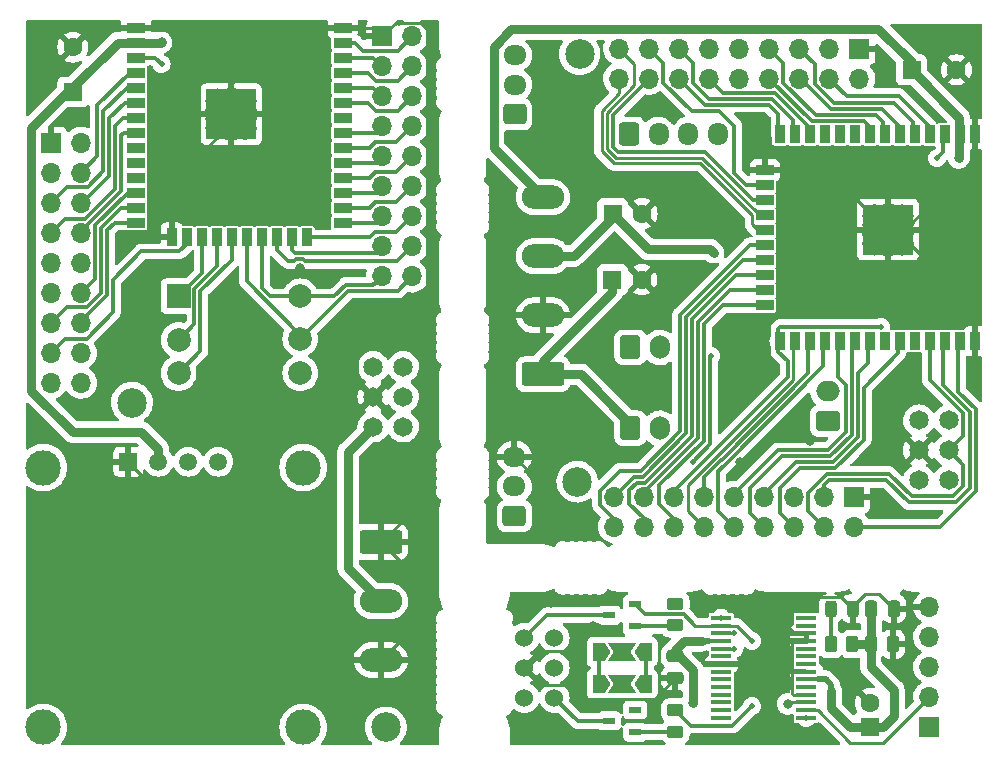
<source format=gbr>
G04 #@! TF.GenerationSoftware,KiCad,Pcbnew,6.0.11+dfsg-1*
G04 #@! TF.CreationDate,2024-10-29T09:23:30+01:00*
G04 #@! TF.ProjectId,kaarten_shieter,6b616172-7465-46e5-9f73-686965746572,rev?*
G04 #@! TF.SameCoordinates,Original*
G04 #@! TF.FileFunction,Copper,L1,Top*
G04 #@! TF.FilePolarity,Positive*
%FSLAX46Y46*%
G04 Gerber Fmt 4.6, Leading zero omitted, Abs format (unit mm)*
G04 Created by KiCad (PCBNEW 6.0.11+dfsg-1) date 2024-10-29 09:23:30*
%MOMM*%
%LPD*%
G01*
G04 APERTURE LIST*
G04 Aperture macros list*
%AMRoundRect*
0 Rectangle with rounded corners*
0 $1 Rounding radius*
0 $2 $3 $4 $5 $6 $7 $8 $9 X,Y pos of 4 corners*
0 Add a 4 corners polygon primitive as box body*
4,1,4,$2,$3,$4,$5,$6,$7,$8,$9,$2,$3,0*
0 Add four circle primitives for the rounded corners*
1,1,$1+$1,$2,$3*
1,1,$1+$1,$4,$5*
1,1,$1+$1,$6,$7*
1,1,$1+$1,$8,$9*
0 Add four rect primitives between the rounded corners*
20,1,$1+$1,$2,$3,$4,$5,0*
20,1,$1+$1,$4,$5,$6,$7,0*
20,1,$1+$1,$6,$7,$8,$9,0*
20,1,$1+$1,$8,$9,$2,$3,0*%
%AMFreePoly0*
4,1,6,1.000000,0.000000,0.500000,-0.750000,-0.500000,-0.750000,-0.500000,0.750000,0.500000,0.750000,1.000000,0.000000,1.000000,0.000000,$1*%
%AMFreePoly1*
4,1,7,0.700000,0.000000,1.200000,-0.750000,-1.200000,-0.750000,-0.700000,0.000000,-1.200000,0.750000,1.200000,0.750000,0.700000,0.000000,0.700000,0.000000,$1*%
G04 Aperture macros list end*
G04 #@! TA.AperFunction,ComponentPad*
%ADD10R,2.000000X2.000000*%
G04 #@! TD*
G04 #@! TA.AperFunction,ComponentPad*
%ADD11C,2.000000*%
G04 #@! TD*
G04 #@! TA.AperFunction,ComponentPad*
%ADD12R,1.700000X1.700000*%
G04 #@! TD*
G04 #@! TA.AperFunction,ComponentPad*
%ADD13O,1.700000X1.700000*%
G04 #@! TD*
G04 #@! TA.AperFunction,SMDPad,CuDef*
%ADD14RoundRect,0.250000X-0.250000X-0.475000X0.250000X-0.475000X0.250000X0.475000X-0.250000X0.475000X0*%
G04 #@! TD*
G04 #@! TA.AperFunction,ComponentPad*
%ADD15C,2.500000*%
G04 #@! TD*
G04 #@! TA.AperFunction,ComponentPad*
%ADD16RoundRect,0.250000X0.725000X-0.600000X0.725000X0.600000X-0.725000X0.600000X-0.725000X-0.600000X0*%
G04 #@! TD*
G04 #@! TA.AperFunction,ComponentPad*
%ADD17O,1.950000X1.700000*%
G04 #@! TD*
G04 #@! TA.AperFunction,ComponentPad*
%ADD18R,1.600000X1.600000*%
G04 #@! TD*
G04 #@! TA.AperFunction,ComponentPad*
%ADD19C,1.600000*%
G04 #@! TD*
G04 #@! TA.AperFunction,SMDPad,CuDef*
%ADD20RoundRect,0.250000X0.475000X-0.250000X0.475000X0.250000X-0.475000X0.250000X-0.475000X-0.250000X0*%
G04 #@! TD*
G04 #@! TA.AperFunction,SMDPad,CuDef*
%ADD21RoundRect,0.250000X0.262500X0.450000X-0.262500X0.450000X-0.262500X-0.450000X0.262500X-0.450000X0*%
G04 #@! TD*
G04 #@! TA.AperFunction,SMDPad,CuDef*
%ADD22RoundRect,0.250000X0.450000X-0.262500X0.450000X0.262500X-0.450000X0.262500X-0.450000X-0.262500X0*%
G04 #@! TD*
G04 #@! TA.AperFunction,SMDPad,CuDef*
%ADD23R,1.750000X0.450000*%
G04 #@! TD*
G04 #@! TA.AperFunction,ComponentPad*
%ADD24RoundRect,0.250000X0.750000X-0.600000X0.750000X0.600000X-0.750000X0.600000X-0.750000X-0.600000X0*%
G04 #@! TD*
G04 #@! TA.AperFunction,ComponentPad*
%ADD25O,2.000000X1.700000*%
G04 #@! TD*
G04 #@! TA.AperFunction,SMDPad,CuDef*
%ADD26RoundRect,0.243750X0.243750X0.456250X-0.243750X0.456250X-0.243750X-0.456250X0.243750X-0.456250X0*%
G04 #@! TD*
G04 #@! TA.AperFunction,SMDPad,CuDef*
%ADD27R,1.050000X0.600000*%
G04 #@! TD*
G04 #@! TA.AperFunction,ComponentPad*
%ADD28C,1.650000*%
G04 #@! TD*
G04 #@! TA.AperFunction,ComponentPad*
%ADD29C,1.530000*%
G04 #@! TD*
G04 #@! TA.AperFunction,ComponentPad*
%ADD30RoundRect,0.250000X-0.600000X-0.750000X0.600000X-0.750000X0.600000X0.750000X-0.600000X0.750000X0*%
G04 #@! TD*
G04 #@! TA.AperFunction,ComponentPad*
%ADD31O,1.700000X2.000000*%
G04 #@! TD*
G04 #@! TA.AperFunction,SMDPad,CuDef*
%ADD32FreePoly0,180.000000*%
G04 #@! TD*
G04 #@! TA.AperFunction,SMDPad,CuDef*
%ADD33FreePoly1,180.000000*%
G04 #@! TD*
G04 #@! TA.AperFunction,SMDPad,CuDef*
%ADD34FreePoly0,0.000000*%
G04 #@! TD*
G04 #@! TA.AperFunction,ComponentPad*
%ADD35R,1.508000X1.508000*%
G04 #@! TD*
G04 #@! TA.AperFunction,ComponentPad*
%ADD36C,1.508000*%
G04 #@! TD*
G04 #@! TA.AperFunction,ComponentPad*
%ADD37C,3.000000*%
G04 #@! TD*
G04 #@! TA.AperFunction,SMDPad,CuDef*
%ADD38R,1.500000X0.900000*%
G04 #@! TD*
G04 #@! TA.AperFunction,SMDPad,CuDef*
%ADD39R,0.900000X1.500000*%
G04 #@! TD*
G04 #@! TA.AperFunction,SMDPad,CuDef*
%ADD40R,1.050000X1.050000*%
G04 #@! TD*
G04 #@! TA.AperFunction,HeatsinkPad*
%ADD41C,0.475000*%
G04 #@! TD*
G04 #@! TA.AperFunction,SMDPad,CuDef*
%ADD42R,4.200000X4.200000*%
G04 #@! TD*
G04 #@! TA.AperFunction,ComponentPad*
%ADD43RoundRect,0.250000X-1.550000X0.750000X-1.550000X-0.750000X1.550000X-0.750000X1.550000X0.750000X0*%
G04 #@! TD*
G04 #@! TA.AperFunction,ComponentPad*
%ADD44O,3.600000X2.000000*%
G04 #@! TD*
G04 #@! TA.AperFunction,ComponentPad*
%ADD45RoundRect,0.250000X-0.600000X-0.725000X0.600000X-0.725000X0.600000X0.725000X-0.600000X0.725000X0*%
G04 #@! TD*
G04 #@! TA.AperFunction,ComponentPad*
%ADD46O,1.700000X1.950000*%
G04 #@! TD*
G04 #@! TA.AperFunction,ComponentPad*
%ADD47RoundRect,0.250000X1.550000X-0.750000X1.550000X0.750000X-1.550000X0.750000X-1.550000X-0.750000X0*%
G04 #@! TD*
G04 #@! TA.AperFunction,ViaPad*
%ADD48C,0.800000*%
G04 #@! TD*
G04 #@! TA.AperFunction,ViaPad*
%ADD49C,0.500000*%
G04 #@! TD*
G04 #@! TA.AperFunction,Conductor*
%ADD50C,0.800000*%
G04 #@! TD*
G04 #@! TA.AperFunction,Conductor*
%ADD51C,0.250000*%
G04 #@! TD*
G04 #@! TA.AperFunction,Conductor*
%ADD52C,0.300000*%
G04 #@! TD*
G04 #@! TA.AperFunction,Conductor*
%ADD53C,0.500000*%
G04 #@! TD*
G04 APERTURE END LIST*
D10*
X113942500Y-100500000D03*
D11*
X113942500Y-104200000D03*
X113942500Y-107000000D03*
X124242500Y-107000000D03*
X124242500Y-104100000D03*
X124242500Y-100500000D03*
D12*
X177500000Y-136950000D03*
D13*
X177500000Y-134410000D03*
X177500000Y-131870000D03*
X177500000Y-129330000D03*
X177500000Y-126790000D03*
D14*
X172550000Y-129950000D03*
X174450000Y-129950000D03*
D15*
X147900000Y-80000000D03*
D16*
X142400000Y-85100000D03*
D17*
X142400000Y-82600000D03*
X142400000Y-80100000D03*
D18*
X150674440Y-99100000D03*
D19*
X153174440Y-99100000D03*
D20*
X156000000Y-132850000D03*
X156000000Y-130950000D03*
D21*
X171000000Y-129950000D03*
X169175000Y-129950000D03*
D22*
X156000000Y-128362500D03*
X156000000Y-126537500D03*
D23*
X159900000Y-127725000D03*
X159900000Y-128375000D03*
X159900000Y-129025000D03*
X159900000Y-129675000D03*
X159900000Y-130325000D03*
X159900000Y-130975000D03*
X159900000Y-131625000D03*
X159900000Y-132275000D03*
X159900000Y-132925000D03*
X159900000Y-133575000D03*
X159900000Y-134225000D03*
X159900000Y-134875000D03*
X159900000Y-135525000D03*
X159900000Y-136175000D03*
X167100000Y-136175000D03*
X167100000Y-135525000D03*
X167100000Y-134875000D03*
X167100000Y-134225000D03*
X167100000Y-133575000D03*
X167100000Y-132925000D03*
X167100000Y-132275000D03*
X167100000Y-131625000D03*
X167100000Y-130975000D03*
X167100000Y-130325000D03*
X167100000Y-129675000D03*
X167100000Y-129025000D03*
X167100000Y-128375000D03*
X167100000Y-127725000D03*
D24*
X168905000Y-111050000D03*
D25*
X168905000Y-108550000D03*
D26*
X171025000Y-126950000D03*
X169150000Y-126950000D03*
D27*
X152600000Y-137400000D03*
X152600000Y-135500000D03*
X150400000Y-136450000D03*
D28*
X179170000Y-116075000D03*
X176630000Y-116075000D03*
X179170000Y-113535000D03*
X176630000Y-113535000D03*
X179170000Y-110995000D03*
X176630000Y-110995000D03*
D14*
X172600000Y-126950000D03*
X174500000Y-126950000D03*
D18*
X176004169Y-81335000D03*
D19*
X179804169Y-81335000D03*
D15*
X131500000Y-137000000D03*
D18*
X172500000Y-136950000D03*
D19*
X172500000Y-134950000D03*
D12*
X171580000Y-79525000D03*
D13*
X171580000Y-82065000D03*
X169040000Y-79525000D03*
X169040000Y-82065000D03*
X166500000Y-79525000D03*
X166500000Y-82065000D03*
X163960000Y-79525000D03*
X163960000Y-82065000D03*
X161420000Y-79525000D03*
X161420000Y-82065000D03*
X158880000Y-79525000D03*
X158880000Y-82065000D03*
X156340000Y-79525000D03*
X156340000Y-82065000D03*
X153800000Y-79525000D03*
X153800000Y-82065000D03*
X151260000Y-79525000D03*
X151260000Y-82065000D03*
D18*
X105000000Y-83202651D03*
D19*
X105000000Y-79402651D03*
D29*
X145770000Y-134490000D03*
X143230000Y-134490000D03*
X145770000Y-131950000D03*
X143230000Y-131950000D03*
X145770000Y-129410000D03*
X143230000Y-129410000D03*
D30*
X152200000Y-104825000D03*
D31*
X154700000Y-104825000D03*
D15*
X110000000Y-109500000D03*
D12*
X131160000Y-78500000D03*
D13*
X133700000Y-78500000D03*
X131160000Y-81040000D03*
X133700000Y-81040000D03*
X131160000Y-83580000D03*
X133700000Y-83580000D03*
X131160000Y-86120000D03*
X133700000Y-86120000D03*
X131160000Y-88660000D03*
X133700000Y-88660000D03*
X131160000Y-91200000D03*
X133700000Y-91200000D03*
X131160000Y-93740000D03*
X133700000Y-93740000D03*
X131160000Y-96280000D03*
X133700000Y-96280000D03*
X131160000Y-98820000D03*
X133700000Y-98820000D03*
D27*
X152590000Y-128450000D03*
X152590000Y-126550000D03*
X150390000Y-127500000D03*
D15*
X147700000Y-116200000D03*
D32*
X153500000Y-130600000D03*
D33*
X151500000Y-130600000D03*
D34*
X149500000Y-130600000D03*
D12*
X171140000Y-117475000D03*
D13*
X171140000Y-120015000D03*
X168600000Y-117475000D03*
X168600000Y-120015000D03*
X166060000Y-117475000D03*
X166060000Y-120015000D03*
X163520000Y-117475000D03*
X163520000Y-120015000D03*
X160980000Y-117475000D03*
X160980000Y-120015000D03*
X158440000Y-117475000D03*
X158440000Y-120015000D03*
X155900000Y-117475000D03*
X155900000Y-120015000D03*
X153360000Y-117475000D03*
X153360000Y-120015000D03*
X150820000Y-117475000D03*
X150820000Y-120015000D03*
D22*
X156000000Y-137362500D03*
X156000000Y-135537500D03*
D35*
X109690000Y-114500000D03*
D36*
X112230000Y-114500000D03*
X114770000Y-114500000D03*
X117310000Y-114500000D03*
D37*
X102500000Y-115000000D03*
X124500000Y-115000000D03*
X124500000Y-137000000D03*
X102500000Y-137000000D03*
D38*
X110340000Y-77750000D03*
X110340000Y-79020000D03*
X110340000Y-80290000D03*
X110340000Y-81560000D03*
X110340000Y-82830000D03*
X110340000Y-84100000D03*
X110340000Y-85370000D03*
X110340000Y-86640000D03*
X110340000Y-87910000D03*
X110340000Y-89180000D03*
X110340000Y-90450000D03*
X110340000Y-91720000D03*
X110340000Y-92990000D03*
X110340000Y-94260000D03*
D39*
X113380000Y-95510000D03*
X114650000Y-95510000D03*
X115920000Y-95510000D03*
X117190000Y-95510000D03*
X118460000Y-95510000D03*
X119730000Y-95510000D03*
X121000000Y-95510000D03*
X122270000Y-95510000D03*
X123540000Y-95510000D03*
X124810000Y-95510000D03*
D38*
X127840000Y-94260000D03*
X127840000Y-92990000D03*
X127840000Y-91720000D03*
X127840000Y-90450000D03*
X127840000Y-89180000D03*
X127840000Y-87910000D03*
X127840000Y-86640000D03*
X127840000Y-85370000D03*
X127840000Y-84100000D03*
X127840000Y-82830000D03*
X127840000Y-81560000D03*
X127840000Y-80290000D03*
X127840000Y-79020000D03*
X127840000Y-77750000D03*
D40*
X118410000Y-83565000D03*
X119935000Y-83565000D03*
D41*
X119172500Y-83565000D03*
D40*
X116885000Y-86615000D03*
D41*
X119172500Y-86615000D03*
X119172500Y-85090000D03*
X117647500Y-85090000D03*
X118410000Y-85852500D03*
X118410000Y-84327500D03*
D40*
X116885000Y-83565000D03*
X119935000Y-85090000D03*
X116885000Y-85090000D03*
D41*
X117647500Y-86615000D03*
D40*
X118410000Y-86615000D03*
X118410000Y-85090000D03*
X119935000Y-86615000D03*
D41*
X116885000Y-84327500D03*
X117647500Y-83565000D03*
X119935000Y-85852500D03*
X116885000Y-85852500D03*
D42*
X118410000Y-85090000D03*
D41*
X119935000Y-84327500D03*
D43*
X131077500Y-121300000D03*
D44*
X131077500Y-126300000D03*
X131077500Y-131300000D03*
D28*
X132970000Y-111540000D03*
X130430000Y-111540000D03*
X132970000Y-109000000D03*
X130430000Y-109000000D03*
X132970000Y-106460000D03*
X130430000Y-106460000D03*
D39*
X181350000Y-86785000D03*
X180080000Y-86785000D03*
X178810000Y-86785000D03*
X177540000Y-86785000D03*
X176270000Y-86785000D03*
X175000000Y-86785000D03*
X173730000Y-86785000D03*
X172460000Y-86785000D03*
X171190000Y-86785000D03*
X169920000Y-86785000D03*
X168650000Y-86785000D03*
X167380000Y-86785000D03*
X166110000Y-86785000D03*
X164840000Y-86785000D03*
D38*
X163590000Y-89825000D03*
X163590000Y-91095000D03*
X163590000Y-92365000D03*
X163590000Y-93635000D03*
X163590000Y-94905000D03*
X163590000Y-96175000D03*
X163590000Y-97445000D03*
X163590000Y-98715000D03*
X163590000Y-99985000D03*
X163590000Y-101255000D03*
D39*
X164840000Y-104285000D03*
X166110000Y-104285000D03*
X167380000Y-104285000D03*
X168650000Y-104285000D03*
X169920000Y-104285000D03*
X171190000Y-104285000D03*
X172460000Y-104285000D03*
X173730000Y-104285000D03*
X175000000Y-104285000D03*
X176270000Y-104285000D03*
X177540000Y-104285000D03*
X178810000Y-104285000D03*
X180080000Y-104285000D03*
X181350000Y-104285000D03*
D41*
X175535000Y-94092500D03*
X172485000Y-95617500D03*
D40*
X175535000Y-94855000D03*
D41*
X173247500Y-93330000D03*
X173247500Y-94855000D03*
X174010000Y-94092500D03*
X174010000Y-95617500D03*
X174772500Y-96380000D03*
D40*
X174010000Y-96380000D03*
D42*
X174010000Y-94855000D03*
D40*
X172485000Y-96380000D03*
X174010000Y-94855000D03*
X175535000Y-93330000D03*
D41*
X175535000Y-95617500D03*
D40*
X174010000Y-93330000D03*
D41*
X173247500Y-96380000D03*
X174772500Y-94855000D03*
X174772500Y-93330000D03*
D40*
X172485000Y-93330000D03*
X175535000Y-96380000D03*
D41*
X172485000Y-94092500D03*
D40*
X172485000Y-94855000D03*
D30*
X152200000Y-111675000D03*
D31*
X154700000Y-111675000D03*
D45*
X152100000Y-86775000D03*
D46*
X154600000Y-86775000D03*
X157100000Y-86775000D03*
X159600000Y-86775000D03*
D12*
X103140000Y-87497953D03*
D13*
X105680000Y-87497953D03*
X103140000Y-90037953D03*
X105680000Y-90037953D03*
X103140000Y-92577953D03*
X105680000Y-92577953D03*
X103140000Y-95117953D03*
X105680000Y-95117953D03*
X103140000Y-97657953D03*
X105680000Y-97657953D03*
X103140000Y-100197953D03*
X105680000Y-100197953D03*
X103140000Y-102737953D03*
X105680000Y-102737953D03*
X103140000Y-105277953D03*
X105680000Y-105277953D03*
X103140000Y-107817953D03*
X105680000Y-107817953D03*
D16*
X142375000Y-119100000D03*
D17*
X142375000Y-116600000D03*
X142375000Y-114100000D03*
D32*
X153500000Y-133300000D03*
D33*
X151500000Y-133300000D03*
D34*
X149500000Y-133300000D03*
D18*
X150694888Y-93500000D03*
D19*
X153194888Y-93500000D03*
D47*
X144800000Y-107100000D03*
D44*
X144800000Y-102100000D03*
X144800000Y-97100000D03*
X144800000Y-92100000D03*
D48*
X112500000Y-79000000D03*
X167430000Y-112785500D03*
X146400000Y-120200000D03*
X153930000Y-84535000D03*
X163480000Y-89825000D03*
X161452477Y-114572477D03*
X149930000Y-112035000D03*
D49*
X178165000Y-88800000D03*
D48*
X179990000Y-88800000D03*
D49*
X173412122Y-103085498D03*
X164730000Y-104285000D03*
X112500000Y-80825000D03*
X127840000Y-94260000D03*
X163480000Y-94905000D03*
D48*
X159241733Y-96811426D03*
X165502542Y-135004255D03*
X157500000Y-134950000D03*
D49*
X161000000Y-130325000D03*
X153500000Y-133300000D03*
X159876206Y-127700499D03*
X149500000Y-130600000D03*
X152600000Y-135500000D03*
X156000000Y-126450000D03*
X161000000Y-129025000D03*
X162500000Y-129676471D03*
X162500000Y-135175000D03*
X167100000Y-136199502D03*
X151500000Y-130600000D03*
X151500000Y-133300000D03*
X176270000Y-104285000D03*
X171080000Y-86785000D03*
X159029500Y-105535000D03*
X157467252Y-114535000D03*
X110340000Y-87910000D03*
X110340000Y-89180000D03*
X110340000Y-90450000D03*
D48*
X124200000Y-98079500D03*
X113380000Y-95510000D03*
X130500000Y-103000000D03*
X145500000Y-137500000D03*
X148000000Y-130950000D03*
X167025000Y-125925000D03*
X148000000Y-133200000D03*
X149000000Y-128450000D03*
X145500000Y-126500000D03*
D49*
X127840000Y-84100000D03*
X127840000Y-79020000D03*
X163480000Y-97445000D03*
X163480000Y-98715000D03*
X163480000Y-96175000D03*
X168540000Y-86785000D03*
X169810000Y-86785000D03*
D50*
X112230000Y-113433683D02*
X110796317Y-112000000D01*
X112480000Y-79020000D02*
X112500000Y-79000000D01*
X128300000Y-123522500D02*
X131077500Y-126300000D01*
X105000000Y-83202651D02*
X104502651Y-83202651D01*
X108780000Y-79020000D02*
X110340000Y-79020000D01*
X108780000Y-79020000D02*
X105000000Y-82800000D01*
X128300000Y-113670000D02*
X128300000Y-123522500D01*
X110796317Y-112000000D02*
X104988594Y-112000000D01*
X101490000Y-108501406D02*
X101490000Y-86215302D01*
X110340000Y-79020000D02*
X112480000Y-79020000D01*
X105000000Y-82800000D02*
X105000000Y-83202651D01*
X130430000Y-111540000D02*
X128300000Y-113670000D01*
X104502651Y-83202651D02*
X101490000Y-86215302D01*
X112230000Y-114500000D02*
X112230000Y-113433683D01*
X104988594Y-112000000D02*
X101490000Y-108501406D01*
D51*
X162392523Y-114572477D02*
X164179500Y-112785500D01*
X181240000Y-82770831D02*
X179804169Y-81335000D01*
X146400000Y-118125000D02*
X146400000Y-120200000D01*
X164179500Y-112785500D02*
X167430000Y-112785500D01*
X147865000Y-114100000D02*
X142375000Y-114100000D01*
X181240000Y-101432500D02*
X175425000Y-95617500D01*
X181240000Y-86785000D02*
X181240000Y-89040000D01*
X163480000Y-89825000D02*
X168870000Y-89825000D01*
X149930000Y-112035000D02*
X147865000Y-114100000D01*
X181240000Y-104285000D02*
X181240000Y-101432500D01*
X161452477Y-114572477D02*
X162392523Y-114572477D01*
X142375000Y-114100000D02*
X146400000Y-118125000D01*
X168870000Y-89825000D02*
X172375000Y-93330000D01*
X181240000Y-89040000D02*
X175425000Y-94855000D01*
X181240000Y-86785000D02*
X181240000Y-82770831D01*
D52*
X178700000Y-88265000D02*
X178165000Y-88800000D01*
X178700000Y-86785000D02*
X178700000Y-88265000D01*
D50*
X176004169Y-81335000D02*
X176004169Y-80690075D01*
X180050000Y-88740000D02*
X180050000Y-85380831D01*
X140625000Y-79375000D02*
X140625000Y-87925000D01*
X142125000Y-77875000D02*
X140625000Y-79375000D01*
X180050000Y-85380831D02*
X176004169Y-81335000D01*
X173189094Y-77875000D02*
X142125000Y-77875000D01*
X176004169Y-80690075D02*
X173189094Y-77875000D01*
X140625000Y-87925000D02*
X144800000Y-92100000D01*
X179990000Y-88800000D02*
X180050000Y-88740000D01*
D52*
X164730000Y-105210000D02*
X165525000Y-106005000D01*
X173412122Y-103085498D02*
X164879502Y-103085498D01*
X155900000Y-117000000D02*
X155900000Y-117475000D01*
X164730000Y-103235000D02*
X164730000Y-104285000D01*
X164730000Y-104285000D02*
X164730000Y-105210000D01*
X165525000Y-106005000D02*
X165525000Y-107375000D01*
X164879502Y-103085498D02*
X164730000Y-103235000D01*
X165525000Y-107375000D02*
X155900000Y-117000000D01*
X111965000Y-80290000D02*
X112500000Y-80825000D01*
X110340000Y-80290000D02*
X111965000Y-80290000D01*
X131160000Y-93740000D02*
X130640000Y-94260000D01*
X130640000Y-94260000D02*
X127840000Y-94260000D01*
X155962500Y-137400000D02*
X156000000Y-137362500D01*
X152600000Y-137400000D02*
X155962500Y-137400000D01*
D51*
X149775000Y-88214518D02*
X149775000Y-84781852D01*
X151260000Y-83296852D02*
X151260000Y-82065000D01*
X149775000Y-84781852D02*
X151260000Y-83296852D01*
X163480000Y-94905000D02*
X163010000Y-94905000D01*
X163010000Y-94905000D02*
X162515000Y-94410000D01*
X150785481Y-89225000D02*
X149775000Y-88214518D01*
X162515000Y-93623148D02*
X158116852Y-89225000D01*
X162515000Y-94410000D02*
X162515000Y-93623148D01*
X158116852Y-89225000D02*
X150785481Y-89225000D01*
D50*
X144800000Y-107100000D02*
X144800000Y-106000000D01*
X144800000Y-106000000D02*
X150674440Y-100125560D01*
X152200000Y-111280000D02*
X148020000Y-107100000D01*
X150674440Y-100125560D02*
X150674440Y-99100000D01*
X148020000Y-107100000D02*
X144800000Y-107100000D01*
X152200000Y-111675000D02*
X152200000Y-111280000D01*
X153729888Y-96535000D02*
X150694888Y-93500000D01*
X159241733Y-96811426D02*
X158965307Y-96535000D01*
X158965307Y-96535000D02*
X153729888Y-96535000D01*
X150694888Y-93789440D02*
X147384328Y-97100000D01*
X150694888Y-93500000D02*
X150694888Y-93789440D01*
X144800000Y-97100000D02*
X147384328Y-97100000D01*
X173616498Y-136950000D02*
X172500000Y-136950000D01*
X171000000Y-129950000D02*
X172550000Y-129950000D01*
X172600000Y-129900000D02*
X172550000Y-129950000D01*
D53*
X169200000Y-133400000D02*
X169200000Y-133900000D01*
D50*
X169200000Y-135331498D02*
X170818502Y-136950000D01*
D51*
X168725000Y-132925000D02*
X167100000Y-132925000D01*
D53*
X169200000Y-133400000D02*
X168725000Y-132925000D01*
D50*
X172550000Y-131868629D02*
X174500000Y-133818629D01*
D53*
X168725000Y-132925000D02*
X168125000Y-132925000D01*
D50*
X174500000Y-133818629D02*
X174500000Y-136066498D01*
X174500000Y-136066498D02*
X173616498Y-136950000D01*
X169200000Y-133900000D02*
X169200000Y-135331498D01*
X170818502Y-136950000D02*
X172500000Y-136950000D01*
X172600000Y-126950000D02*
X172600000Y-129900000D01*
X172550000Y-129950000D02*
X172550000Y-131868629D01*
X157525000Y-134925000D02*
X157500000Y-134950000D01*
X157525000Y-132165076D02*
X157525000Y-134925000D01*
X156309924Y-130950000D02*
X157525000Y-132165076D01*
D51*
X159900000Y-129675000D02*
X158225000Y-129675000D01*
X165631797Y-134875000D02*
X165502542Y-135004255D01*
D50*
X156000000Y-130950000D02*
X156309924Y-130950000D01*
X156775000Y-129675000D02*
X156000000Y-130450000D01*
D51*
X167100000Y-134875000D02*
X165631797Y-134875000D01*
D50*
X158225000Y-129675000D02*
X156775000Y-129675000D01*
D53*
X158225000Y-129675000D02*
X158875000Y-129675000D01*
D50*
X156000000Y-130450000D02*
X156000000Y-130950000D01*
D51*
X159900000Y-130325000D02*
X161000000Y-130325000D01*
D52*
X153500000Y-130600000D02*
X153500000Y-133300000D01*
X149500000Y-130600000D02*
X149500000Y-133300000D01*
X150400000Y-136450000D02*
X147730000Y-136450000D01*
X147730000Y-136450000D02*
X145770000Y-134490000D01*
X150390000Y-127500000D02*
X145140000Y-127500000D01*
X145140000Y-127500000D02*
X143230000Y-129410000D01*
X156000000Y-126537500D02*
X156000000Y-126450000D01*
D51*
X161000000Y-129025000D02*
X159900000Y-129025000D01*
X159900000Y-128375000D02*
X161198529Y-128375000D01*
D52*
X153440000Y-127400000D02*
X152590000Y-126550000D01*
X156698528Y-127400000D02*
X157673528Y-128375000D01*
D51*
X161198529Y-128375000D02*
X162500000Y-129676471D01*
D52*
X160823528Y-136851472D02*
X157313972Y-136851472D01*
D51*
X159900000Y-128375000D02*
X157673528Y-128375000D01*
D52*
X156698528Y-127400000D02*
X153440000Y-127400000D01*
X162500000Y-135175000D02*
X160823528Y-136851472D01*
X157313972Y-136851472D02*
X156000000Y-135537500D01*
D51*
X168050000Y-135525000D02*
X170825000Y-138300000D01*
X170825000Y-138300000D02*
X173610000Y-138300000D01*
X173610000Y-138300000D02*
X177500000Y-134410000D01*
X168050000Y-135525000D02*
X167100000Y-135525000D01*
D52*
X155912500Y-128450000D02*
X156000000Y-128362500D01*
X152590000Y-128450000D02*
X155912500Y-128450000D01*
X179170000Y-113535000D02*
X180345000Y-112360000D01*
X180345000Y-112360000D02*
X180345000Y-110390000D01*
X180400000Y-116535000D02*
X180400000Y-114765000D01*
X174085000Y-115535000D02*
X176000000Y-117450000D01*
X180345000Y-110390000D02*
X177540000Y-107585000D01*
X167260000Y-118675000D02*
X167260000Y-117117943D01*
X168842943Y-115535000D02*
X174085000Y-115535000D01*
X176000000Y-117450000D02*
X179485000Y-117450000D01*
X179485000Y-117450000D02*
X180400000Y-116535000D01*
X180400000Y-114765000D02*
X179170000Y-113535000D01*
X167260000Y-117117943D02*
X168842943Y-115535000D01*
X177540000Y-107585000D02*
X177540000Y-104285000D01*
X168600000Y-120015000D02*
X167260000Y-118675000D01*
X177430000Y-86035000D02*
X177430000Y-86785000D01*
X170510000Y-83535000D02*
X174930000Y-83535000D01*
X169040000Y-82065000D02*
X170510000Y-83535000D01*
X174930000Y-83535000D02*
X177430000Y-86035000D01*
X167840000Y-82562057D02*
X167840000Y-80865000D01*
X167840000Y-80865000D02*
X166500000Y-79525000D01*
X174533553Y-84138553D02*
X169416496Y-84138553D01*
X169416496Y-84138553D02*
X167840000Y-82562057D01*
X176160000Y-86785000D02*
X176160000Y-85765000D01*
X176160000Y-85765000D02*
X174533553Y-84138553D01*
X166635836Y-82065000D02*
X169209389Y-84638553D01*
X173533553Y-84638553D02*
X174890000Y-85995000D01*
X169209389Y-84638553D02*
X173533553Y-84638553D01*
X174890000Y-85995000D02*
X174890000Y-86785000D01*
X166500000Y-82065000D02*
X166635836Y-82065000D01*
X173620000Y-85725000D02*
X173033553Y-85138553D01*
X167876496Y-85138553D02*
X165160000Y-82422057D01*
X165160000Y-80725000D02*
X163960000Y-79525000D01*
X165160000Y-82422057D02*
X165160000Y-80725000D01*
X173033553Y-85138553D02*
X167876496Y-85138553D01*
X173620000Y-86785000D02*
X173620000Y-85725000D01*
X167533553Y-85638553D02*
X171953553Y-85638553D01*
X172350000Y-86035000D02*
X172350000Y-86785000D01*
X163960000Y-82065000D02*
X167533553Y-85638553D01*
X171953553Y-85638553D02*
X172350000Y-86035000D01*
X159918427Y-114339467D02*
X167270000Y-106987894D01*
X159904037Y-114339467D02*
X158440000Y-115803504D01*
X167270000Y-106987894D02*
X167270000Y-104285000D01*
X158440000Y-117475000D02*
X158440000Y-115803504D01*
X157467252Y-114535000D02*
X157467252Y-114497748D01*
X158930000Y-113035000D02*
X158930000Y-105634500D01*
X158930000Y-105634500D02*
X159029500Y-105535000D01*
X157467252Y-114497748D02*
X158930000Y-113035000D01*
X159918427Y-114339467D02*
X159904037Y-114339467D01*
X171455000Y-112424213D02*
X169344212Y-114535000D01*
X171455000Y-107010000D02*
X171455000Y-112424213D01*
X172350000Y-106115000D02*
X171455000Y-107010000D01*
X166245000Y-114535000D02*
X163520000Y-117260000D01*
X172350000Y-104285000D02*
X172350000Y-106115000D01*
X169344212Y-114535000D02*
X166245000Y-114535000D01*
X171080000Y-104285000D02*
X170955000Y-104410000D01*
X165047943Y-114035000D02*
X162320000Y-116762943D01*
X169137106Y-114035000D02*
X165047943Y-114035000D01*
X170955000Y-104410000D02*
X170955000Y-112217106D01*
X162320000Y-118815000D02*
X163520000Y-120015000D01*
X170955000Y-112217106D02*
X169137106Y-114035000D01*
X162320000Y-116762943D02*
X162320000Y-118815000D01*
X161000000Y-86070101D02*
X159729899Y-84800000D01*
X157377943Y-84800000D02*
X155000000Y-82422057D01*
X159729899Y-84800000D02*
X157377943Y-84800000D01*
X161000000Y-90092894D02*
X161000000Y-86070101D01*
X163480000Y-91095000D02*
X162002106Y-91095000D01*
X155000000Y-82422057D02*
X155000000Y-80725000D01*
X162002106Y-91095000D02*
X161000000Y-90092894D01*
X155000000Y-80725000D02*
X153800000Y-79525000D01*
X175792894Y-117950000D02*
X179753807Y-117950000D01*
X180935000Y-116768807D02*
X180935000Y-110272894D01*
X168600000Y-116485049D02*
X169050049Y-116035000D01*
X173877894Y-116035000D02*
X175792894Y-117950000D01*
X179753807Y-117950000D02*
X180935000Y-116768807D01*
X178700000Y-108037894D02*
X178700000Y-104285000D01*
X180935000Y-110272894D02*
X178700000Y-108037894D01*
X169050049Y-116035000D02*
X173877894Y-116035000D01*
X168600000Y-117475000D02*
X168600000Y-116485049D01*
X107080000Y-84290000D02*
X107080000Y-88637953D01*
X107080000Y-88637953D02*
X105680000Y-90037953D01*
X110340000Y-81560000D02*
X109810000Y-81560000D01*
X109810000Y-81560000D02*
X107080000Y-84290000D01*
X106262047Y-91237953D02*
X104480000Y-91237953D01*
X109549277Y-82830000D02*
X107580000Y-84799277D01*
X110340000Y-82830000D02*
X109549277Y-82830000D01*
X107580000Y-89920000D02*
X106262047Y-91237953D01*
X104480000Y-91237953D02*
X103140000Y-92577953D01*
X107580000Y-84799277D02*
X107580000Y-89920000D01*
X108080000Y-85420000D02*
X108080000Y-90293952D01*
X109400000Y-84100000D02*
X108080000Y-85420000D01*
X108080000Y-90293952D02*
X105795999Y-92577953D01*
X105795999Y-92577953D02*
X105680000Y-92577953D01*
X110340000Y-84100000D02*
X109400000Y-84100000D01*
X108580000Y-91375010D02*
X106037057Y-93917953D01*
X104340000Y-93917953D02*
X103140000Y-95117953D01*
X110340000Y-85370000D02*
X109251319Y-85370000D01*
X108580000Y-86041319D02*
X108580000Y-91375010D01*
X109251319Y-85370000D02*
X108580000Y-86041319D01*
X106037057Y-93917953D02*
X104340000Y-93917953D01*
X109290000Y-86640000D02*
X109080000Y-86850000D01*
X109080000Y-91582116D02*
X105680000Y-94982116D01*
X109080000Y-86850000D02*
X109080000Y-91582116D01*
X110340000Y-86640000D02*
X109290000Y-86640000D01*
X105680000Y-94982116D02*
X105680000Y-95117953D01*
X109649222Y-91720000D02*
X106880000Y-94489222D01*
X106880000Y-94489222D02*
X106880000Y-98997953D01*
X110340000Y-91720000D02*
X109649222Y-91720000D01*
X106880000Y-98997953D02*
X105680000Y-100197953D01*
X110340000Y-94260000D02*
X108523434Y-94260000D01*
X107880000Y-100402116D02*
X105680000Y-102602116D01*
X105680000Y-102602116D02*
X105680000Y-102737953D01*
X107880000Y-94903434D02*
X107880000Y-100402116D01*
X108523434Y-94260000D02*
X107880000Y-94903434D01*
X114650000Y-95510000D02*
X114650000Y-96040000D01*
X114650000Y-96040000D02*
X113990000Y-96700000D01*
X108380000Y-101870847D02*
X106172894Y-104077953D01*
X108380000Y-99120000D02*
X108380000Y-101870847D01*
X110800000Y-96700000D02*
X108380000Y-99120000D01*
X106172894Y-104077953D02*
X104340000Y-104077953D01*
X113990000Y-96700000D02*
X110800000Y-96700000D01*
X104340000Y-104077953D02*
X103140000Y-105277953D01*
X115920000Y-98522500D02*
X113942500Y-100500000D01*
X115920000Y-95510000D02*
X115920000Y-98522500D01*
D51*
X132335000Y-77325000D02*
X131160000Y-78500000D01*
X127840000Y-77750000D02*
X130410000Y-77750000D01*
X131077500Y-121300000D02*
X133600000Y-123822500D01*
X126490000Y-131300000D02*
X131077500Y-131300000D01*
X109690000Y-114500000D02*
X126490000Y-131300000D01*
X129080000Y-104420000D02*
X129080000Y-107650000D01*
X113380000Y-95510000D02*
X113380000Y-90882500D01*
X106652651Y-77750000D02*
X107050000Y-77750000D01*
X105000000Y-79402651D02*
X106652651Y-77750000D01*
X110340000Y-77750000D02*
X107050000Y-77750000D01*
X110340000Y-77750000D02*
X127840000Y-77750000D01*
X133600000Y-128777500D02*
X131077500Y-131300000D01*
X134940000Y-77863299D02*
X134940000Y-117460000D01*
X134401701Y-77325000D02*
X132335000Y-77325000D01*
X133600000Y-123822500D02*
X133600000Y-128777500D01*
X130410000Y-77750000D02*
X131160000Y-78500000D01*
X134940000Y-117460000D02*
X131100000Y-121300000D01*
X130500000Y-103000000D02*
X129080000Y-104420000D01*
X129080000Y-107650000D02*
X130430000Y-109000000D01*
X134940000Y-77863299D02*
X134401701Y-77325000D01*
X113380000Y-90882500D02*
X117647500Y-86615000D01*
X131100000Y-121300000D02*
X131077500Y-121300000D01*
X165350000Y-131625000D02*
X165900000Y-132175000D01*
X170000000Y-125925000D02*
X167025000Y-125925000D01*
X146950000Y-130500000D02*
X148500000Y-128950000D01*
X165500000Y-127450000D02*
X165500000Y-128450000D01*
X167100000Y-129025000D02*
X167100000Y-129675000D01*
X177500000Y-126790000D02*
X174660000Y-126790000D01*
X174660000Y-126790000D02*
X174500000Y-126950000D01*
X165975000Y-129675000D02*
X167100000Y-129675000D01*
X165900000Y-132175000D02*
X165900000Y-129750000D01*
X171025000Y-126950000D02*
X170000000Y-125925000D01*
X154250000Y-134600000D02*
X148150000Y-134600000D01*
X156000000Y-132850000D02*
X154250000Y-134600000D01*
X174450000Y-129950000D02*
X174450000Y-127000000D01*
X148150000Y-134600000D02*
X146950000Y-133400000D01*
X146950000Y-133400000D02*
X144680000Y-133400000D01*
X165500000Y-128450000D02*
X166075000Y-129025000D01*
X165900000Y-132175000D02*
X166753984Y-132175000D01*
X166000000Y-134225000D02*
X165900000Y-134125000D01*
X148500000Y-128950000D02*
X149000000Y-128450000D01*
X166075000Y-129025000D02*
X167100000Y-129025000D01*
X171025000Y-126703984D02*
X172028984Y-125700000D01*
X171025000Y-126950000D02*
X171025000Y-126703984D01*
X167025000Y-125925000D02*
X165500000Y-127450000D01*
X165900000Y-129750000D02*
X165975000Y-129675000D01*
X174450000Y-127000000D02*
X174500000Y-126950000D01*
X167100000Y-134225000D02*
X166000000Y-134225000D01*
X144680000Y-133400000D02*
X143230000Y-131950000D01*
X144682127Y-130497873D02*
X144684254Y-130500000D01*
X165900000Y-134125000D02*
X165900000Y-132175000D01*
X144684254Y-130500000D02*
X146950000Y-130500000D01*
X143230000Y-131950000D02*
X144682127Y-130497873D01*
X159900000Y-131625000D02*
X165350000Y-131625000D01*
X173250000Y-125700000D02*
X174500000Y-126950000D01*
X172028984Y-125700000D02*
X173250000Y-125700000D01*
D52*
X119730000Y-99230000D02*
X124242500Y-103742500D01*
X132500000Y-100020000D02*
X133700000Y-98820000D01*
X124242500Y-104100000D02*
X128322500Y-100020000D01*
X124242500Y-103742500D02*
X124242500Y-104100000D01*
X119730000Y-95510000D02*
X119730000Y-99230000D01*
X128322500Y-100020000D02*
X132500000Y-100020000D01*
X115292500Y-102850000D02*
X113942500Y-104200000D01*
X117230000Y-95550000D02*
X117230000Y-97919606D01*
X117230000Y-97919606D02*
X115292500Y-99857106D01*
X115292500Y-99857106D02*
X115292500Y-102850000D01*
X117190000Y-95510000D02*
X117230000Y-95550000D01*
X122270000Y-96560000D02*
X123210000Y-97500000D01*
X132480000Y-97500000D02*
X133700000Y-96280000D01*
X122270000Y-95510000D02*
X122270000Y-96560000D01*
X124510661Y-97329500D02*
X124681161Y-97500000D01*
X123718839Y-97500000D02*
X123889339Y-97329500D01*
X123889339Y-97329500D02*
X124510661Y-97329500D01*
X123210000Y-97500000D02*
X123718839Y-97500000D01*
X124681161Y-97500000D02*
X132480000Y-97500000D01*
X123540000Y-96560000D02*
X123540000Y-95510000D01*
X130640000Y-96800000D02*
X123780000Y-96800000D01*
X131160000Y-96280000D02*
X130640000Y-96800000D01*
X123780000Y-96800000D02*
X123540000Y-96560000D01*
X133700000Y-91200000D02*
X132360000Y-92540000D01*
X132360000Y-92540000D02*
X130577943Y-92540000D01*
X130127943Y-92990000D02*
X127840000Y-92990000D01*
X130577943Y-92540000D02*
X130127943Y-92990000D01*
X130640000Y-91720000D02*
X127840000Y-91720000D01*
X131160000Y-91200000D02*
X130640000Y-91720000D01*
X132360000Y-90000000D02*
X130577943Y-90000000D01*
X127840000Y-90450000D02*
X130127943Y-90450000D01*
X133700000Y-88660000D02*
X132360000Y-90000000D01*
X130577943Y-90000000D02*
X130127943Y-90450000D01*
X130640000Y-89180000D02*
X127840000Y-89180000D01*
X131160000Y-88660000D02*
X130640000Y-89180000D01*
X130127943Y-87910000D02*
X130577943Y-87460000D01*
X132360000Y-87460000D02*
X133700000Y-86120000D01*
X127840000Y-87910000D02*
X130127943Y-87910000D01*
X130577943Y-87460000D02*
X132360000Y-87460000D01*
X130640000Y-86640000D02*
X127840000Y-86640000D01*
X131160000Y-86120000D02*
X130640000Y-86640000D01*
X129982943Y-84100000D02*
X130662943Y-84780000D01*
X132500000Y-84780000D02*
X133700000Y-83580000D01*
X127840000Y-84100000D02*
X129982943Y-84100000D01*
X130662943Y-84780000D02*
X132500000Y-84780000D01*
X130410000Y-80290000D02*
X131160000Y-81040000D01*
X127840000Y-80290000D02*
X130410000Y-80290000D01*
X129570000Y-79700000D02*
X132500000Y-79700000D01*
X128890000Y-79020000D02*
X129570000Y-79700000D01*
X132500000Y-79700000D02*
X133700000Y-78500000D01*
X127840000Y-79020000D02*
X128890000Y-79020000D01*
X169150000Y-126950000D02*
X169150000Y-129925000D01*
X169150000Y-129925000D02*
X169175000Y-129950000D01*
X127840000Y-81560000D02*
X129982943Y-81560000D01*
X132500000Y-82240000D02*
X133700000Y-81040000D01*
X130662943Y-82240000D02*
X132500000Y-82240000D01*
X129982943Y-81560000D02*
X130662943Y-82240000D01*
X127840000Y-82830000D02*
X130410000Y-82830000D01*
X130410000Y-82830000D02*
X131160000Y-83580000D01*
X163480000Y-92365000D02*
X162565000Y-92365000D01*
X158500000Y-88300000D02*
X151168629Y-88300000D01*
X151168629Y-88300000D02*
X150700000Y-87831371D01*
X162565000Y-92365000D02*
X158500000Y-88300000D01*
X150700000Y-87831371D02*
X150700000Y-85165000D01*
X150700000Y-85165000D02*
X153800000Y-82065000D01*
X152524892Y-115770108D02*
X150820000Y-117475000D01*
X161740331Y-97445000D02*
X156930000Y-102255331D01*
X163480000Y-97445000D02*
X161740331Y-97445000D01*
X156930000Y-112103111D02*
X153263003Y-115770108D01*
X153263003Y-115770108D02*
X152524892Y-115770108D01*
X156930000Y-102255331D02*
X156930000Y-112103111D01*
X161177438Y-98715000D02*
X163480000Y-98715000D01*
X153470109Y-116270108D02*
X157430000Y-112310217D01*
X157430000Y-102462438D02*
X161177438Y-98715000D01*
X157430000Y-112310217D02*
X157430000Y-102462438D01*
X153360000Y-120015000D02*
X153360000Y-119310000D01*
X152731998Y-116270108D02*
X153470109Y-116270108D01*
X152100000Y-116902106D02*
X152731998Y-116270108D01*
X153360000Y-119310000D02*
X152100000Y-118050000D01*
X152100000Y-118050000D02*
X152100000Y-116902106D01*
X124810000Y-95510000D02*
X130147943Y-95510000D01*
X132360000Y-95080000D02*
X133700000Y-93740000D01*
X130147943Y-95510000D02*
X130577943Y-95080000D01*
X130577943Y-95080000D02*
X132360000Y-95080000D01*
X162303225Y-96175000D02*
X156400000Y-102078225D01*
X156400000Y-111926005D02*
X153076005Y-115250000D01*
X163480000Y-96175000D02*
X162303225Y-96175000D01*
X151347943Y-115250000D02*
X149620000Y-116977943D01*
X149620000Y-118170000D02*
X150820000Y-119370000D01*
X156400000Y-102078225D02*
X156400000Y-111926005D01*
X150820000Y-119370000D02*
X150820000Y-120015000D01*
X149620000Y-116977943D02*
X149620000Y-118170000D01*
X153076005Y-115250000D02*
X151347943Y-115250000D01*
X115792500Y-105150000D02*
X113942500Y-107000000D01*
X115792500Y-100064212D02*
X115792500Y-105150000D01*
X118460000Y-97396712D02*
X115792500Y-100064212D01*
X118460000Y-95510000D02*
X118460000Y-97396712D01*
X178395913Y-120015000D02*
X171140000Y-120015000D01*
X181435000Y-116975913D02*
X178395913Y-120015000D01*
X181435000Y-110040000D02*
X181435000Y-116975913D01*
X179970000Y-104285000D02*
X179970000Y-108575000D01*
X179970000Y-108575000D02*
X181435000Y-110040000D01*
X166587943Y-115035000D02*
X164860000Y-116762943D01*
X169551318Y-115035000D02*
X166587943Y-115035000D01*
X171955000Y-108245000D02*
X171955000Y-112631319D01*
X174890000Y-104285000D02*
X174890000Y-105310000D01*
X174890000Y-105310000D02*
X171955000Y-108245000D01*
X164860000Y-116762943D02*
X164860000Y-118815000D01*
X164860000Y-118815000D02*
X166060000Y-120015000D01*
X171955000Y-112631319D02*
X169551318Y-115035000D01*
X124242500Y-100500000D02*
X127135394Y-100500000D01*
X127135394Y-100500000D02*
X128115393Y-99520000D01*
X130375000Y-99520000D02*
X130395000Y-99500000D01*
X121000000Y-99792894D02*
X121707106Y-100500000D01*
X128115393Y-99520000D02*
X130375000Y-99520000D01*
D51*
X130480000Y-99500000D02*
X131160000Y-98820000D01*
D52*
X121000000Y-95510000D02*
X121000000Y-99792894D01*
X121707106Y-100500000D02*
X124242500Y-100500000D01*
D51*
X130395000Y-99500000D02*
X130480000Y-99500000D01*
D52*
X158430000Y-102876650D02*
X160051650Y-101255000D01*
X155900000Y-120015000D02*
X155900000Y-119350000D01*
X155900000Y-119350000D02*
X154650000Y-118100000D01*
X160051650Y-101255000D02*
X163480000Y-101255000D01*
X154650000Y-116504429D02*
X158430000Y-112724429D01*
X154650000Y-118100000D02*
X154650000Y-116504429D01*
X158430000Y-112724429D02*
X158430000Y-102876650D01*
X109510000Y-92990000D02*
X109500000Y-93000000D01*
X106177057Y-101397953D02*
X104480000Y-101397953D01*
X109076328Y-93000000D02*
X107380000Y-94696328D01*
X110340000Y-92990000D02*
X109510000Y-92990000D01*
X104480000Y-101397953D02*
X103140000Y-102737953D01*
X107380000Y-94696328D02*
X107380000Y-100195010D01*
X107380000Y-100195010D02*
X106177057Y-101397953D01*
X109500000Y-93000000D02*
X109076328Y-93000000D01*
X164730000Y-85042106D02*
X163952894Y-84265000D01*
X158540000Y-84265000D02*
X156340000Y-82065000D01*
X163952894Y-84265000D02*
X158540000Y-84265000D01*
X164730000Y-86785000D02*
X164730000Y-85042106D01*
X164160000Y-83765000D02*
X158882943Y-83765000D01*
X166000000Y-85605000D02*
X164160000Y-83765000D01*
X158882943Y-83765000D02*
X157540000Y-82422057D01*
X157540000Y-80725000D02*
X156340000Y-79525000D01*
X157540000Y-82422057D02*
X157540000Y-80725000D01*
X166000000Y-86785000D02*
X166000000Y-85605000D01*
X167270000Y-86785000D02*
X167270000Y-86082107D01*
X164452894Y-83265000D02*
X160080000Y-83265000D01*
X160080000Y-83265000D02*
X158880000Y-82065000D01*
X167270000Y-86082107D02*
X164452894Y-83265000D01*
D51*
X166000000Y-107571752D02*
X157075000Y-116496752D01*
X166000000Y-104285000D02*
X166000000Y-107571752D01*
X157075000Y-118650000D02*
X158440000Y-120015000D01*
X157075000Y-116496752D02*
X157075000Y-118650000D01*
X150225000Y-84968248D02*
X152544124Y-82649124D01*
X163163248Y-93635000D02*
X158303248Y-88775000D01*
X158303248Y-88775000D02*
X150971877Y-88775000D01*
X152544124Y-82649124D02*
X152544124Y-80809124D01*
X150225000Y-88028122D02*
X150225000Y-84968248D01*
X163480000Y-93635000D02*
X163163248Y-93635000D01*
X152544124Y-80809124D02*
X151260000Y-79525000D01*
X150971877Y-88775000D02*
X150225000Y-88028122D01*
D52*
X160614544Y-99985000D02*
X157930000Y-102669544D01*
X157930000Y-112517323D02*
X153360000Y-117087323D01*
X153360000Y-117302323D02*
X153360000Y-117475000D01*
X153360000Y-117087323D02*
X153360000Y-117475000D01*
X163480000Y-99985000D02*
X160614544Y-99985000D01*
X157930000Y-102669544D02*
X157930000Y-112517323D01*
X169810000Y-104285000D02*
X169810000Y-107325101D01*
X164705000Y-113535000D02*
X160980000Y-117260000D01*
X170455000Y-107970101D02*
X170455000Y-112010000D01*
X170455000Y-112010000D02*
X168930000Y-113535000D01*
X169810000Y-107325101D02*
X170455000Y-107970101D01*
X160980000Y-117260000D02*
X160980000Y-117475000D01*
X168930000Y-113535000D02*
X164705000Y-113535000D01*
X160111143Y-114839467D02*
X159640000Y-115310610D01*
X168540000Y-104285000D02*
X168540000Y-106425000D01*
X160125533Y-114839467D02*
X160111143Y-114839467D01*
X168540000Y-106425000D02*
X160125533Y-114839467D01*
X159640000Y-118675000D02*
X160980000Y-120015000D01*
X159640000Y-115310610D02*
X159640000Y-118675000D01*
G04 #@! TA.AperFunction,Conductor*
G36*
X146425553Y-78803502D02*
G01*
X146472046Y-78857158D01*
X146482150Y-78927432D01*
X146463024Y-78975158D01*
X146464363Y-78975970D01*
X146374650Y-79123813D01*
X146328771Y-79199419D01*
X146227697Y-79440455D01*
X146163359Y-79693783D01*
X146162891Y-79698434D01*
X146162890Y-79698438D01*
X146159229Y-79734794D01*
X146137173Y-79953839D01*
X146137397Y-79958505D01*
X146137397Y-79958511D01*
X146141121Y-80036029D01*
X146149713Y-80214908D01*
X146200704Y-80471256D01*
X146289026Y-80717252D01*
X146326460Y-80786921D01*
X146395071Y-80914612D01*
X146412737Y-80947491D01*
X146415532Y-80951234D01*
X146415534Y-80951237D01*
X146566330Y-81153177D01*
X146566335Y-81153183D01*
X146569122Y-81156915D01*
X146572431Y-81160195D01*
X146572436Y-81160201D01*
X146704697Y-81291312D01*
X146754743Y-81340923D01*
X146758505Y-81343681D01*
X146758508Y-81343684D01*
X146961750Y-81492707D01*
X146965524Y-81495474D01*
X146969667Y-81497654D01*
X146969669Y-81497655D01*
X147192684Y-81614989D01*
X147192689Y-81614991D01*
X147196834Y-81617172D01*
X147443590Y-81703344D01*
X147448183Y-81704216D01*
X147695785Y-81751224D01*
X147695788Y-81751224D01*
X147700374Y-81752095D01*
X147830959Y-81757226D01*
X147956875Y-81762174D01*
X147956881Y-81762174D01*
X147961543Y-81762357D01*
X148040977Y-81753657D01*
X148216707Y-81734412D01*
X148216712Y-81734411D01*
X148221360Y-81733902D01*
X148335734Y-81703790D01*
X148469594Y-81668548D01*
X148469596Y-81668547D01*
X148474117Y-81667357D01*
X148559392Y-81630720D01*
X148709972Y-81566025D01*
X148714262Y-81564182D01*
X148936519Y-81426646D01*
X148940082Y-81423629D01*
X148940087Y-81423626D01*
X149132439Y-81260787D01*
X149132440Y-81260786D01*
X149136005Y-81257768D01*
X149221569Y-81160201D01*
X149305257Y-81064774D01*
X149305261Y-81064769D01*
X149308339Y-81061259D01*
X149315985Y-81049373D01*
X149430287Y-80871669D01*
X149449733Y-80841437D01*
X149557083Y-80603129D01*
X149567506Y-80566173D01*
X149626760Y-80356076D01*
X149626761Y-80356073D01*
X149628030Y-80351572D01*
X149639497Y-80261434D01*
X149660616Y-80095421D01*
X149660616Y-80095417D01*
X149661014Y-80092291D01*
X149663431Y-80000000D01*
X149657335Y-79917969D01*
X149644407Y-79744000D01*
X149644406Y-79743996D01*
X149644061Y-79739348D01*
X149639631Y-79719767D01*
X149595362Y-79524130D01*
X149586377Y-79484423D01*
X149566064Y-79432188D01*
X149493340Y-79245176D01*
X149493339Y-79245173D01*
X149491647Y-79240823D01*
X149361951Y-79013902D01*
X149341142Y-78987506D01*
X149314677Y-78921627D01*
X149328030Y-78851897D01*
X149376962Y-78800456D01*
X149440092Y-78783500D01*
X149908991Y-78783500D01*
X149977112Y-78803502D01*
X150023605Y-78857158D01*
X150033709Y-78927432D01*
X150023279Y-78962550D01*
X149997559Y-79017960D01*
X149980688Y-79054305D01*
X149920989Y-79269570D01*
X149897251Y-79491695D01*
X149910110Y-79714715D01*
X149911247Y-79719761D01*
X149911248Y-79719767D01*
X149927787Y-79793153D01*
X149959222Y-79932639D01*
X150043266Y-80139616D01*
X150080924Y-80201069D01*
X150157291Y-80325688D01*
X150159987Y-80330088D01*
X150306250Y-80498938D01*
X150478126Y-80641632D01*
X150520491Y-80666388D01*
X150551445Y-80684476D01*
X150600169Y-80736114D01*
X150613240Y-80805897D01*
X150586509Y-80871669D01*
X150546055Y-80905027D01*
X150533607Y-80911507D01*
X150529474Y-80914610D01*
X150529471Y-80914612D01*
X150365821Y-81037484D01*
X150354965Y-81045635D01*
X150200629Y-81207138D01*
X150197720Y-81211403D01*
X150197714Y-81211411D01*
X150117142Y-81329525D01*
X150074743Y-81391680D01*
X150049765Y-81445490D01*
X149994671Y-81564182D01*
X149980688Y-81594305D01*
X149920989Y-81809570D01*
X149897251Y-82031695D01*
X149897548Y-82036848D01*
X149897548Y-82036851D01*
X149907729Y-82213428D01*
X149910110Y-82254715D01*
X149911247Y-82259761D01*
X149911248Y-82259767D01*
X149931119Y-82347939D01*
X149959222Y-82472639D01*
X150043266Y-82679616D01*
X150159987Y-82870088D01*
X150163367Y-82873990D01*
X150270813Y-82998028D01*
X150306250Y-83038938D01*
X150310225Y-83042238D01*
X150310228Y-83042241D01*
X150372423Y-83093876D01*
X150412058Y-83152779D01*
X150413556Y-83223759D01*
X150381033Y-83279915D01*
X149853062Y-83807885D01*
X149382747Y-84278200D01*
X149374461Y-84285740D01*
X149367982Y-84289852D01*
X149362557Y-84295629D01*
X149321357Y-84339503D01*
X149318602Y-84342345D01*
X149298865Y-84362082D01*
X149296385Y-84365279D01*
X149288682Y-84374299D01*
X149258414Y-84406531D01*
X149254595Y-84413477D01*
X149254593Y-84413480D01*
X149248652Y-84424286D01*
X149237801Y-84440805D01*
X149225386Y-84456811D01*
X149222241Y-84464080D01*
X149222238Y-84464084D01*
X149207826Y-84497389D01*
X149202609Y-84508039D01*
X149181305Y-84546792D01*
X149179334Y-84554467D01*
X149179334Y-84554468D01*
X149176267Y-84566414D01*
X149169863Y-84585118D01*
X149161819Y-84603707D01*
X149160580Y-84611530D01*
X149160577Y-84611540D01*
X149154901Y-84647376D01*
X149152495Y-84658996D01*
X149141500Y-84701822D01*
X149141500Y-84722076D01*
X149139949Y-84741786D01*
X149136780Y-84761795D01*
X149137526Y-84769687D01*
X149140941Y-84805813D01*
X149141500Y-84817671D01*
X149141500Y-88135750D01*
X149140973Y-88146933D01*
X149139298Y-88154426D01*
X149139547Y-88162352D01*
X149139547Y-88162353D01*
X149141438Y-88222516D01*
X149141500Y-88226474D01*
X149141500Y-88254374D01*
X149141997Y-88258307D01*
X149142004Y-88258364D01*
X149142936Y-88270198D01*
X149144326Y-88314407D01*
X149146538Y-88322021D01*
X149146539Y-88322026D01*
X149149977Y-88333859D01*
X149153988Y-88353222D01*
X149156526Y-88373315D01*
X149159443Y-88380682D01*
X149159444Y-88380687D01*
X149172802Y-88414426D01*
X149176646Y-88425653D01*
X149188982Y-88468111D01*
X149193019Y-88474937D01*
X149199293Y-88485546D01*
X149207988Y-88503294D01*
X149215448Y-88522135D01*
X149220110Y-88528551D01*
X149220110Y-88528552D01*
X149241436Y-88557905D01*
X149247952Y-88567825D01*
X149265821Y-88598039D01*
X149270458Y-88605880D01*
X149284779Y-88620201D01*
X149297619Y-88635234D01*
X149309528Y-88651625D01*
X149329928Y-88668501D01*
X149343593Y-88679806D01*
X149352374Y-88687796D01*
X149586253Y-88921676D01*
X150281834Y-89617258D01*
X150289368Y-89625537D01*
X150293481Y-89632018D01*
X150341740Y-89677336D01*
X150343132Y-89678643D01*
X150345974Y-89681398D01*
X150365711Y-89701135D01*
X150368908Y-89703615D01*
X150377928Y-89711318D01*
X150410160Y-89741586D01*
X150417106Y-89745405D01*
X150417109Y-89745407D01*
X150427915Y-89751348D01*
X150444434Y-89762199D01*
X150460440Y-89774614D01*
X150467709Y-89777759D01*
X150467713Y-89777762D01*
X150501018Y-89792174D01*
X150511668Y-89797391D01*
X150550421Y-89818695D01*
X150558096Y-89820666D01*
X150558097Y-89820666D01*
X150570043Y-89823733D01*
X150588748Y-89830137D01*
X150607336Y-89838181D01*
X150615159Y-89839420D01*
X150615169Y-89839423D01*
X150651005Y-89845099D01*
X150662625Y-89847505D01*
X150697770Y-89856528D01*
X150705451Y-89858500D01*
X150725705Y-89858500D01*
X150745415Y-89860051D01*
X150765424Y-89863220D01*
X150773316Y-89862474D01*
X150809442Y-89859059D01*
X150821300Y-89858500D01*
X157802258Y-89858500D01*
X157870379Y-89878502D01*
X157891353Y-89895405D01*
X161844595Y-93848647D01*
X161878621Y-93910959D01*
X161881500Y-93937742D01*
X161881500Y-94331233D01*
X161880973Y-94342416D01*
X161879298Y-94349909D01*
X161879547Y-94357835D01*
X161879547Y-94357836D01*
X161881438Y-94417986D01*
X161881500Y-94421945D01*
X161881500Y-94449856D01*
X161881997Y-94453790D01*
X161881997Y-94453791D01*
X161882005Y-94453856D01*
X161882938Y-94465693D01*
X161884327Y-94509889D01*
X161888435Y-94524028D01*
X161889978Y-94529339D01*
X161893987Y-94548700D01*
X161896526Y-94568797D01*
X161899445Y-94576168D01*
X161899445Y-94576170D01*
X161912804Y-94609912D01*
X161916649Y-94621142D01*
X161925593Y-94651928D01*
X161928982Y-94663593D01*
X161933015Y-94670412D01*
X161933017Y-94670417D01*
X161939293Y-94681028D01*
X161947988Y-94698776D01*
X161955448Y-94717617D01*
X161960110Y-94724033D01*
X161960110Y-94724034D01*
X161981436Y-94753387D01*
X161987952Y-94763307D01*
X162010458Y-94801362D01*
X162024779Y-94815683D01*
X162037619Y-94830716D01*
X162049528Y-94847107D01*
X162055634Y-94852158D01*
X162083605Y-94875298D01*
X162092384Y-94883288D01*
X162506343Y-95297247D01*
X162513887Y-95305537D01*
X162518000Y-95312018D01*
X162518936Y-95312897D01*
X162545782Y-95375419D01*
X162534078Y-95445444D01*
X162486372Y-95498025D01*
X162420688Y-95516500D01*
X162385284Y-95516500D01*
X162373428Y-95515941D01*
X162365688Y-95514211D01*
X162357762Y-95514460D01*
X162357761Y-95514460D01*
X162294836Y-95516438D01*
X162290878Y-95516500D01*
X162261793Y-95516500D01*
X162257862Y-95516997D01*
X162257855Y-95516997D01*
X162257404Y-95517054D01*
X162245568Y-95517986D01*
X162199394Y-95519438D01*
X162178804Y-95525420D01*
X162159443Y-95529430D01*
X162152455Y-95530312D01*
X162146021Y-95531125D01*
X162146020Y-95531125D01*
X162138161Y-95532118D01*
X162130796Y-95535034D01*
X162130792Y-95535035D01*
X162095204Y-95549126D01*
X162083994Y-95552965D01*
X162039625Y-95565855D01*
X162021160Y-95576775D01*
X162003420Y-95585466D01*
X161983469Y-95593365D01*
X161951804Y-95616371D01*
X161946099Y-95620516D01*
X161936177Y-95627033D01*
X161903248Y-95646507D01*
X161903244Y-95646510D01*
X161896418Y-95650547D01*
X161881254Y-95665711D01*
X161866221Y-95678551D01*
X161848868Y-95691159D01*
X161830660Y-95713169D01*
X161819423Y-95726752D01*
X161811433Y-95735532D01*
X160309640Y-97237325D01*
X160247328Y-97271351D01*
X160176513Y-97266286D01*
X160119677Y-97223739D01*
X160094866Y-97157219D01*
X160102914Y-97103076D01*
X160121743Y-97054025D01*
X160121744Y-97054022D01*
X160124110Y-97047858D01*
X160126311Y-97033962D01*
X160130928Y-97014733D01*
X160133234Y-97007635D01*
X160135275Y-97001354D01*
X160142427Y-96933311D01*
X160143283Y-96926807D01*
X160153985Y-96859235D01*
X160153249Y-96845185D01*
X160153766Y-96825425D01*
X160154547Y-96817993D01*
X160154547Y-96817992D01*
X160155237Y-96811426D01*
X160154547Y-96804860D01*
X160148086Y-96743386D01*
X160147569Y-96736811D01*
X160144336Y-96675119D01*
X160144336Y-96675116D01*
X160143990Y-96668522D01*
X160140350Y-96654938D01*
X160136745Y-96635487D01*
X160135966Y-96628069D01*
X160135965Y-96628064D01*
X160135275Y-96621498D01*
X160114135Y-96556435D01*
X160112262Y-96550111D01*
X160096272Y-96490436D01*
X160096271Y-96490432D01*
X160094562Y-96484056D01*
X160088173Y-96471518D01*
X160080608Y-96453252D01*
X160078302Y-96446154D01*
X160078301Y-96446152D01*
X160076260Y-96439870D01*
X160042068Y-96380646D01*
X160038921Y-96374852D01*
X160010860Y-96319778D01*
X160010858Y-96319775D01*
X160007862Y-96313895D01*
X159999000Y-96302952D01*
X159987806Y-96286663D01*
X159980773Y-96274482D01*
X159976356Y-96269576D01*
X159976352Y-96269571D01*
X159935002Y-96223647D01*
X159930730Y-96218646D01*
X159917805Y-96202685D01*
X159903290Y-96188170D01*
X159898749Y-96183385D01*
X159857406Y-96137469D01*
X159852986Y-96132560D01*
X159841598Y-96124286D01*
X159826565Y-96111445D01*
X159665288Y-95950168D01*
X159652447Y-95935135D01*
X159648053Y-95929087D01*
X159648052Y-95929086D01*
X159644173Y-95923747D01*
X159593348Y-95877984D01*
X159588563Y-95873443D01*
X159574048Y-95858928D01*
X159566589Y-95852888D01*
X159558091Y-95846006D01*
X159553076Y-95841722D01*
X159507162Y-95800381D01*
X159507157Y-95800377D01*
X159502251Y-95795960D01*
X159496535Y-95792660D01*
X159496531Y-95792657D01*
X159490070Y-95788927D01*
X159473773Y-95777727D01*
X159467967Y-95773025D01*
X159467965Y-95773024D01*
X159462837Y-95768871D01*
X159401884Y-95737814D01*
X159396089Y-95734667D01*
X159342586Y-95703777D01*
X159342585Y-95703776D01*
X159336863Y-95700473D01*
X159330581Y-95698432D01*
X159330579Y-95698431D01*
X159323481Y-95696125D01*
X159305214Y-95688559D01*
X159301171Y-95686499D01*
X159292677Y-95682171D01*
X159226606Y-95664467D01*
X159220304Y-95662600D01*
X159155235Y-95641458D01*
X159148670Y-95640768D01*
X159148661Y-95640766D01*
X159141232Y-95639985D01*
X159121798Y-95636383D01*
X159114593Y-95634453D01*
X159114591Y-95634453D01*
X159108210Y-95632743D01*
X159101619Y-95632398D01*
X159101615Y-95632397D01*
X159039923Y-95629164D01*
X159033349Y-95628647D01*
X159016191Y-95626844D01*
X159016189Y-95626844D01*
X159012917Y-95626500D01*
X158992381Y-95626500D01*
X158985787Y-95626327D01*
X158924089Y-95623093D01*
X158924084Y-95623093D01*
X158917497Y-95622748D01*
X158903599Y-95624949D01*
X158883890Y-95626500D01*
X154158391Y-95626500D01*
X154090270Y-95606498D01*
X154069296Y-95589595D01*
X153458796Y-94979095D01*
X153424770Y-94916783D01*
X153429835Y-94845968D01*
X153472382Y-94789132D01*
X153515279Y-94768293D01*
X153638652Y-94735235D01*
X153648941Y-94731490D01*
X153846399Y-94639414D01*
X153855894Y-94633931D01*
X153907936Y-94597491D01*
X153916312Y-94587012D01*
X153909244Y-94573566D01*
X152836810Y-93501132D01*
X153559296Y-93501132D01*
X153559427Y-93502965D01*
X153563678Y-93509580D01*
X154269175Y-94215077D01*
X154280950Y-94221507D01*
X154292965Y-94212211D01*
X154328819Y-94161006D01*
X154334302Y-94151511D01*
X154426378Y-93954053D01*
X154430124Y-93943761D01*
X154486513Y-93733312D01*
X154488416Y-93722519D01*
X154507405Y-93505475D01*
X154507405Y-93494525D01*
X154488416Y-93277481D01*
X154486513Y-93266688D01*
X154430124Y-93056239D01*
X154426378Y-93045947D01*
X154334302Y-92848489D01*
X154328819Y-92838994D01*
X154292379Y-92786952D01*
X154281900Y-92778576D01*
X154268454Y-92785644D01*
X153566910Y-93487188D01*
X153559296Y-93501132D01*
X152836810Y-93501132D01*
X152120601Y-92784923D01*
X152078859Y-92762129D01*
X152068859Y-92759953D01*
X152018661Y-92709747D01*
X152003437Y-92656186D01*
X152003388Y-92655281D01*
X152003388Y-92651866D01*
X151996633Y-92589684D01*
X151945503Y-92453295D01*
X151915295Y-92412988D01*
X152473464Y-92412988D01*
X152480532Y-92426434D01*
X153182076Y-93127978D01*
X153196020Y-93135592D01*
X153197853Y-93135461D01*
X153204468Y-93131210D01*
X153909965Y-92425713D01*
X153916395Y-92413938D01*
X153907099Y-92401923D01*
X153855894Y-92366069D01*
X153846399Y-92360586D01*
X153648941Y-92268510D01*
X153638649Y-92264764D01*
X153428200Y-92208375D01*
X153417407Y-92206472D01*
X153200363Y-92187483D01*
X153189413Y-92187483D01*
X152972369Y-92206472D01*
X152961576Y-92208375D01*
X152751127Y-92264764D01*
X152740835Y-92268510D01*
X152543377Y-92360586D01*
X152533882Y-92366069D01*
X152481840Y-92402509D01*
X152473464Y-92412988D01*
X151915295Y-92412988D01*
X151858149Y-92336739D01*
X151741593Y-92249385D01*
X151605204Y-92198255D01*
X151543022Y-92191500D01*
X149846754Y-92191500D01*
X149784572Y-92198255D01*
X149648183Y-92249385D01*
X149531627Y-92336739D01*
X149444273Y-92453295D01*
X149393143Y-92589684D01*
X149386388Y-92651866D01*
X149386388Y-93760937D01*
X149366386Y-93829058D01*
X149349483Y-93850032D01*
X147044920Y-96154595D01*
X146982608Y-96188621D01*
X146955825Y-96191500D01*
X146871311Y-96191500D01*
X146803190Y-96171498D01*
X146780281Y-96150913D01*
X146779456Y-96151693D01*
X146616148Y-95978999D01*
X146612668Y-95975319D01*
X146539434Y-95919327D01*
X146423846Y-95830953D01*
X146423842Y-95830950D01*
X146419826Y-95827880D01*
X146360296Y-95795960D01*
X146210352Y-95715561D01*
X146205891Y-95713169D01*
X145976369Y-95634138D01*
X145862866Y-95614533D01*
X145741074Y-95593496D01*
X145741068Y-95593495D01*
X145737164Y-95592821D01*
X145733203Y-95592641D01*
X145733202Y-95592641D01*
X145709494Y-95591564D01*
X145709475Y-95591564D01*
X145708075Y-95591500D01*
X143938999Y-95591500D01*
X143936491Y-95591702D01*
X143936486Y-95591702D01*
X143763076Y-95605654D01*
X143763071Y-95605655D01*
X143758035Y-95606060D01*
X143753127Y-95607266D01*
X143753124Y-95607266D01*
X143527208Y-95662756D01*
X143522294Y-95663963D01*
X143517642Y-95665938D01*
X143517638Y-95665939D01*
X143410252Y-95711522D01*
X143298844Y-95758812D01*
X143245099Y-95792657D01*
X143097712Y-95885472D01*
X143097709Y-95885474D01*
X143093433Y-95888167D01*
X143089639Y-95891512D01*
X142915142Y-96045350D01*
X142915139Y-96045353D01*
X142911345Y-96048698D01*
X142908135Y-96052606D01*
X142908134Y-96052607D01*
X142772524Y-96217703D01*
X142757266Y-96236278D01*
X142635159Y-96446078D01*
X142633346Y-96450801D01*
X142558700Y-96645263D01*
X142548167Y-96672702D01*
X142547133Y-96677652D01*
X142547132Y-96677655D01*
X142504860Y-96880003D01*
X142498526Y-96910320D01*
X142487514Y-97152817D01*
X142488095Y-97157837D01*
X142488095Y-97157841D01*
X142514531Y-97386313D01*
X142515415Y-97393956D01*
X142516791Y-97398820D01*
X142516792Y-97398823D01*
X142551464Y-97521352D01*
X142581510Y-97627532D01*
X142583644Y-97632108D01*
X142583646Y-97632114D01*
X142680137Y-97839040D01*
X142684099Y-97847536D01*
X142820544Y-98048307D01*
X142987332Y-98224681D01*
X142991358Y-98227759D01*
X142991359Y-98227760D01*
X143176154Y-98369047D01*
X143176158Y-98369050D01*
X143180174Y-98372120D01*
X143184632Y-98374510D01*
X143184633Y-98374511D01*
X143341911Y-98458843D01*
X143394109Y-98486831D01*
X143623631Y-98565862D01*
X143722978Y-98583022D01*
X143858926Y-98606504D01*
X143858932Y-98606505D01*
X143862836Y-98607179D01*
X143866797Y-98607359D01*
X143866798Y-98607359D01*
X143890506Y-98608436D01*
X143890525Y-98608436D01*
X143891925Y-98608500D01*
X145661001Y-98608500D01*
X145663509Y-98608298D01*
X145663514Y-98608298D01*
X145836924Y-98594346D01*
X145836929Y-98594345D01*
X145841965Y-98593940D01*
X145846873Y-98592734D01*
X145846876Y-98592734D01*
X146072792Y-98537244D01*
X146077706Y-98536037D01*
X146082358Y-98534062D01*
X146082362Y-98534061D01*
X146296498Y-98443165D01*
X146301156Y-98441188D01*
X146407037Y-98374511D01*
X146502288Y-98314528D01*
X146502291Y-98314526D01*
X146506567Y-98311833D01*
X146605422Y-98224681D01*
X146684858Y-98154650D01*
X146684861Y-98154647D01*
X146688655Y-98151302D01*
X146768148Y-98054524D01*
X146826844Y-98014581D01*
X146865514Y-98008500D01*
X147302911Y-98008500D01*
X147322620Y-98010051D01*
X147336518Y-98012252D01*
X147343105Y-98011907D01*
X147343110Y-98011907D01*
X147404808Y-98008673D01*
X147411402Y-98008500D01*
X147431938Y-98008500D01*
X147435210Y-98008156D01*
X147435212Y-98008156D01*
X147452370Y-98006353D01*
X147458944Y-98005836D01*
X147520636Y-98002603D01*
X147520640Y-98002602D01*
X147527231Y-98002257D01*
X147533612Y-98000547D01*
X147533614Y-98000547D01*
X147540819Y-97998617D01*
X147560253Y-97995015D01*
X147567682Y-97994234D01*
X147567691Y-97994232D01*
X147574256Y-97993542D01*
X147639325Y-97972400D01*
X147645627Y-97970533D01*
X147711698Y-97952829D01*
X147724236Y-97946440D01*
X147742502Y-97938875D01*
X147749600Y-97936569D01*
X147749602Y-97936568D01*
X147755884Y-97934527D01*
X147790143Y-97914748D01*
X147815110Y-97900333D01*
X147820907Y-97897185D01*
X147881858Y-97866129D01*
X147892795Y-97857273D01*
X147909091Y-97846073D01*
X147915552Y-97842343D01*
X147915556Y-97842340D01*
X147921272Y-97839040D01*
X147926178Y-97834623D01*
X147926183Y-97834619D01*
X147972097Y-97793278D01*
X147977112Y-97788994D01*
X147990505Y-97778148D01*
X147993069Y-97776072D01*
X148007584Y-97761557D01*
X148012369Y-97757016D01*
X148051839Y-97721477D01*
X148063194Y-97711253D01*
X148071468Y-97699865D01*
X148084309Y-97684832D01*
X150750513Y-95018628D01*
X150812825Y-94984602D01*
X150883640Y-94989667D01*
X150928703Y-95018628D01*
X153029907Y-97119832D01*
X153042748Y-97134865D01*
X153051022Y-97146253D01*
X153055931Y-97150673D01*
X153101847Y-97192016D01*
X153106632Y-97196557D01*
X153121147Y-97211072D01*
X153123711Y-97213148D01*
X153137104Y-97223994D01*
X153142119Y-97228278D01*
X153188033Y-97269619D01*
X153188038Y-97269623D01*
X153192944Y-97274040D01*
X153198660Y-97277340D01*
X153198664Y-97277343D01*
X153205125Y-97281073D01*
X153221421Y-97292273D01*
X153232358Y-97301129D01*
X153275842Y-97323285D01*
X153293309Y-97332185D01*
X153299103Y-97335331D01*
X153358332Y-97369527D01*
X153364614Y-97371568D01*
X153364616Y-97371569D01*
X153371714Y-97373875D01*
X153389980Y-97381440D01*
X153402518Y-97387829D01*
X153408894Y-97389538D01*
X153408898Y-97389539D01*
X153468573Y-97405529D01*
X153474898Y-97407402D01*
X153539960Y-97428542D01*
X153546528Y-97429232D01*
X153546532Y-97429233D01*
X153553949Y-97430012D01*
X153573396Y-97433616D01*
X153586984Y-97437257D01*
X153593583Y-97437603D01*
X153593584Y-97437603D01*
X153655273Y-97440836D01*
X153661848Y-97441353D01*
X153676110Y-97442852D01*
X153682278Y-97443500D01*
X153702813Y-97443500D01*
X153709407Y-97443673D01*
X153771105Y-97446907D01*
X153771110Y-97446907D01*
X153777697Y-97447252D01*
X153791595Y-97445051D01*
X153811304Y-97443500D01*
X158532249Y-97443500D01*
X158600370Y-97463502D01*
X158621051Y-97481080D01*
X158621153Y-97480966D01*
X158625133Y-97484550D01*
X158625883Y-97485187D01*
X158630480Y-97490292D01*
X158685818Y-97530497D01*
X158691040Y-97534506D01*
X158739064Y-97573395D01*
X158739068Y-97573398D01*
X158744202Y-97577555D01*
X158756744Y-97583946D01*
X158773596Y-97594272D01*
X158784981Y-97602544D01*
X158830182Y-97622669D01*
X158847474Y-97630368D01*
X158853426Y-97633207D01*
X158914363Y-97664255D01*
X158922550Y-97666449D01*
X158927954Y-97667897D01*
X158946586Y-97674495D01*
X158950798Y-97676370D01*
X158959445Y-97680220D01*
X159026359Y-97694443D01*
X159032767Y-97695982D01*
X159092449Y-97711974D01*
X159092454Y-97711975D01*
X159098829Y-97713683D01*
X159112204Y-97714384D01*
X159112875Y-97714419D01*
X159132480Y-97717000D01*
X159139779Y-97718552D01*
X159139786Y-97718553D01*
X159146246Y-97719926D01*
X159214658Y-97719926D01*
X159221252Y-97720099D01*
X159282950Y-97723333D01*
X159282955Y-97723333D01*
X159289542Y-97723678D01*
X159303440Y-97721477D01*
X159323149Y-97719926D01*
X159337220Y-97719926D01*
X159357229Y-97715673D01*
X159404132Y-97705704D01*
X159410616Y-97704502D01*
X159464407Y-97695982D01*
X159478165Y-97693803D01*
X159491301Y-97688760D01*
X159510260Y-97683145D01*
X159517556Y-97681594D01*
X159517555Y-97681594D01*
X159524021Y-97680220D01*
X159530058Y-97677532D01*
X159533635Y-97676370D01*
X159604603Y-97674342D01*
X159665401Y-97711005D01*
X159696727Y-97774717D01*
X159688634Y-97845251D01*
X159661667Y-97885298D01*
X155992395Y-101554570D01*
X155983615Y-101562560D01*
X155983613Y-101562562D01*
X155976920Y-101566809D01*
X155971494Y-101572587D01*
X155971493Y-101572588D01*
X155928396Y-101618482D01*
X155925641Y-101621324D01*
X155905073Y-101641892D01*
X155902356Y-101645395D01*
X155894648Y-101654420D01*
X155863028Y-101688092D01*
X155859207Y-101695043D01*
X155859206Y-101695044D01*
X155852697Y-101706883D01*
X155841843Y-101723407D01*
X155836097Y-101730816D01*
X155828696Y-101740357D01*
X155825549Y-101747629D01*
X155825548Y-101747631D01*
X155810346Y-101782760D01*
X155805124Y-101793420D01*
X155795366Y-101811170D01*
X155782876Y-101833888D01*
X155777541Y-101854666D01*
X155771142Y-101873356D01*
X155762620Y-101893049D01*
X155761380Y-101900880D01*
X155755394Y-101938673D01*
X155752987Y-101950296D01*
X155741500Y-101995037D01*
X155741500Y-102016484D01*
X155739949Y-102036194D01*
X155736594Y-102057377D01*
X155737340Y-102065268D01*
X155740941Y-102103363D01*
X155741500Y-102115221D01*
X155741500Y-103505801D01*
X155721498Y-103573922D01*
X155667842Y-103620415D01*
X155597568Y-103630519D01*
X155540288Y-103606890D01*
X155418458Y-103516246D01*
X155413707Y-103513830D01*
X155413703Y-103513828D01*
X155290093Y-103450982D01*
X155212949Y-103411760D01*
X155207855Y-103410178D01*
X155207852Y-103410177D01*
X154997871Y-103344976D01*
X154992773Y-103343393D01*
X154969044Y-103340248D01*
X154769511Y-103313802D01*
X154769506Y-103313802D01*
X154764226Y-103313102D01*
X154758897Y-103313302D01*
X154758895Y-103313302D01*
X154649034Y-103317426D01*
X154533842Y-103321751D01*
X154528623Y-103322846D01*
X154506566Y-103327474D01*
X154308209Y-103369093D01*
X154303250Y-103371051D01*
X154303248Y-103371052D01*
X154098744Y-103451815D01*
X154098742Y-103451816D01*
X154093779Y-103453776D01*
X154089220Y-103456543D01*
X154089217Y-103456544D01*
X153992470Y-103515252D01*
X153896683Y-103573377D01*
X153892653Y-103576874D01*
X153755960Y-103695490D01*
X153722555Y-103724477D01*
X153693330Y-103760120D01*
X153634671Y-103800114D01*
X153563701Y-103802046D01*
X153502952Y-103765302D01*
X153488752Y-103746532D01*
X153402332Y-103606880D01*
X153398478Y-103600652D01*
X153273303Y-103475695D01*
X153256949Y-103465614D01*
X153128968Y-103386725D01*
X153128966Y-103386724D01*
X153122738Y-103382885D01*
X153011934Y-103346133D01*
X152961389Y-103329368D01*
X152961387Y-103329368D01*
X152954861Y-103327203D01*
X152948025Y-103326503D01*
X152948022Y-103326502D01*
X152904969Y-103322091D01*
X152850400Y-103316500D01*
X151549600Y-103316500D01*
X151546354Y-103316837D01*
X151546350Y-103316837D01*
X151450692Y-103326762D01*
X151450688Y-103326763D01*
X151443834Y-103327474D01*
X151437298Y-103329655D01*
X151437296Y-103329655D01*
X151322369Y-103367998D01*
X151276054Y-103383450D01*
X151125652Y-103476522D01*
X151000695Y-103601697D01*
X150907885Y-103752262D01*
X150852203Y-103920139D01*
X150851503Y-103926975D01*
X150851502Y-103926978D01*
X150849593Y-103945610D01*
X150841500Y-104024600D01*
X150841500Y-105625400D01*
X150841837Y-105628646D01*
X150841837Y-105628650D01*
X150851092Y-105717845D01*
X150852474Y-105731166D01*
X150854655Y-105737702D01*
X150854655Y-105737704D01*
X150893844Y-105855168D01*
X150908450Y-105898946D01*
X151001522Y-106049348D01*
X151126697Y-106174305D01*
X151132927Y-106178145D01*
X151132928Y-106178146D01*
X151270090Y-106262694D01*
X151277262Y-106267115D01*
X151309356Y-106277760D01*
X151438611Y-106320632D01*
X151438613Y-106320632D01*
X151445139Y-106322797D01*
X151451975Y-106323497D01*
X151451978Y-106323498D01*
X151487663Y-106327154D01*
X151549600Y-106333500D01*
X152850400Y-106333500D01*
X152853646Y-106333163D01*
X152853650Y-106333163D01*
X152949308Y-106323238D01*
X152949312Y-106323237D01*
X152956166Y-106322526D01*
X152962702Y-106320345D01*
X152962704Y-106320345D01*
X153094806Y-106276272D01*
X153123946Y-106266550D01*
X153274348Y-106173478D01*
X153399305Y-106048303D01*
X153489081Y-105902660D01*
X153541852Y-105855168D01*
X153611924Y-105843744D01*
X153677048Y-105872018D01*
X153687510Y-105881805D01*
X153703862Y-105898946D01*
X153796576Y-105996135D01*
X153981542Y-106133754D01*
X153986293Y-106136170D01*
X153986297Y-106136172D01*
X154046588Y-106166825D01*
X154187051Y-106238240D01*
X154192145Y-106239822D01*
X154192148Y-106239823D01*
X154374194Y-106296350D01*
X154407227Y-106306607D01*
X154412516Y-106307308D01*
X154630489Y-106336198D01*
X154630494Y-106336198D01*
X154635774Y-106336898D01*
X154641103Y-106336698D01*
X154641105Y-106336698D01*
X154750966Y-106332574D01*
X154866158Y-106328249D01*
X154888802Y-106323498D01*
X155086572Y-106282002D01*
X155091791Y-106280907D01*
X155096750Y-106278949D01*
X155096752Y-106278948D01*
X155301256Y-106198185D01*
X155301258Y-106198184D01*
X155306221Y-106196224D01*
X155318489Y-106188780D01*
X155498757Y-106079390D01*
X155498756Y-106079390D01*
X155503317Y-106076623D01*
X155532920Y-106050935D01*
X155597480Y-106021396D01*
X155667761Y-106031450D01*
X155721450Y-106077905D01*
X155741500Y-106146101D01*
X155741500Y-110355801D01*
X155721498Y-110423922D01*
X155667842Y-110470415D01*
X155597568Y-110480519D01*
X155540288Y-110456890D01*
X155418458Y-110366246D01*
X155413707Y-110363830D01*
X155413703Y-110363828D01*
X155291731Y-110301815D01*
X155212949Y-110261760D01*
X155207855Y-110260178D01*
X155207852Y-110260177D01*
X154997871Y-110194976D01*
X154992773Y-110193393D01*
X154987484Y-110192692D01*
X154769511Y-110163802D01*
X154769506Y-110163802D01*
X154764226Y-110163102D01*
X154758897Y-110163302D01*
X154758895Y-110163302D01*
X154664976Y-110166828D01*
X154533842Y-110171751D01*
X154528623Y-110172846D01*
X154497539Y-110179368D01*
X154308209Y-110219093D01*
X154303250Y-110221051D01*
X154303248Y-110221052D01*
X154098744Y-110301815D01*
X154098742Y-110301816D01*
X154093779Y-110303776D01*
X154089220Y-110306543D01*
X154089217Y-110306544D01*
X153990832Y-110366246D01*
X153896683Y-110423377D01*
X153892653Y-110426874D01*
X153759424Y-110542484D01*
X153722555Y-110574477D01*
X153693330Y-110610120D01*
X153634671Y-110650114D01*
X153563701Y-110652046D01*
X153502952Y-110615302D01*
X153488752Y-110596532D01*
X153402332Y-110456880D01*
X153398478Y-110450652D01*
X153273303Y-110325695D01*
X153266001Y-110321194D01*
X153128968Y-110236725D01*
X153128966Y-110236724D01*
X153122738Y-110232885D01*
X153042995Y-110206436D01*
X152961389Y-110179368D01*
X152961387Y-110179368D01*
X152954861Y-110177203D01*
X152948025Y-110176503D01*
X152948022Y-110176502D01*
X152904969Y-110172091D01*
X152850400Y-110166500D01*
X152423503Y-110166500D01*
X152355382Y-110146498D01*
X152334408Y-110129595D01*
X148719981Y-106515168D01*
X148707140Y-106500135D01*
X148702746Y-106494087D01*
X148702745Y-106494086D01*
X148698866Y-106488747D01*
X148648041Y-106442984D01*
X148643256Y-106438443D01*
X148628741Y-106423928D01*
X148621282Y-106417888D01*
X148612784Y-106411006D01*
X148607769Y-106406722D01*
X148561855Y-106365381D01*
X148561850Y-106365377D01*
X148556944Y-106360960D01*
X148551228Y-106357660D01*
X148551224Y-106357657D01*
X148544763Y-106353927D01*
X148528466Y-106342727D01*
X148522660Y-106338025D01*
X148522658Y-106338024D01*
X148517530Y-106333871D01*
X148456577Y-106302814D01*
X148450782Y-106299667D01*
X148446203Y-106297023D01*
X148398391Y-106269419D01*
X148397279Y-106268777D01*
X148397278Y-106268776D01*
X148391556Y-106265473D01*
X148385274Y-106263432D01*
X148385272Y-106263431D01*
X148378174Y-106261125D01*
X148359907Y-106253559D01*
X148347370Y-106247171D01*
X148334051Y-106243602D01*
X148305015Y-106235822D01*
X148281299Y-106229467D01*
X148274997Y-106227600D01*
X148209928Y-106206458D01*
X148203363Y-106205768D01*
X148203354Y-106205766D01*
X148195925Y-106204985D01*
X148176491Y-106201383D01*
X148169286Y-106199453D01*
X148169284Y-106199453D01*
X148162903Y-106197743D01*
X148156312Y-106197398D01*
X148156308Y-106197397D01*
X148094616Y-106194164D01*
X148088042Y-106193647D01*
X148070884Y-106191844D01*
X148070882Y-106191844D01*
X148067610Y-106191500D01*
X148047074Y-106191500D01*
X148040480Y-106191327D01*
X147978782Y-106188093D01*
X147978777Y-106188093D01*
X147972190Y-106187748D01*
X147958292Y-106189949D01*
X147938583Y-106191500D01*
X147187538Y-106191500D01*
X147119417Y-106171498D01*
X147072924Y-106117842D01*
X147068014Y-106105376D01*
X147043868Y-106033002D01*
X147041550Y-106026054D01*
X146948478Y-105875652D01*
X146823303Y-105750695D01*
X146802926Y-105738134D01*
X146691435Y-105669410D01*
X146672738Y-105657885D01*
X146667116Y-105656020D01*
X146614262Y-105609481D01*
X146594802Y-105541203D01*
X146615345Y-105473244D01*
X146631703Y-105453110D01*
X151259272Y-100825541D01*
X151274305Y-100812700D01*
X151280353Y-100808306D01*
X151280354Y-100808305D01*
X151285693Y-100804426D01*
X151331456Y-100753601D01*
X151335997Y-100748816D01*
X151350512Y-100734301D01*
X151363434Y-100718344D01*
X151367718Y-100713329D01*
X151409059Y-100667415D01*
X151409063Y-100667410D01*
X151413480Y-100662504D01*
X151416780Y-100656788D01*
X151416783Y-100656784D01*
X151420513Y-100650323D01*
X151431713Y-100634026D01*
X151436415Y-100628220D01*
X151436416Y-100628218D01*
X151440569Y-100623090D01*
X151447181Y-100610115D01*
X151471628Y-100562134D01*
X151474776Y-100556337D01*
X151505664Y-100502837D01*
X151508967Y-100497116D01*
X151513315Y-100483734D01*
X151520882Y-100465467D01*
X151523722Y-100459893D01*
X151572474Y-100408281D01*
X151591756Y-100399121D01*
X151712735Y-100353768D01*
X151712736Y-100353767D01*
X151721145Y-100350615D01*
X151837701Y-100263261D01*
X151895559Y-100186062D01*
X152452933Y-100186062D01*
X152462229Y-100198077D01*
X152513434Y-100233931D01*
X152522929Y-100239414D01*
X152720387Y-100331490D01*
X152730679Y-100335236D01*
X152941128Y-100391625D01*
X152951921Y-100393528D01*
X153168965Y-100412517D01*
X153179915Y-100412517D01*
X153396959Y-100393528D01*
X153407752Y-100391625D01*
X153618201Y-100335236D01*
X153628493Y-100331490D01*
X153825951Y-100239414D01*
X153835446Y-100233931D01*
X153887488Y-100197491D01*
X153895864Y-100187012D01*
X153888796Y-100173566D01*
X153187252Y-99472022D01*
X153173308Y-99464408D01*
X153171475Y-99464539D01*
X153164860Y-99468790D01*
X152459363Y-100174287D01*
X152452933Y-100186062D01*
X151895559Y-100186062D01*
X151925055Y-100146705D01*
X151976185Y-100010316D01*
X151982940Y-99948134D01*
X151982940Y-99944815D01*
X152006593Y-99877890D01*
X152052596Y-99842196D01*
X152051581Y-99840266D01*
X152062440Y-99834558D01*
X152062685Y-99834368D01*
X152062843Y-99834347D01*
X152100874Y-99814356D01*
X152802418Y-99112812D01*
X152808796Y-99101132D01*
X153538848Y-99101132D01*
X153538979Y-99102965D01*
X153543230Y-99109580D01*
X154248727Y-99815077D01*
X154260502Y-99821507D01*
X154272517Y-99812211D01*
X154308371Y-99761006D01*
X154313854Y-99751511D01*
X154405930Y-99554053D01*
X154409676Y-99543761D01*
X154466065Y-99333312D01*
X154467968Y-99322519D01*
X154486957Y-99105475D01*
X154486957Y-99094525D01*
X154467968Y-98877481D01*
X154466065Y-98866688D01*
X154409676Y-98656239D01*
X154405930Y-98645947D01*
X154313854Y-98448489D01*
X154308371Y-98438994D01*
X154271931Y-98386952D01*
X154261452Y-98378576D01*
X154248006Y-98385644D01*
X153546462Y-99087188D01*
X153538848Y-99101132D01*
X152808796Y-99101132D01*
X152810032Y-99098868D01*
X152809901Y-99097035D01*
X152805650Y-99090420D01*
X152100153Y-98384923D01*
X152058411Y-98362129D01*
X152048411Y-98359953D01*
X151998213Y-98309747D01*
X151982989Y-98256186D01*
X151982940Y-98255281D01*
X151982940Y-98251866D01*
X151976185Y-98189684D01*
X151925055Y-98053295D01*
X151894847Y-98012988D01*
X152453016Y-98012988D01*
X152460084Y-98026434D01*
X153161628Y-98727978D01*
X153175572Y-98735592D01*
X153177405Y-98735461D01*
X153184020Y-98731210D01*
X153889517Y-98025713D01*
X153895947Y-98013938D01*
X153886651Y-98001923D01*
X153835446Y-97966069D01*
X153825951Y-97960586D01*
X153628493Y-97868510D01*
X153618201Y-97864764D01*
X153407752Y-97808375D01*
X153396959Y-97806472D01*
X153179915Y-97787483D01*
X153168965Y-97787483D01*
X152951921Y-97806472D01*
X152941128Y-97808375D01*
X152730679Y-97864764D01*
X152720387Y-97868510D01*
X152522929Y-97960586D01*
X152513434Y-97966069D01*
X152461392Y-98002509D01*
X152453016Y-98012988D01*
X151894847Y-98012988D01*
X151837701Y-97936739D01*
X151721145Y-97849385D01*
X151584756Y-97798255D01*
X151522574Y-97791500D01*
X149826306Y-97791500D01*
X149764124Y-97798255D01*
X149627735Y-97849385D01*
X149511179Y-97936739D01*
X149423825Y-98053295D01*
X149372695Y-98189684D01*
X149365940Y-98251866D01*
X149365940Y-99948134D01*
X149372695Y-100010316D01*
X149375467Y-100017711D01*
X149375468Y-100017714D01*
X149380259Y-100030493D01*
X149385441Y-100101300D01*
X149351371Y-100163816D01*
X147194303Y-102320884D01*
X147131991Y-102354910D01*
X147091564Y-102352186D01*
X147091501Y-102354188D01*
X147085546Y-102354000D01*
X145072115Y-102354000D01*
X145056876Y-102358475D01*
X145055671Y-102359865D01*
X145054000Y-102367548D01*
X145054000Y-103589885D01*
X145058475Y-103605124D01*
X145059865Y-103606329D01*
X145067548Y-103608000D01*
X145602997Y-103608000D01*
X145671118Y-103628002D01*
X145717611Y-103681658D01*
X145727715Y-103751932D01*
X145698221Y-103816512D01*
X145692092Y-103823095D01*
X144215168Y-105300019D01*
X144200135Y-105312860D01*
X144198799Y-105313831D01*
X144188747Y-105321134D01*
X144176788Y-105334416D01*
X144142984Y-105371959D01*
X144138443Y-105376744D01*
X144123928Y-105391259D01*
X144121852Y-105393823D01*
X144111006Y-105407216D01*
X144106722Y-105412231D01*
X144065381Y-105458145D01*
X144065377Y-105458150D01*
X144060960Y-105463056D01*
X144057660Y-105468772D01*
X144057657Y-105468776D01*
X144053927Y-105475237D01*
X144042727Y-105491533D01*
X144033871Y-105502470D01*
X144030873Y-105508354D01*
X144023562Y-105522702D01*
X143974815Y-105574318D01*
X143911295Y-105591500D01*
X143199600Y-105591500D01*
X143196354Y-105591837D01*
X143196350Y-105591837D01*
X143100692Y-105601762D01*
X143100688Y-105601763D01*
X143093834Y-105602474D01*
X143087298Y-105604655D01*
X143087296Y-105604655D01*
X142979575Y-105640594D01*
X142926054Y-105658450D01*
X142775652Y-105751522D01*
X142650695Y-105876697D01*
X142646855Y-105882927D01*
X142646854Y-105882928D01*
X142579450Y-105992278D01*
X142557885Y-106027262D01*
X142550299Y-106050133D01*
X142509388Y-106173478D01*
X142502203Y-106195139D01*
X142501503Y-106201975D01*
X142501502Y-106201978D01*
X142498523Y-106231058D01*
X142491500Y-106299600D01*
X142491500Y-107900400D01*
X142491837Y-107903646D01*
X142491837Y-107903650D01*
X142492618Y-107911172D01*
X142502474Y-108006166D01*
X142504655Y-108012702D01*
X142504655Y-108012704D01*
X142526037Y-108076792D01*
X142558450Y-108173946D01*
X142651522Y-108324348D01*
X142776697Y-108449305D01*
X142782927Y-108453145D01*
X142782928Y-108453146D01*
X142920090Y-108537694D01*
X142927262Y-108542115D01*
X143007005Y-108568564D01*
X143088611Y-108595632D01*
X143088613Y-108595632D01*
X143095139Y-108597797D01*
X143101975Y-108598497D01*
X143101978Y-108598498D01*
X143145031Y-108602909D01*
X143199600Y-108608500D01*
X146400400Y-108608500D01*
X146403646Y-108608163D01*
X146403650Y-108608163D01*
X146499308Y-108598238D01*
X146499312Y-108598237D01*
X146506166Y-108597526D01*
X146512702Y-108595345D01*
X146512704Y-108595345D01*
X146644806Y-108551272D01*
X146673946Y-108541550D01*
X146824348Y-108448478D01*
X146949305Y-108323303D01*
X146953146Y-108317072D01*
X147038275Y-108178968D01*
X147038276Y-108178966D01*
X147042115Y-108172738D01*
X147067955Y-108094833D01*
X147108386Y-108036473D01*
X147173950Y-108009236D01*
X147187548Y-108008500D01*
X147591497Y-108008500D01*
X147659618Y-108028502D01*
X147680592Y-108045405D01*
X150804595Y-111169408D01*
X150838621Y-111231720D01*
X150841500Y-111258503D01*
X150841500Y-112475400D01*
X150841837Y-112478646D01*
X150841837Y-112478650D01*
X150849493Y-112552432D01*
X150852474Y-112581166D01*
X150854655Y-112587702D01*
X150854655Y-112587704D01*
X150886497Y-112683144D01*
X150908450Y-112748946D01*
X151001522Y-112899348D01*
X151126697Y-113024305D01*
X151132927Y-113028145D01*
X151132928Y-113028146D01*
X151270090Y-113112694D01*
X151277262Y-113117115D01*
X151306908Y-113126948D01*
X151438611Y-113170632D01*
X151438613Y-113170632D01*
X151445139Y-113172797D01*
X151451975Y-113173497D01*
X151451978Y-113173498D01*
X151495031Y-113177909D01*
X151549600Y-113183500D01*
X152850400Y-113183500D01*
X152853646Y-113183163D01*
X152853650Y-113183163D01*
X152949308Y-113173238D01*
X152949312Y-113173237D01*
X152956166Y-113172526D01*
X152962702Y-113170345D01*
X152962704Y-113170345D01*
X153115020Y-113119528D01*
X153123946Y-113116550D01*
X153274348Y-113023478D01*
X153287257Y-113010547D01*
X153394134Y-112903483D01*
X153399305Y-112898303D01*
X153489081Y-112752660D01*
X153541852Y-112705168D01*
X153611924Y-112693744D01*
X153677048Y-112722018D01*
X153687510Y-112731805D01*
X153731946Y-112778385D01*
X153796576Y-112846135D01*
X153800854Y-112849318D01*
X153836637Y-112875941D01*
X153981542Y-112983754D01*
X153986293Y-112986170D01*
X153986297Y-112986172D01*
X154111510Y-113049833D01*
X154163168Y-113098536D01*
X154180294Y-113167436D01*
X154157452Y-113234658D01*
X154143500Y-113251245D01*
X152840150Y-114554595D01*
X152777838Y-114588621D01*
X152751055Y-114591500D01*
X151429999Y-114591500D01*
X151418143Y-114590941D01*
X151418140Y-114590941D01*
X151410406Y-114589212D01*
X151355389Y-114590941D01*
X151339574Y-114591438D01*
X151335616Y-114591500D01*
X151306511Y-114591500D01*
X151302111Y-114592056D01*
X151290279Y-114592988D01*
X151244112Y-114594438D01*
X151223522Y-114600420D01*
X151204161Y-114604430D01*
X151197173Y-114605312D01*
X151190739Y-114606125D01*
X151190738Y-114606125D01*
X151182879Y-114607118D01*
X151175514Y-114610034D01*
X151175510Y-114610035D01*
X151139925Y-114624124D01*
X151128695Y-114627969D01*
X151084342Y-114640855D01*
X151077518Y-114644891D01*
X151065886Y-114651770D01*
X151048130Y-114660469D01*
X151028187Y-114668365D01*
X151011380Y-114680576D01*
X150990811Y-114695520D01*
X150980892Y-114702035D01*
X150947966Y-114721508D01*
X150947962Y-114721511D01*
X150941136Y-114725548D01*
X150925975Y-114740709D01*
X150910943Y-114753548D01*
X150893586Y-114766159D01*
X150888536Y-114772263D01*
X150888534Y-114772265D01*
X150864131Y-114801763D01*
X150856142Y-114810541D01*
X149657349Y-116009334D01*
X149595037Y-116043360D01*
X149524222Y-116038295D01*
X149467386Y-115995748D01*
X149444109Y-115939989D01*
X149444061Y-115939348D01*
X149386377Y-115684423D01*
X149367603Y-115636146D01*
X149293340Y-115445176D01*
X149293339Y-115445173D01*
X149291647Y-115440823D01*
X149266032Y-115396005D01*
X149219161Y-115313999D01*
X149161951Y-115213902D01*
X149000138Y-115008643D01*
X148809763Y-114829557D01*
X148624492Y-114701029D01*
X148598851Y-114683241D01*
X148598848Y-114683239D01*
X148595009Y-114680576D01*
X148590816Y-114678508D01*
X148364781Y-114567040D01*
X148364778Y-114567039D01*
X148360593Y-114564975D01*
X148346370Y-114560422D01*
X148116123Y-114486720D01*
X148111665Y-114485293D01*
X147853693Y-114443279D01*
X147739942Y-114441790D01*
X147597022Y-114439919D01*
X147597019Y-114439919D01*
X147592345Y-114439858D01*
X147333362Y-114475104D01*
X147082433Y-114548243D01*
X147078180Y-114550203D01*
X147078179Y-114550204D01*
X147041659Y-114567040D01*
X146845072Y-114657668D01*
X146806067Y-114683241D01*
X146630404Y-114798410D01*
X146630399Y-114798414D01*
X146626491Y-114800976D01*
X146431494Y-114975018D01*
X146264363Y-115175970D01*
X146261934Y-115179973D01*
X146196555Y-115287715D01*
X146128771Y-115399419D01*
X146027697Y-115640455D01*
X145963359Y-115893783D01*
X145937173Y-116153839D01*
X145937397Y-116158505D01*
X145937397Y-116158511D01*
X145940272Y-116218357D01*
X145949713Y-116414908D01*
X146000704Y-116671256D01*
X146089026Y-116917252D01*
X146212737Y-117147491D01*
X146215532Y-117151234D01*
X146215534Y-117151237D01*
X146366330Y-117353177D01*
X146366335Y-117353183D01*
X146369122Y-117356915D01*
X146372431Y-117360195D01*
X146372436Y-117360201D01*
X146550591Y-117536807D01*
X146554743Y-117540923D01*
X146558505Y-117543681D01*
X146558508Y-117543684D01*
X146724411Y-117665329D01*
X146765524Y-117695474D01*
X146769667Y-117697654D01*
X146769669Y-117697655D01*
X146992684Y-117814989D01*
X146992689Y-117814991D01*
X146996834Y-117817172D01*
X147135254Y-117865511D01*
X147238373Y-117901522D01*
X147243590Y-117903344D01*
X147248183Y-117904216D01*
X147495785Y-117951224D01*
X147495788Y-117951224D01*
X147500374Y-117952095D01*
X147630958Y-117957226D01*
X147756875Y-117962174D01*
X147756881Y-117962174D01*
X147761543Y-117962357D01*
X147840977Y-117953657D01*
X148016707Y-117934412D01*
X148016712Y-117934411D01*
X148021360Y-117933902D01*
X148134116Y-117904216D01*
X148269594Y-117868548D01*
X148269596Y-117868547D01*
X148274117Y-117867357D01*
X148514262Y-117764182D01*
X148538462Y-117749207D01*
X148732547Y-117629104D01*
X148732548Y-117629104D01*
X148736519Y-117626646D01*
X148754089Y-117611772D01*
X148819005Y-117583024D01*
X148889158Y-117593937D01*
X148942275Y-117641044D01*
X148961500Y-117707940D01*
X148961500Y-118087944D01*
X148960941Y-118099800D01*
X148959212Y-118107537D01*
X148959461Y-118115459D01*
X148961438Y-118178369D01*
X148961500Y-118182327D01*
X148961500Y-118211432D01*
X148962056Y-118215832D01*
X148962988Y-118227664D01*
X148964438Y-118273831D01*
X148966650Y-118281444D01*
X148966650Y-118281445D01*
X148970419Y-118294416D01*
X148974430Y-118313782D01*
X148977118Y-118335064D01*
X148980034Y-118342429D01*
X148980035Y-118342433D01*
X148994126Y-118378021D01*
X148997965Y-118389231D01*
X149010855Y-118433600D01*
X149021775Y-118452065D01*
X149030466Y-118469805D01*
X149038365Y-118489756D01*
X149057558Y-118516173D01*
X149065516Y-118527126D01*
X149072033Y-118537048D01*
X149091507Y-118569977D01*
X149091510Y-118569981D01*
X149095547Y-118576807D01*
X149110711Y-118591971D01*
X149123551Y-118607004D01*
X149136159Y-118624357D01*
X149159795Y-118643910D01*
X149171747Y-118653798D01*
X149180527Y-118661788D01*
X149652423Y-119133684D01*
X149686449Y-119195996D01*
X149681384Y-119266811D01*
X149667419Y-119293778D01*
X149634743Y-119341680D01*
X149540688Y-119544305D01*
X149480989Y-119759570D01*
X149457251Y-119981695D01*
X149457548Y-119986848D01*
X149457548Y-119986851D01*
X149468657Y-120179521D01*
X149470110Y-120204715D01*
X149471247Y-120209761D01*
X149471248Y-120209767D01*
X149490073Y-120293296D01*
X149519222Y-120422639D01*
X149564377Y-120533842D01*
X149596612Y-120613228D01*
X149603266Y-120629616D01*
X149654942Y-120713944D01*
X149717291Y-120815688D01*
X149719987Y-120820088D01*
X149866250Y-120988938D01*
X150038126Y-121131632D01*
X150231000Y-121244338D01*
X150235825Y-121246180D01*
X150235826Y-121246181D01*
X150256747Y-121254170D01*
X150439692Y-121324030D01*
X150444760Y-121325061D01*
X150444763Y-121325062D01*
X150590207Y-121354653D01*
X150652972Y-121387834D01*
X150687834Y-121449682D01*
X150683725Y-121520560D01*
X150641948Y-121577964D01*
X150607282Y-121596847D01*
X150447942Y-121653477D01*
X150444131Y-121655452D01*
X150444128Y-121655453D01*
X150356377Y-121700922D01*
X150286691Y-121714502D01*
X150220726Y-121688252D01*
X150182470Y-121638384D01*
X150178210Y-121628373D01*
X150178209Y-121628371D01*
X150175343Y-121621636D01*
X150070508Y-121479182D01*
X150064930Y-121474443D01*
X150064927Y-121474440D01*
X149941294Y-121369406D01*
X149941290Y-121369403D01*
X149935715Y-121364667D01*
X149836908Y-121314213D01*
X149784708Y-121287558D01*
X149784706Y-121287557D01*
X149778192Y-121284231D01*
X149771087Y-121282492D01*
X149771083Y-121282491D01*
X149666162Y-121256818D01*
X149606390Y-121242192D01*
X149600788Y-121241844D01*
X149600785Y-121241844D01*
X149597175Y-121241620D01*
X149597165Y-121241620D01*
X149595236Y-121241500D01*
X149467707Y-121241500D01*
X149397964Y-121249631D01*
X149343589Y-121255970D01*
X149343585Y-121255971D01*
X149336319Y-121256818D01*
X149329444Y-121259313D01*
X149329442Y-121259314D01*
X149176338Y-121314889D01*
X149105480Y-121319330D01*
X149076044Y-121308666D01*
X149034712Y-121287560D01*
X149034707Y-121287558D01*
X149028192Y-121284231D01*
X148856390Y-121242192D01*
X148850788Y-121241844D01*
X148850785Y-121241844D01*
X148847175Y-121241620D01*
X148847165Y-121241620D01*
X148845236Y-121241500D01*
X148717707Y-121241500D01*
X148647964Y-121249631D01*
X148593589Y-121255970D01*
X148593585Y-121255971D01*
X148586319Y-121256818D01*
X148579444Y-121259313D01*
X148579442Y-121259314D01*
X148420063Y-121317167D01*
X148418991Y-121314213D01*
X148362987Y-121324327D01*
X148319133Y-121311264D01*
X148299536Y-121301257D01*
X148266192Y-121284231D01*
X148259087Y-121282492D01*
X148259083Y-121282491D01*
X148154162Y-121256818D01*
X148094390Y-121242192D01*
X148088788Y-121241844D01*
X148088785Y-121241844D01*
X148085175Y-121241620D01*
X148085165Y-121241620D01*
X148083236Y-121241500D01*
X147955707Y-121241500D01*
X147885964Y-121249631D01*
X147831589Y-121255970D01*
X147831585Y-121255971D01*
X147824319Y-121256818D01*
X147817444Y-121259313D01*
X147817442Y-121259314D01*
X147664338Y-121314889D01*
X147593480Y-121319330D01*
X147564044Y-121308666D01*
X147522712Y-121287560D01*
X147522707Y-121287558D01*
X147516192Y-121284231D01*
X147344390Y-121242192D01*
X147338788Y-121241844D01*
X147338785Y-121241844D01*
X147335175Y-121241620D01*
X147335165Y-121241620D01*
X147333236Y-121241500D01*
X147205707Y-121241500D01*
X147135964Y-121249631D01*
X147081589Y-121255970D01*
X147081585Y-121255971D01*
X147074319Y-121256818D01*
X147067444Y-121259313D01*
X147067442Y-121259314D01*
X147051362Y-121265151D01*
X146914681Y-121314765D01*
X146914680Y-121314765D01*
X146911184Y-121316034D01*
X146908063Y-121317167D01*
X146907652Y-121316034D01*
X146844924Y-121327361D01*
X146801074Y-121314298D01*
X146748708Y-121287558D01*
X146748706Y-121287557D01*
X146742192Y-121284231D01*
X146735087Y-121282492D01*
X146735083Y-121282491D01*
X146630162Y-121256818D01*
X146570390Y-121242192D01*
X146564788Y-121241844D01*
X146564785Y-121241844D01*
X146561175Y-121241620D01*
X146561165Y-121241620D01*
X146559236Y-121241500D01*
X146431707Y-121241500D01*
X146361964Y-121249631D01*
X146307589Y-121255970D01*
X146307585Y-121255971D01*
X146300319Y-121256818D01*
X146293444Y-121259313D01*
X146293442Y-121259314D01*
X146157482Y-121308666D01*
X146134063Y-121317167D01*
X146127946Y-121321178D01*
X146127943Y-121321179D01*
X146014435Y-121395598D01*
X145986148Y-121414144D01*
X145864510Y-121542547D01*
X145811805Y-121633285D01*
X145804399Y-121646036D01*
X145752888Y-121694894D01*
X145683139Y-121708148D01*
X145644299Y-121697903D01*
X145498814Y-121633285D01*
X145438970Y-121606705D01*
X145434874Y-121605517D01*
X145434872Y-121605516D01*
X145180731Y-121531788D01*
X145180727Y-121531787D01*
X145176628Y-121530598D01*
X145108709Y-121520560D01*
X144910635Y-121491286D01*
X144910633Y-121491286D01*
X144906405Y-121490661D01*
X144902135Y-121490614D01*
X144902128Y-121490613D01*
X144664369Y-121487972D01*
X144651955Y-121487220D01*
X144645773Y-121486538D01*
X144640904Y-121486755D01*
X144640903Y-121486755D01*
X144638098Y-121486880D01*
X144638096Y-121486880D01*
X144633233Y-121487097D01*
X144628461Y-121488059D01*
X144628462Y-121488059D01*
X144623720Y-121489015D01*
X144598817Y-121491500D01*
X140134500Y-121491500D01*
X140066379Y-121471498D01*
X140019886Y-121417842D01*
X140008500Y-121365500D01*
X140008500Y-118803250D01*
X140010246Y-118782345D01*
X140012770Y-118767344D01*
X140012770Y-118767341D01*
X140013576Y-118762552D01*
X140013729Y-118750000D01*
X140013040Y-118745189D01*
X140012903Y-118743083D01*
X140012384Y-118738177D01*
X140011677Y-118727831D01*
X139997404Y-118519171D01*
X139994736Y-118480164D01*
X139994735Y-118480160D01*
X139994442Y-118475870D01*
X139993185Y-118469817D01*
X139939413Y-118211057D01*
X139939412Y-118211055D01*
X139938538Y-118206847D01*
X139846523Y-117947942D01*
X139820473Y-117897668D01*
X139804432Y-117866709D01*
X139790852Y-117797023D01*
X139817103Y-117731058D01*
X139847221Y-117703369D01*
X139942282Y-117641044D01*
X139989852Y-117609856D01*
X140111490Y-117481453D01*
X140200326Y-117328510D01*
X140203371Y-117318458D01*
X140249473Y-117166239D01*
X140251595Y-117159233D01*
X140262547Y-116982702D01*
X140259079Y-116962516D01*
X140233834Y-116815602D01*
X140233834Y-116815601D01*
X140232594Y-116808386D01*
X140229729Y-116801653D01*
X140229727Y-116801646D01*
X140181305Y-116687849D01*
X140173038Y-116617335D01*
X140188292Y-116575228D01*
X140196649Y-116560841D01*
X140196650Y-116560838D01*
X140200326Y-116554510D01*
X140206001Y-116535774D01*
X140888102Y-116535774D01*
X140896751Y-116766158D01*
X140944093Y-116991791D01*
X140946051Y-116996750D01*
X140946052Y-116996752D01*
X141007335Y-117151928D01*
X141028776Y-117206221D01*
X141031543Y-117210780D01*
X141031544Y-117210783D01*
X141037744Y-117221000D01*
X141148377Y-117403317D01*
X141151874Y-117407347D01*
X141268364Y-117541590D01*
X141299477Y-117577445D01*
X141335120Y-117606670D01*
X141375114Y-117665329D01*
X141377046Y-117736299D01*
X141340302Y-117797048D01*
X141321532Y-117811248D01*
X141238798Y-117862446D01*
X141175652Y-117901522D01*
X141050695Y-118026697D01*
X141046855Y-118032927D01*
X141046854Y-118032928D01*
X141012942Y-118087944D01*
X140957885Y-118177262D01*
X140945253Y-118215346D01*
X140905545Y-118335064D01*
X140902203Y-118345139D01*
X140901503Y-118351975D01*
X140901502Y-118351978D01*
X140900026Y-118366385D01*
X140891500Y-118449600D01*
X140891500Y-119750400D01*
X140891837Y-119753646D01*
X140891837Y-119753650D01*
X140891935Y-119754588D01*
X140902474Y-119856166D01*
X140958450Y-120023946D01*
X141051522Y-120174348D01*
X141176697Y-120299305D01*
X141182927Y-120303145D01*
X141182928Y-120303146D01*
X141320090Y-120387694D01*
X141327262Y-120392115D01*
X141404085Y-120417596D01*
X141488611Y-120445632D01*
X141488613Y-120445632D01*
X141495139Y-120447797D01*
X141501975Y-120448497D01*
X141501978Y-120448498D01*
X141545031Y-120452909D01*
X141599600Y-120458500D01*
X143150400Y-120458500D01*
X143153646Y-120458163D01*
X143153650Y-120458163D01*
X143249308Y-120448238D01*
X143249312Y-120448237D01*
X143256166Y-120447526D01*
X143262702Y-120445345D01*
X143262704Y-120445345D01*
X143394806Y-120401272D01*
X143423946Y-120391550D01*
X143574348Y-120298478D01*
X143699305Y-120173303D01*
X143792115Y-120022738D01*
X143847797Y-119854861D01*
X143858500Y-119750400D01*
X143858500Y-118449600D01*
X143858015Y-118444927D01*
X143848238Y-118350692D01*
X143848237Y-118350688D01*
X143847526Y-118343834D01*
X143837501Y-118313784D01*
X143793868Y-118183002D01*
X143791550Y-118176054D01*
X143698478Y-118025652D01*
X143573303Y-117900695D01*
X143427660Y-117810919D01*
X143380168Y-117758148D01*
X143368744Y-117688076D01*
X143397018Y-117622952D01*
X143406805Y-117612490D01*
X143485273Y-117537635D01*
X143521135Y-117503424D01*
X143538937Y-117479498D01*
X143655568Y-117322740D01*
X143658754Y-117318458D01*
X143692360Y-117252361D01*
X143745678Y-117147491D01*
X143763240Y-117112949D01*
X143799321Y-116996752D01*
X143830024Y-116897871D01*
X143831607Y-116892773D01*
X143836872Y-116853047D01*
X143861198Y-116669511D01*
X143861198Y-116669506D01*
X143861898Y-116664226D01*
X143860746Y-116633525D01*
X143853449Y-116439173D01*
X143853249Y-116433842D01*
X143805907Y-116208209D01*
X143782597Y-116149185D01*
X143723185Y-115998744D01*
X143723184Y-115998742D01*
X143721224Y-115993779D01*
X143691922Y-115945490D01*
X143610218Y-115810847D01*
X143601623Y-115796683D01*
X143529766Y-115713875D01*
X143454023Y-115626588D01*
X143454021Y-115626586D01*
X143450523Y-115622555D01*
X143408970Y-115588484D01*
X143276373Y-115479760D01*
X143276367Y-115479756D01*
X143272245Y-115476376D01*
X143264391Y-115471905D01*
X143240265Y-115458171D01*
X143190959Y-115407088D01*
X143177098Y-115337458D01*
X143203082Y-115271387D01*
X143232232Y-115244149D01*
X143349578Y-115165148D01*
X143357870Y-115158481D01*
X143516900Y-115006772D01*
X143523941Y-114998814D01*
X143655141Y-114822475D01*
X143660745Y-114813438D01*
X143760357Y-114617516D01*
X143764357Y-114607665D01*
X143829534Y-114397760D01*
X143831817Y-114387376D01*
X143833861Y-114371957D01*
X143831665Y-114357793D01*
X143818478Y-114354000D01*
X140933808Y-114354000D01*
X140920277Y-114357973D01*
X140918752Y-114368580D01*
X140943477Y-114486421D01*
X140946537Y-114496617D01*
X141027263Y-114701029D01*
X141031994Y-114710561D01*
X141146016Y-114898462D01*
X141152280Y-114907052D01*
X141296327Y-115073052D01*
X141303958Y-115080472D01*
X141473911Y-115219826D01*
X141482674Y-115225848D01*
X141509711Y-115241238D01*
X141559018Y-115292320D01*
X141572880Y-115361951D01*
X141546897Y-115428022D01*
X141517747Y-115455261D01*
X141512636Y-115458702D01*
X141395681Y-115537441D01*
X141228865Y-115696576D01*
X141225682Y-115700854D01*
X141216272Y-115713502D01*
X141091246Y-115881542D01*
X141088830Y-115886293D01*
X141088828Y-115886297D01*
X141077491Y-115908596D01*
X140986760Y-116087051D01*
X140985178Y-116092145D01*
X140985177Y-116092148D01*
X140942400Y-116229911D01*
X140918393Y-116307227D01*
X140917692Y-116312516D01*
X140896983Y-116468768D01*
X140888102Y-116535774D01*
X140206001Y-116535774D01*
X140206894Y-116532826D01*
X140249473Y-116392239D01*
X140251595Y-116385233D01*
X140262547Y-116208702D01*
X140257627Y-116180066D01*
X140233834Y-116041602D01*
X140233834Y-116041601D01*
X140232594Y-116034386D01*
X140217428Y-115998744D01*
X140187199Y-115927700D01*
X140178933Y-115857186D01*
X140194186Y-115815083D01*
X140196646Y-115810847D01*
X140196649Y-115810841D01*
X140200326Y-115804510D01*
X140203918Y-115792653D01*
X140249473Y-115642239D01*
X140251595Y-115635233D01*
X140262547Y-115458702D01*
X140254089Y-115409476D01*
X140233834Y-115291602D01*
X140233834Y-115291601D01*
X140232594Y-115284386D01*
X140215473Y-115244149D01*
X140187199Y-115177700D01*
X140178933Y-115107186D01*
X140194186Y-115065083D01*
X140196646Y-115060847D01*
X140196649Y-115060841D01*
X140200326Y-115054510D01*
X140203849Y-115042881D01*
X140249473Y-114892239D01*
X140251595Y-114885233D01*
X140262547Y-114708702D01*
X140256417Y-114673024D01*
X140233834Y-114541602D01*
X140233834Y-114541601D01*
X140232594Y-114534386D01*
X140211385Y-114484540D01*
X140184252Y-114420775D01*
X140175985Y-114350261D01*
X140191237Y-114308158D01*
X140200326Y-114292510D01*
X140205794Y-114274458D01*
X140249473Y-114130239D01*
X140251595Y-114123233D01*
X140262547Y-113946702D01*
X140255174Y-113903790D01*
X140242158Y-113828043D01*
X140916139Y-113828043D01*
X140918335Y-113842207D01*
X140931522Y-113846000D01*
X142102885Y-113846000D01*
X142118124Y-113841525D01*
X142119329Y-113840135D01*
X142121000Y-113832452D01*
X142121000Y-113827885D01*
X142629000Y-113827885D01*
X142633475Y-113843124D01*
X142634865Y-113844329D01*
X142642548Y-113846000D01*
X143816192Y-113846000D01*
X143829723Y-113842027D01*
X143831248Y-113831420D01*
X143806523Y-113713579D01*
X143803463Y-113703383D01*
X143722737Y-113498971D01*
X143718006Y-113489439D01*
X143603984Y-113301538D01*
X143597720Y-113292948D01*
X143453673Y-113126948D01*
X143446042Y-113119528D01*
X143276089Y-112980174D01*
X143267322Y-112974150D01*
X143076318Y-112865424D01*
X143066654Y-112860959D01*
X142860059Y-112785969D01*
X142849792Y-112783198D01*
X142646826Y-112746496D01*
X142633586Y-112747915D01*
X142629000Y-112762550D01*
X142629000Y-113827885D01*
X142121000Y-113827885D01*
X142121000Y-112766151D01*
X142116690Y-112751473D01*
X142104807Y-112749410D01*
X142025675Y-112756124D01*
X142015203Y-112757914D01*
X141802465Y-112813130D01*
X141792425Y-112816665D01*
X141592030Y-112906937D01*
X141582744Y-112912106D01*
X141400425Y-113034850D01*
X141392130Y-113041519D01*
X141233100Y-113193228D01*
X141226059Y-113201186D01*
X141094859Y-113377525D01*
X141089255Y-113386562D01*
X140989643Y-113582484D01*
X140985643Y-113592335D01*
X140920466Y-113802240D01*
X140918183Y-113812624D01*
X140916139Y-113828043D01*
X140242158Y-113828043D01*
X140233834Y-113779602D01*
X140233834Y-113779601D01*
X140232594Y-113772386D01*
X140163343Y-113609636D01*
X140159010Y-113603748D01*
X140159007Y-113603743D01*
X140062846Y-113473077D01*
X140058508Y-113467182D01*
X140052930Y-113462443D01*
X140052927Y-113462440D01*
X139929294Y-113357406D01*
X139929290Y-113357403D01*
X139923715Y-113352667D01*
X139917194Y-113349337D01*
X139852387Y-113316244D01*
X139800815Y-113267451D01*
X139783809Y-113198521D01*
X139797816Y-113146060D01*
X139844541Y-113055884D01*
X139844543Y-113055878D01*
X139846523Y-113052058D01*
X139938538Y-112793153D01*
X139944389Y-112764998D01*
X139993568Y-112528338D01*
X139993569Y-112528332D01*
X139994442Y-112524130D01*
X139995438Y-112509578D01*
X140011061Y-112281175D01*
X140012512Y-112268875D01*
X140013576Y-112262552D01*
X140013729Y-112250000D01*
X140009773Y-112222376D01*
X140008500Y-112204514D01*
X140008500Y-107303250D01*
X140010246Y-107282345D01*
X140012770Y-107267344D01*
X140012770Y-107267341D01*
X140013576Y-107262552D01*
X140013729Y-107250000D01*
X140013040Y-107245189D01*
X140012903Y-107243083D01*
X140012384Y-107238177D01*
X140011677Y-107227831D01*
X139994442Y-106975870D01*
X139986244Y-106936416D01*
X139939413Y-106711057D01*
X139939412Y-106711055D01*
X139938538Y-106706847D01*
X139846523Y-106447942D01*
X139804432Y-106366709D01*
X139790852Y-106297023D01*
X139817103Y-106231058D01*
X139847221Y-106203369D01*
X139953401Y-106133754D01*
X139989852Y-106109856D01*
X140111490Y-105981453D01*
X140200326Y-105828510D01*
X140215417Y-105778686D01*
X140249473Y-105666239D01*
X140251595Y-105659233D01*
X140262547Y-105482702D01*
X140261265Y-105475237D01*
X140233834Y-105315602D01*
X140233834Y-105315601D01*
X140232594Y-105308386D01*
X140229729Y-105301653D01*
X140229727Y-105301646D01*
X140181305Y-105187849D01*
X140173038Y-105117335D01*
X140188292Y-105075228D01*
X140196649Y-105060841D01*
X140196650Y-105060838D01*
X140200326Y-105054510D01*
X140251595Y-104885233D01*
X140262547Y-104708702D01*
X140260564Y-104697158D01*
X140233834Y-104541602D01*
X140233834Y-104541601D01*
X140232594Y-104534386D01*
X140229728Y-104527650D01*
X140187199Y-104427700D01*
X140178933Y-104357186D01*
X140194186Y-104315083D01*
X140196646Y-104310847D01*
X140196649Y-104310841D01*
X140200326Y-104304510D01*
X140251595Y-104135233D01*
X140262547Y-103958702D01*
X140260298Y-103945610D01*
X140233834Y-103791602D01*
X140233834Y-103791601D01*
X140232594Y-103784386D01*
X140224474Y-103765302D01*
X140187199Y-103677700D01*
X140178933Y-103607186D01*
X140194186Y-103565083D01*
X140196646Y-103560847D01*
X140196649Y-103560841D01*
X140200326Y-103554510D01*
X140212648Y-103513828D01*
X140249473Y-103392239D01*
X140251595Y-103385233D01*
X140262547Y-103208702D01*
X140255333Y-103166715D01*
X140233834Y-103041602D01*
X140233834Y-103041601D01*
X140232594Y-103034386D01*
X140229628Y-103027414D01*
X140184252Y-102920775D01*
X140175985Y-102850261D01*
X140191237Y-102808158D01*
X140200326Y-102792510D01*
X140205552Y-102775257D01*
X140247350Y-102637250D01*
X140251595Y-102623233D01*
X140262547Y-102446702D01*
X140261170Y-102438685D01*
X140249559Y-102371114D01*
X142513275Y-102371114D01*
X142515325Y-102388830D01*
X142517285Y-102398727D01*
X142580604Y-102622494D01*
X142584116Y-102631938D01*
X142682399Y-102842705D01*
X142687378Y-102851471D01*
X142818087Y-103043802D01*
X142824419Y-103051677D01*
X142984186Y-103220626D01*
X142991695Y-103227387D01*
X143176426Y-103368625D01*
X143184905Y-103374089D01*
X143389847Y-103483978D01*
X143399099Y-103488020D01*
X143618971Y-103563727D01*
X143628743Y-103566236D01*
X143858971Y-103606004D01*
X143866843Y-103606859D01*
X143890551Y-103607936D01*
X143893384Y-103608000D01*
X144527885Y-103608000D01*
X144543124Y-103603525D01*
X144544329Y-103602135D01*
X144546000Y-103594452D01*
X144546000Y-102372115D01*
X144541525Y-102356876D01*
X144540135Y-102355671D01*
X144532452Y-102354000D01*
X142529410Y-102354000D01*
X142515324Y-102358136D01*
X142513275Y-102371114D01*
X140249559Y-102371114D01*
X140233834Y-102279602D01*
X140233834Y-102279601D01*
X140232594Y-102272386D01*
X140163343Y-102109636D01*
X140159010Y-102103748D01*
X140159007Y-102103743D01*
X140062846Y-101973077D01*
X140058508Y-101967182D01*
X140052930Y-101962443D01*
X140052927Y-101962440D01*
X139929294Y-101857406D01*
X139929290Y-101857403D01*
X139923715Y-101852667D01*
X139910659Y-101846000D01*
X139875926Y-101828264D01*
X142516179Y-101828264D01*
X142517302Y-101842325D01*
X142527410Y-101846000D01*
X144527885Y-101846000D01*
X144543124Y-101841525D01*
X144544329Y-101840135D01*
X144546000Y-101832452D01*
X144546000Y-101827885D01*
X145054000Y-101827885D01*
X145058475Y-101843124D01*
X145059865Y-101844329D01*
X145067548Y-101846000D01*
X147070590Y-101846000D01*
X147084676Y-101841864D01*
X147086725Y-101828886D01*
X147084675Y-101811170D01*
X147082715Y-101801273D01*
X147019396Y-101577506D01*
X147015884Y-101568062D01*
X146917601Y-101357295D01*
X146912622Y-101348529D01*
X146781913Y-101156198D01*
X146775581Y-101148323D01*
X146615814Y-100979374D01*
X146608305Y-100972613D01*
X146423574Y-100831375D01*
X146415095Y-100825911D01*
X146210153Y-100716022D01*
X146200901Y-100711980D01*
X145981029Y-100636273D01*
X145971257Y-100633764D01*
X145741029Y-100593996D01*
X145733157Y-100593141D01*
X145709449Y-100592064D01*
X145706616Y-100592000D01*
X145072115Y-100592000D01*
X145056876Y-100596475D01*
X145055671Y-100597865D01*
X145054000Y-100605548D01*
X145054000Y-101827885D01*
X144546000Y-101827885D01*
X144546000Y-100610115D01*
X144541525Y-100594876D01*
X144540135Y-100593671D01*
X144532452Y-100592000D01*
X143941544Y-100592000D01*
X143936512Y-100592202D01*
X143763157Y-100606150D01*
X143753204Y-100607762D01*
X143527367Y-100663233D01*
X143517797Y-100666416D01*
X143303735Y-100757280D01*
X143294793Y-100761955D01*
X143098013Y-100885874D01*
X143089940Y-100891914D01*
X142915500Y-101045703D01*
X142908496Y-101052956D01*
X142760890Y-101232654D01*
X142755134Y-101240936D01*
X142638159Y-101441919D01*
X142633797Y-101451024D01*
X142550463Y-101668115D01*
X142547612Y-101677804D01*
X142516179Y-101828264D01*
X139875926Y-101828264D01*
X139852387Y-101816244D01*
X139800815Y-101767451D01*
X139783809Y-101698521D01*
X139797816Y-101646060D01*
X139844541Y-101555884D01*
X139844543Y-101555878D01*
X139846523Y-101552058D01*
X139938538Y-101293153D01*
X139966998Y-101156198D01*
X139993568Y-101028338D01*
X139993569Y-101028332D01*
X139994442Y-101024130D01*
X139997504Y-100979374D01*
X140011061Y-100781175D01*
X140012512Y-100768875D01*
X140013576Y-100762552D01*
X140013729Y-100750000D01*
X140009773Y-100722376D01*
X140008500Y-100704514D01*
X140008500Y-96303250D01*
X140010246Y-96282345D01*
X140012770Y-96267344D01*
X140012770Y-96267341D01*
X140013576Y-96262552D01*
X140013729Y-96250000D01*
X140013040Y-96245189D01*
X140012903Y-96243083D01*
X140012384Y-96238177D01*
X140011677Y-96227831D01*
X139994442Y-95975870D01*
X139991345Y-95960963D01*
X139939413Y-95711057D01*
X139939412Y-95711055D01*
X139938538Y-95706847D01*
X139846523Y-95447942D01*
X139811907Y-95381135D01*
X139804432Y-95366709D01*
X139790852Y-95297023D01*
X139817103Y-95231058D01*
X139847221Y-95203369D01*
X139906217Y-95164689D01*
X139989852Y-95109856D01*
X140111490Y-94981453D01*
X140200326Y-94828510D01*
X140208549Y-94801362D01*
X140249473Y-94666239D01*
X140251595Y-94659233D01*
X140262547Y-94482702D01*
X140259626Y-94465699D01*
X140233834Y-94315602D01*
X140233834Y-94315601D01*
X140232594Y-94308386D01*
X140229729Y-94301653D01*
X140229727Y-94301646D01*
X140181305Y-94187849D01*
X140173038Y-94117335D01*
X140188292Y-94075228D01*
X140196649Y-94060841D01*
X140196650Y-94060838D01*
X140200326Y-94054510D01*
X140230752Y-93954053D01*
X140249473Y-93892239D01*
X140251595Y-93885233D01*
X140262547Y-93708702D01*
X140256082Y-93671074D01*
X140233834Y-93541602D01*
X140233834Y-93541601D01*
X140232594Y-93534386D01*
X140219224Y-93502965D01*
X140187199Y-93427700D01*
X140178933Y-93357186D01*
X140194186Y-93315083D01*
X140196646Y-93310847D01*
X140196649Y-93310841D01*
X140200326Y-93304510D01*
X140208513Y-93277481D01*
X140249473Y-93142239D01*
X140251595Y-93135233D01*
X140262547Y-92958702D01*
X140253071Y-92903551D01*
X140233834Y-92791602D01*
X140233834Y-92791601D01*
X140232594Y-92784386D01*
X140228417Y-92774569D01*
X140187199Y-92677700D01*
X140178933Y-92607186D01*
X140194186Y-92565083D01*
X140196646Y-92560847D01*
X140196649Y-92560841D01*
X140200326Y-92554510D01*
X140216427Y-92501351D01*
X140249473Y-92392239D01*
X140251595Y-92385233D01*
X140262547Y-92208702D01*
X140260606Y-92197402D01*
X140233834Y-92041602D01*
X140233834Y-92041601D01*
X140232594Y-92034386D01*
X140184252Y-91920775D01*
X140175985Y-91850261D01*
X140191237Y-91808158D01*
X140200326Y-91792510D01*
X140219259Y-91730000D01*
X140249473Y-91630239D01*
X140251595Y-91623233D01*
X140262547Y-91446702D01*
X140232594Y-91272386D01*
X140163343Y-91109636D01*
X140159010Y-91103748D01*
X140159007Y-91103743D01*
X140062846Y-90973077D01*
X140058508Y-90967182D01*
X140052930Y-90962443D01*
X140052927Y-90962440D01*
X139929294Y-90857406D01*
X139929290Y-90857403D01*
X139923715Y-90852667D01*
X139917194Y-90849337D01*
X139852387Y-90816244D01*
X139800815Y-90767451D01*
X139783809Y-90698521D01*
X139797816Y-90646060D01*
X139844541Y-90555884D01*
X139844543Y-90555878D01*
X139846523Y-90552058D01*
X139938538Y-90293153D01*
X139976978Y-90108171D01*
X139993568Y-90028338D01*
X139993569Y-90028332D01*
X139994442Y-90024130D01*
X140004404Y-89878502D01*
X140011061Y-89781175D01*
X140012512Y-89768875D01*
X140013576Y-89762552D01*
X140013729Y-89750000D01*
X140009773Y-89722376D01*
X140008500Y-89704514D01*
X140008500Y-88897503D01*
X140028502Y-88829382D01*
X140082158Y-88782889D01*
X140152432Y-88772785D01*
X140217012Y-88802279D01*
X140223595Y-88808408D01*
X142649729Y-91234542D01*
X142683755Y-91296854D01*
X142678690Y-91367669D01*
X142669533Y-91387017D01*
X142635159Y-91446078D01*
X142633344Y-91450807D01*
X142563196Y-91633551D01*
X142548167Y-91672702D01*
X142547133Y-91677652D01*
X142547132Y-91677655D01*
X142502942Y-91889184D01*
X142498526Y-91910320D01*
X142487514Y-92152817D01*
X142488095Y-92157837D01*
X142488095Y-92157841D01*
X142514406Y-92385233D01*
X142515415Y-92393956D01*
X142516791Y-92398820D01*
X142516792Y-92398823D01*
X142558864Y-92547502D01*
X142581510Y-92627532D01*
X142583644Y-92632108D01*
X142583646Y-92632114D01*
X142680965Y-92840816D01*
X142684099Y-92847536D01*
X142820544Y-93048307D01*
X142987332Y-93224681D01*
X142991358Y-93227759D01*
X142991359Y-93227760D01*
X143176154Y-93369047D01*
X143176158Y-93369050D01*
X143180174Y-93372120D01*
X143394109Y-93486831D01*
X143623631Y-93565862D01*
X143722978Y-93583022D01*
X143858926Y-93606504D01*
X143858932Y-93606505D01*
X143862836Y-93607179D01*
X143866797Y-93607359D01*
X143866798Y-93607359D01*
X143890506Y-93608436D01*
X143890525Y-93608436D01*
X143891925Y-93608500D01*
X145661001Y-93608500D01*
X145663509Y-93608298D01*
X145663514Y-93608298D01*
X145836924Y-93594346D01*
X145836929Y-93594345D01*
X145841965Y-93593940D01*
X145846873Y-93592734D01*
X145846876Y-93592734D01*
X146072792Y-93537244D01*
X146077706Y-93536037D01*
X146082358Y-93534062D01*
X146082362Y-93534061D01*
X146296498Y-93443165D01*
X146301156Y-93441188D01*
X146407037Y-93374511D01*
X146502288Y-93314528D01*
X146502291Y-93314526D01*
X146506567Y-93311833D01*
X146605422Y-93224681D01*
X146684858Y-93154650D01*
X146684861Y-93154647D01*
X146688655Y-93151302D01*
X146691866Y-93147393D01*
X146839526Y-92967628D01*
X146839528Y-92967625D01*
X146842734Y-92963722D01*
X146946798Y-92784923D01*
X146962299Y-92758290D01*
X146962300Y-92758288D01*
X146964841Y-92753922D01*
X147000241Y-92661701D01*
X147050020Y-92532022D01*
X147050021Y-92532018D01*
X147051833Y-92527298D01*
X147057254Y-92501351D01*
X147100440Y-92294631D01*
X147100440Y-92294627D01*
X147101474Y-92289680D01*
X147112486Y-92047183D01*
X147111905Y-92042159D01*
X147085167Y-91811071D01*
X147085166Y-91811067D01*
X147084585Y-91806044D01*
X147082546Y-91798836D01*
X147019866Y-91577331D01*
X147018490Y-91572468D01*
X147016356Y-91567892D01*
X147016354Y-91567886D01*
X146918038Y-91357046D01*
X146918036Y-91357042D01*
X146915901Y-91352464D01*
X146779456Y-91151693D01*
X146612668Y-90975319D01*
X146595823Y-90962440D01*
X146423846Y-90830953D01*
X146423842Y-90830950D01*
X146419826Y-90827880D01*
X146307127Y-90767451D01*
X146210352Y-90715561D01*
X146205891Y-90713169D01*
X145976369Y-90634138D01*
X145877022Y-90616978D01*
X145741074Y-90593496D01*
X145741068Y-90593495D01*
X145737164Y-90592821D01*
X145733203Y-90592641D01*
X145733202Y-90592641D01*
X145709494Y-90591564D01*
X145709475Y-90591564D01*
X145708075Y-90591500D01*
X144628503Y-90591500D01*
X144560382Y-90571498D01*
X144539408Y-90554595D01*
X141570405Y-87585592D01*
X141536379Y-87523280D01*
X141533500Y-87496497D01*
X141533500Y-86584500D01*
X141553502Y-86516379D01*
X141607158Y-86469886D01*
X141659500Y-86458500D01*
X143175400Y-86458500D01*
X143178646Y-86458163D01*
X143178650Y-86458163D01*
X143274308Y-86448238D01*
X143274312Y-86448237D01*
X143281166Y-86447526D01*
X143287702Y-86445345D01*
X143287704Y-86445345D01*
X143441998Y-86393868D01*
X143448946Y-86391550D01*
X143599348Y-86298478D01*
X143724305Y-86173303D01*
X143741589Y-86145263D01*
X143813275Y-86028968D01*
X143813276Y-86028966D01*
X143817115Y-86022738D01*
X143852092Y-85917284D01*
X143870632Y-85861389D01*
X143870632Y-85861387D01*
X143872797Y-85854861D01*
X143873692Y-85846133D01*
X143878836Y-85795918D01*
X143883500Y-85750400D01*
X143883500Y-84449600D01*
X143883163Y-84446350D01*
X143873238Y-84350692D01*
X143873237Y-84350688D01*
X143872526Y-84343834D01*
X143856444Y-84295629D01*
X143818868Y-84183002D01*
X143816550Y-84176054D01*
X143723478Y-84025652D01*
X143598303Y-83900695D01*
X143452660Y-83810919D01*
X143405168Y-83758148D01*
X143393744Y-83688076D01*
X143422018Y-83622952D01*
X143431805Y-83612490D01*
X143542278Y-83507103D01*
X143546135Y-83503424D01*
X143683754Y-83318458D01*
X143703351Y-83279915D01*
X143735997Y-83215704D01*
X143788240Y-83112949D01*
X143794163Y-83093876D01*
X143855024Y-82897871D01*
X143856607Y-82892773D01*
X143868526Y-82802842D01*
X143886198Y-82669511D01*
X143886198Y-82669506D01*
X143886898Y-82664226D01*
X143878249Y-82433842D01*
X143830907Y-82208209D01*
X143822346Y-82186531D01*
X143748185Y-81998744D01*
X143748184Y-81998742D01*
X143746224Y-81993779D01*
X143626623Y-81796683D01*
X143596395Y-81761848D01*
X143479023Y-81626588D01*
X143479021Y-81626586D01*
X143475523Y-81622555D01*
X143320537Y-81495474D01*
X143301373Y-81479760D01*
X143301367Y-81479756D01*
X143297245Y-81476376D01*
X143265750Y-81458448D01*
X143216445Y-81407368D01*
X143202583Y-81337738D01*
X143228566Y-81271667D01*
X143257716Y-81244427D01*
X143313103Y-81207138D01*
X143379319Y-81162559D01*
X143385236Y-81156915D01*
X143499728Y-81047694D01*
X143546135Y-81003424D01*
X143683754Y-80818458D01*
X143686391Y-80813273D01*
X143775337Y-80638327D01*
X143788240Y-80612949D01*
X143789966Y-80607393D01*
X143855024Y-80397871D01*
X143856607Y-80392773D01*
X143871407Y-80281109D01*
X143886198Y-80169511D01*
X143886198Y-80169506D01*
X143886898Y-80164226D01*
X143886140Y-80144020D01*
X143878449Y-79939173D01*
X143878249Y-79933842D01*
X143876939Y-79927596D01*
X143845760Y-79779000D01*
X143830907Y-79708209D01*
X143746224Y-79493779D01*
X143711252Y-79436146D01*
X143646160Y-79328879D01*
X143626623Y-79296683D01*
X143599247Y-79265135D01*
X143479023Y-79126588D01*
X143479021Y-79126586D01*
X143475523Y-79122555D01*
X143334513Y-79006934D01*
X143294518Y-78948274D01*
X143292587Y-78877304D01*
X143329331Y-78816556D01*
X143393086Y-78785317D01*
X143414404Y-78783500D01*
X146357432Y-78783500D01*
X146425553Y-78803502D01*
G37*
G04 #@! TD.AperFunction*
G04 #@! TA.AperFunction,Conductor*
G36*
X173621065Y-116713502D02*
G01*
X173642039Y-116730405D01*
X175269239Y-118357605D01*
X175277229Y-118366385D01*
X175281478Y-118373080D01*
X175287256Y-118378506D01*
X175287257Y-118378507D01*
X175333151Y-118421604D01*
X175335993Y-118424359D01*
X175356561Y-118444927D01*
X175360064Y-118447644D01*
X175369089Y-118455352D01*
X175402761Y-118486972D01*
X175409712Y-118490793D01*
X175409713Y-118490794D01*
X175421552Y-118497303D01*
X175438076Y-118508157D01*
X175448165Y-118515982D01*
X175455026Y-118521304D01*
X175462298Y-118524451D01*
X175462300Y-118524452D01*
X175497429Y-118539654D01*
X175508089Y-118544876D01*
X175541154Y-118563054D01*
X175548557Y-118567124D01*
X175569335Y-118572459D01*
X175588025Y-118578858D01*
X175607718Y-118587380D01*
X175651490Y-118594313D01*
X175653342Y-118594606D01*
X175664965Y-118597013D01*
X175692966Y-118604202D01*
X175709706Y-118608500D01*
X175731153Y-118608500D01*
X175750863Y-118610051D01*
X175772046Y-118613406D01*
X175818035Y-118609059D01*
X175829890Y-118608500D01*
X178566963Y-118608500D01*
X178635084Y-118628502D01*
X178681577Y-118682158D01*
X178691681Y-118752432D01*
X178662187Y-118817012D01*
X178656058Y-118823595D01*
X178160058Y-119319595D01*
X178097746Y-119353621D01*
X178070963Y-119356500D01*
X172400632Y-119356500D01*
X172332511Y-119336498D01*
X172294840Y-119298940D01*
X172222822Y-119187617D01*
X172222820Y-119187614D01*
X172220014Y-119183277D01*
X172216538Y-119179457D01*
X172216533Y-119179450D01*
X172072435Y-119021088D01*
X172041383Y-118957242D01*
X172049779Y-118886744D01*
X172094956Y-118831976D01*
X172121400Y-118818307D01*
X172228052Y-118778325D01*
X172243649Y-118769786D01*
X172345724Y-118693285D01*
X172358285Y-118680724D01*
X172434786Y-118578649D01*
X172443324Y-118563054D01*
X172488478Y-118442606D01*
X172492105Y-118427351D01*
X172497631Y-118376486D01*
X172498000Y-118369672D01*
X172498000Y-117747115D01*
X172493525Y-117731876D01*
X172492135Y-117730671D01*
X172484452Y-117729000D01*
X171012000Y-117729000D01*
X170943879Y-117708998D01*
X170897386Y-117655342D01*
X170886000Y-117603000D01*
X170886000Y-117347000D01*
X170906002Y-117278879D01*
X170959658Y-117232386D01*
X171012000Y-117221000D01*
X172479884Y-117221000D01*
X172495123Y-117216525D01*
X172496328Y-117215135D01*
X172497999Y-117207452D01*
X172497999Y-116819500D01*
X172518001Y-116751379D01*
X172571657Y-116704886D01*
X172623999Y-116693500D01*
X173552944Y-116693500D01*
X173621065Y-116713502D01*
G37*
G04 #@! TD.AperFunction*
G04 #@! TA.AperFunction,Conductor*
G36*
X167331830Y-108668595D02*
G01*
X167388666Y-108711142D01*
X167411113Y-108760777D01*
X167449093Y-108941791D01*
X167533776Y-109156221D01*
X167653377Y-109353317D01*
X167656874Y-109357347D01*
X167768312Y-109485768D01*
X167804477Y-109527445D01*
X167840120Y-109556670D01*
X167880114Y-109615329D01*
X167882046Y-109686299D01*
X167845302Y-109747048D01*
X167826532Y-109761248D01*
X167789171Y-109784368D01*
X167680652Y-109851522D01*
X167555695Y-109976697D01*
X167462885Y-110127262D01*
X167407203Y-110295139D01*
X167396500Y-110399600D01*
X167396500Y-111700400D01*
X167396837Y-111703646D01*
X167396837Y-111703650D01*
X167405138Y-111783648D01*
X167407474Y-111806166D01*
X167409655Y-111812702D01*
X167409655Y-111812704D01*
X167426393Y-111862873D01*
X167463450Y-111973946D01*
X167556522Y-112124348D01*
X167681697Y-112249305D01*
X167687927Y-112253145D01*
X167687928Y-112253146D01*
X167714557Y-112269560D01*
X167832262Y-112342115D01*
X167912005Y-112368564D01*
X167993611Y-112395632D01*
X167993613Y-112395632D01*
X168000139Y-112397797D01*
X168006975Y-112398497D01*
X168006978Y-112398498D01*
X168050031Y-112402909D01*
X168104600Y-112408500D01*
X168821050Y-112408500D01*
X168889171Y-112428502D01*
X168935664Y-112482158D01*
X168945768Y-112552432D01*
X168916274Y-112617012D01*
X168910145Y-112623595D01*
X168694145Y-112839595D01*
X168631833Y-112873621D01*
X168605050Y-112876500D01*
X164787060Y-112876500D01*
X164775203Y-112875941D01*
X164767463Y-112874211D01*
X164759538Y-112874460D01*
X164759537Y-112874460D01*
X164696599Y-112876438D01*
X164692641Y-112876500D01*
X164663568Y-112876500D01*
X164659634Y-112876997D01*
X164659632Y-112876997D01*
X164659189Y-112877053D01*
X164647354Y-112877985D01*
X164614564Y-112879016D01*
X164609089Y-112879188D01*
X164609088Y-112879188D01*
X164601169Y-112879437D01*
X164590285Y-112882599D01*
X164580571Y-112885421D01*
X164561218Y-112889429D01*
X164557743Y-112889868D01*
X164539936Y-112892118D01*
X164532568Y-112895035D01*
X164532565Y-112895036D01*
X164496982Y-112909125D01*
X164485747Y-112912971D01*
X164449016Y-112923642D01*
X164449013Y-112923643D01*
X164441400Y-112925855D01*
X164422935Y-112936775D01*
X164405195Y-112945466D01*
X164385244Y-112953365D01*
X164347874Y-112980516D01*
X164337952Y-112987033D01*
X164305023Y-113006507D01*
X164305019Y-113006510D01*
X164298193Y-113010547D01*
X164283029Y-113025711D01*
X164267996Y-113038551D01*
X164250643Y-113051159D01*
X164221198Y-113086752D01*
X164213208Y-113095532D01*
X161224842Y-116083898D01*
X161162530Y-116117924D01*
X161118568Y-116118757D01*
X161118518Y-116119287D01*
X161113856Y-116118846D01*
X161113651Y-116118850D01*
X161113373Y-116118800D01*
X161113367Y-116118799D01*
X161108284Y-116117894D01*
X161034452Y-116116992D01*
X160890081Y-116115228D01*
X160890079Y-116115228D01*
X160884911Y-116115165D01*
X160664091Y-116148955D01*
X160484665Y-116207601D01*
X160463645Y-116214471D01*
X160392681Y-116216622D01*
X160331820Y-116180066D01*
X160300383Y-116116409D01*
X160298500Y-116094706D01*
X160298500Y-115635560D01*
X160318502Y-115567439D01*
X160335405Y-115546465D01*
X160485865Y-115396005D01*
X160510822Y-115376646D01*
X160525517Y-115367956D01*
X160525522Y-115367952D01*
X160532340Y-115363920D01*
X160547504Y-115348756D01*
X160562538Y-115335915D01*
X160573476Y-115327968D01*
X160579890Y-115323308D01*
X160609336Y-115287714D01*
X160617325Y-115278935D01*
X163879735Y-112016525D01*
X167198703Y-108697556D01*
X167261015Y-108663530D01*
X167331830Y-108668595D01*
G37*
G04 #@! TD.AperFunction*
G04 #@! TA.AperFunction,Conductor*
G36*
X175726675Y-105214994D02*
G01*
X175731449Y-105216972D01*
X175741769Y-105223867D01*
X175800252Y-105235500D01*
X176739748Y-105235500D01*
X176743842Y-105234686D01*
X176812906Y-105247786D01*
X176864433Y-105296628D01*
X176881500Y-105359949D01*
X176881500Y-107502944D01*
X176880941Y-107514800D01*
X176879212Y-107522537D01*
X176879461Y-107530459D01*
X176881438Y-107593369D01*
X176881500Y-107597327D01*
X176881500Y-107626432D01*
X176882056Y-107630832D01*
X176882988Y-107642664D01*
X176884438Y-107688831D01*
X176886650Y-107696444D01*
X176886650Y-107696445D01*
X176890419Y-107709416D01*
X176894430Y-107728782D01*
X176897118Y-107750064D01*
X176900034Y-107757429D01*
X176900035Y-107757433D01*
X176914126Y-107793021D01*
X176917965Y-107804231D01*
X176930855Y-107848600D01*
X176941775Y-107867065D01*
X176950466Y-107884805D01*
X176958365Y-107904756D01*
X176985516Y-107942126D01*
X176992033Y-107952048D01*
X177011507Y-107984977D01*
X177011510Y-107984981D01*
X177015547Y-107991807D01*
X177030711Y-108006971D01*
X177043551Y-108022004D01*
X177056159Y-108039357D01*
X177091752Y-108068802D01*
X177100532Y-108076792D01*
X178618145Y-109594405D01*
X178652171Y-109656717D01*
X178647106Y-109727532D01*
X178604559Y-109784368D01*
X178582304Y-109797693D01*
X178500703Y-109835744D01*
X178496196Y-109838900D01*
X178496194Y-109838901D01*
X178314079Y-109966419D01*
X178314076Y-109966421D01*
X178309568Y-109969578D01*
X178144578Y-110134568D01*
X178141421Y-110139076D01*
X178141419Y-110139079D01*
X178113209Y-110179368D01*
X178010744Y-110325703D01*
X178008877Y-110329707D01*
X177957736Y-110378469D01*
X177888023Y-110391905D01*
X177822112Y-110365518D01*
X177791172Y-110329812D01*
X177789256Y-110325703D01*
X177686791Y-110179368D01*
X177658581Y-110139079D01*
X177658579Y-110139076D01*
X177655422Y-110134568D01*
X177490432Y-109969578D01*
X177485924Y-109966421D01*
X177485921Y-109966419D01*
X177303806Y-109838901D01*
X177303804Y-109838900D01*
X177299297Y-109835744D01*
X177294315Y-109833421D01*
X177294310Y-109833418D01*
X177092808Y-109739456D01*
X177092806Y-109739455D01*
X177087826Y-109737133D01*
X177082518Y-109735711D01*
X177082516Y-109735710D01*
X176867759Y-109678166D01*
X176867757Y-109678166D01*
X176862444Y-109676742D01*
X176630000Y-109656406D01*
X176397556Y-109676742D01*
X176392243Y-109678166D01*
X176392241Y-109678166D01*
X176177484Y-109735710D01*
X176177482Y-109735711D01*
X176172174Y-109737133D01*
X176167194Y-109739455D01*
X176167192Y-109739456D01*
X175965690Y-109833418D01*
X175965685Y-109833421D01*
X175960703Y-109835744D01*
X175956196Y-109838900D01*
X175956194Y-109838901D01*
X175774079Y-109966419D01*
X175774076Y-109966421D01*
X175769568Y-109969578D01*
X175604578Y-110134568D01*
X175601421Y-110139076D01*
X175601419Y-110139079D01*
X175487356Y-110301978D01*
X175470744Y-110325703D01*
X175468421Y-110330685D01*
X175468418Y-110330690D01*
X175423567Y-110426874D01*
X175372133Y-110537174D01*
X175370711Y-110542482D01*
X175370710Y-110542484D01*
X175342275Y-110648606D01*
X175311742Y-110762556D01*
X175291406Y-110995000D01*
X175311742Y-111227444D01*
X175372133Y-111452826D01*
X175374455Y-111457806D01*
X175374456Y-111457808D01*
X175468418Y-111659310D01*
X175468421Y-111659315D01*
X175470744Y-111664297D01*
X175473898Y-111668801D01*
X175473901Y-111668806D01*
X175574660Y-111812704D01*
X175604578Y-111855432D01*
X175769568Y-112020422D01*
X175774076Y-112023579D01*
X175774079Y-112023581D01*
X175849013Y-112076050D01*
X175960703Y-112154256D01*
X175965113Y-112156312D01*
X176013970Y-112207551D01*
X176027407Y-112277265D01*
X176001021Y-112343176D01*
X175964981Y-112374406D01*
X175956449Y-112379332D01*
X175899000Y-112419559D01*
X175890625Y-112430036D01*
X175897693Y-112443483D01*
X176617188Y-113162978D01*
X176631132Y-113170592D01*
X176632965Y-113170461D01*
X176639580Y-113166210D01*
X177363028Y-112442762D01*
X177369458Y-112430987D01*
X177360162Y-112418972D01*
X177303551Y-112379332D01*
X177295019Y-112374406D01*
X177246027Y-112323021D01*
X177232594Y-112253307D01*
X177258983Y-112187397D01*
X177294825Y-112156341D01*
X177299297Y-112154256D01*
X177410987Y-112076050D01*
X177485921Y-112023581D01*
X177485924Y-112023579D01*
X177490432Y-112020422D01*
X177655422Y-111855432D01*
X177685341Y-111812704D01*
X177766263Y-111697134D01*
X177789256Y-111664297D01*
X177791123Y-111660293D01*
X177842264Y-111611531D01*
X177911977Y-111598095D01*
X177977888Y-111624482D01*
X178008828Y-111660188D01*
X178010744Y-111664297D01*
X178033737Y-111697134D01*
X178114660Y-111812704D01*
X178144578Y-111855432D01*
X178309568Y-112020422D01*
X178314076Y-112023579D01*
X178314079Y-112023581D01*
X178389013Y-112076050D01*
X178500703Y-112154256D01*
X178504707Y-112156123D01*
X178553469Y-112207264D01*
X178566905Y-112276977D01*
X178540518Y-112342888D01*
X178504812Y-112373828D01*
X178500703Y-112375744D01*
X178496199Y-112378898D01*
X178314079Y-112506419D01*
X178314076Y-112506421D01*
X178309568Y-112509578D01*
X178144578Y-112674568D01*
X178141421Y-112679076D01*
X178141419Y-112679079D01*
X178093344Y-112747738D01*
X178010744Y-112865703D01*
X178008688Y-112870113D01*
X177957449Y-112918970D01*
X177887735Y-112932407D01*
X177821824Y-112906021D01*
X177790594Y-112869981D01*
X177785668Y-112861449D01*
X177745441Y-112804000D01*
X177734964Y-112795625D01*
X177721517Y-112802693D01*
X177002022Y-113522188D01*
X176994408Y-113536132D01*
X176994539Y-113537965D01*
X176998790Y-113544580D01*
X177722238Y-114268028D01*
X177734013Y-114274458D01*
X177746028Y-114265162D01*
X177785668Y-114208551D01*
X177790594Y-114200019D01*
X177841979Y-114151027D01*
X177911693Y-114137594D01*
X177977603Y-114163983D01*
X178008659Y-114199825D01*
X178010744Y-114204297D01*
X178053362Y-114265162D01*
X178128998Y-114373181D01*
X178144578Y-114395432D01*
X178309568Y-114560422D01*
X178314076Y-114563579D01*
X178314079Y-114563581D01*
X178404991Y-114627238D01*
X178500703Y-114694256D01*
X178504707Y-114696123D01*
X178553469Y-114747264D01*
X178566905Y-114816977D01*
X178540518Y-114882888D01*
X178504812Y-114913828D01*
X178500703Y-114915744D01*
X178492204Y-114921695D01*
X178314079Y-115046419D01*
X178314076Y-115046421D01*
X178309568Y-115049578D01*
X178144578Y-115214568D01*
X178141421Y-115219076D01*
X178141419Y-115219079D01*
X178074956Y-115313999D01*
X178010744Y-115405703D01*
X178008877Y-115409707D01*
X177957736Y-115458469D01*
X177888023Y-115471905D01*
X177822112Y-115445518D01*
X177791172Y-115409812D01*
X177789256Y-115405703D01*
X177725044Y-115313999D01*
X177658581Y-115219079D01*
X177658579Y-115219076D01*
X177655422Y-115214568D01*
X177490432Y-115049578D01*
X177485924Y-115046421D01*
X177485921Y-115046419D01*
X177389080Y-114978611D01*
X177299297Y-114915744D01*
X177294887Y-114913688D01*
X177246030Y-114862449D01*
X177232593Y-114792735D01*
X177258979Y-114726824D01*
X177295019Y-114695594D01*
X177303551Y-114690668D01*
X177361000Y-114650441D01*
X177369375Y-114639964D01*
X177362307Y-114626517D01*
X176642812Y-113907022D01*
X176628868Y-113899408D01*
X176627035Y-113899539D01*
X176620420Y-113903790D01*
X175896972Y-114627238D01*
X175890542Y-114639013D01*
X175899838Y-114651028D01*
X175956449Y-114690668D01*
X175964981Y-114695594D01*
X176013973Y-114746979D01*
X176027406Y-114816693D01*
X176001017Y-114882603D01*
X175965175Y-114913659D01*
X175960703Y-114915744D01*
X175870920Y-114978611D01*
X175774079Y-115046419D01*
X175774076Y-115046421D01*
X175769568Y-115049578D01*
X175604578Y-115214568D01*
X175601421Y-115219076D01*
X175601419Y-115219079D01*
X175475144Y-115399419D01*
X175470744Y-115405703D01*
X175468421Y-115410685D01*
X175468418Y-115410690D01*
X175405105Y-115546465D01*
X175372133Y-115617174D01*
X175370710Y-115622483D01*
X175368827Y-115627658D01*
X175367715Y-115627253D01*
X175333831Y-115682850D01*
X175269972Y-115713875D01*
X175199477Y-115705450D01*
X175159976Y-115678716D01*
X174608655Y-115127395D01*
X174600665Y-115118615D01*
X174600663Y-115118613D01*
X174596416Y-115111920D01*
X174544742Y-115063395D01*
X174541901Y-115060641D01*
X174521333Y-115040073D01*
X174517826Y-115037353D01*
X174508804Y-115029647D01*
X174480913Y-115003456D01*
X174475133Y-114998028D01*
X174468181Y-114994206D01*
X174456342Y-114987697D01*
X174439818Y-114976843D01*
X174429132Y-114968555D01*
X174422868Y-114963696D01*
X174415596Y-114960549D01*
X174415594Y-114960548D01*
X174380465Y-114945346D01*
X174369805Y-114940124D01*
X174336284Y-114921695D01*
X174336282Y-114921694D01*
X174329337Y-114917876D01*
X174308559Y-114912541D01*
X174289869Y-114906142D01*
X174270176Y-114897620D01*
X174224552Y-114890394D01*
X174212929Y-114887987D01*
X174184928Y-114880798D01*
X174168188Y-114876500D01*
X174146741Y-114876500D01*
X174127031Y-114874949D01*
X174113677Y-114872834D01*
X174105848Y-114871594D01*
X174059859Y-114875941D01*
X174048004Y-114876500D01*
X170945268Y-114876500D01*
X170877147Y-114856498D01*
X170830654Y-114802842D01*
X170820550Y-114732568D01*
X170850044Y-114667988D01*
X170856173Y-114661405D01*
X171519943Y-113997636D01*
X171977104Y-113540475D01*
X175292387Y-113540475D01*
X175311758Y-113761877D01*
X175313661Y-113772672D01*
X175371182Y-113987344D01*
X175374928Y-113997636D01*
X175468852Y-114199059D01*
X175474335Y-114208554D01*
X175514559Y-114266000D01*
X175525036Y-114274375D01*
X175538483Y-114267307D01*
X176257978Y-113547812D01*
X176265592Y-113533868D01*
X176265461Y-113532035D01*
X176261210Y-113525420D01*
X175537762Y-112801972D01*
X175525987Y-112795542D01*
X175513972Y-112804838D01*
X175474335Y-112861446D01*
X175468852Y-112870941D01*
X175374928Y-113072364D01*
X175371182Y-113082656D01*
X175313661Y-113297328D01*
X175311758Y-113308123D01*
X175292387Y-113529525D01*
X175292387Y-113540475D01*
X171977104Y-113540475D01*
X172362605Y-113154974D01*
X172371385Y-113146984D01*
X172371387Y-113146982D01*
X172378080Y-113142735D01*
X172419586Y-113098536D01*
X172426604Y-113091062D01*
X172429359Y-113088220D01*
X172449927Y-113067652D01*
X172452647Y-113064145D01*
X172460353Y-113055123D01*
X172463231Y-113052058D01*
X172491972Y-113021452D01*
X172500188Y-113006507D01*
X172502303Y-113002661D01*
X172513157Y-112986137D01*
X172521443Y-112975454D01*
X172521444Y-112975453D01*
X172526304Y-112969187D01*
X172544654Y-112926783D01*
X172549869Y-112916138D01*
X172572124Y-112875656D01*
X172574094Y-112867982D01*
X172574097Y-112867975D01*
X172577455Y-112854893D01*
X172583861Y-112836181D01*
X172589233Y-112823767D01*
X172592380Y-112816496D01*
X172594227Y-112804838D01*
X172599607Y-112770863D01*
X172602012Y-112759249D01*
X172613500Y-112714507D01*
X172613500Y-112693061D01*
X172615051Y-112673351D01*
X172617166Y-112659997D01*
X172617166Y-112659996D01*
X172618406Y-112652167D01*
X172614059Y-112606178D01*
X172613500Y-112594323D01*
X172613500Y-108569950D01*
X172633502Y-108501829D01*
X172650405Y-108480855D01*
X175297605Y-105833655D01*
X175306385Y-105825665D01*
X175306387Y-105825663D01*
X175313080Y-105821416D01*
X175361605Y-105769742D01*
X175364359Y-105766901D01*
X175384927Y-105746333D01*
X175387647Y-105742826D01*
X175395353Y-105733804D01*
X175421544Y-105705913D01*
X175426972Y-105700133D01*
X175430794Y-105693181D01*
X175437303Y-105681342D01*
X175448157Y-105664818D01*
X175456445Y-105654132D01*
X175461304Y-105647868D01*
X175465148Y-105638985D01*
X175479654Y-105605465D01*
X175484876Y-105594805D01*
X175503305Y-105561284D01*
X175503306Y-105561282D01*
X175507124Y-105554337D01*
X175512459Y-105533559D01*
X175518858Y-105514869D01*
X175527380Y-105495176D01*
X175534606Y-105449552D01*
X175537013Y-105437929D01*
X175546528Y-105400868D01*
X175548500Y-105393188D01*
X175548500Y-105371741D01*
X175550051Y-105352031D01*
X175552166Y-105338677D01*
X175553406Y-105330848D01*
X175552958Y-105326107D01*
X175574651Y-105259986D01*
X175629741Y-105215202D01*
X175700297Y-105207310D01*
X175726675Y-105214994D01*
G37*
G04 #@! TD.AperFunction*
G04 #@! TA.AperFunction,Conductor*
G36*
X181933621Y-77428502D02*
G01*
X181980114Y-77482158D01*
X181991500Y-77534500D01*
X181991500Y-85402150D01*
X181971498Y-85470271D01*
X181917842Y-85516764D01*
X181854917Y-85526926D01*
X181854883Y-85527553D01*
X181852002Y-85527397D01*
X181851897Y-85527414D01*
X181851480Y-85527369D01*
X181844672Y-85527000D01*
X181622115Y-85527000D01*
X181606876Y-85531475D01*
X181605671Y-85532865D01*
X181604000Y-85540548D01*
X181604000Y-88024884D01*
X181608475Y-88040123D01*
X181609865Y-88041328D01*
X181617548Y-88042999D01*
X181844669Y-88042999D01*
X181851494Y-88042629D01*
X181851911Y-88042584D01*
X181852008Y-88042601D01*
X181854877Y-88042446D01*
X181854914Y-88043123D01*
X181921791Y-88055122D01*
X181973800Y-88103451D01*
X181991500Y-88167849D01*
X181991500Y-102902150D01*
X181971498Y-102970271D01*
X181917842Y-103016764D01*
X181854917Y-103026926D01*
X181854883Y-103027553D01*
X181852002Y-103027397D01*
X181851897Y-103027414D01*
X181851480Y-103027369D01*
X181844672Y-103027000D01*
X181622115Y-103027000D01*
X181606876Y-103031475D01*
X181605671Y-103032865D01*
X181604000Y-103040548D01*
X181604000Y-105524884D01*
X181608475Y-105540123D01*
X181609865Y-105541328D01*
X181617548Y-105542999D01*
X181844669Y-105542999D01*
X181851494Y-105542629D01*
X181851911Y-105542584D01*
X181852008Y-105542601D01*
X181854877Y-105542446D01*
X181854914Y-105543123D01*
X181921791Y-105555122D01*
X181973800Y-105603451D01*
X181991500Y-105667849D01*
X181991500Y-109361050D01*
X181971498Y-109429171D01*
X181917842Y-109475664D01*
X181847568Y-109485768D01*
X181782988Y-109456274D01*
X181776405Y-109450145D01*
X180665405Y-108339145D01*
X180631379Y-108276833D01*
X180628500Y-108250050D01*
X180628500Y-105656359D01*
X180648502Y-105588238D01*
X180702158Y-105541745D01*
X180772432Y-105531641D01*
X180783646Y-105533776D01*
X180797649Y-105537105D01*
X180848514Y-105542631D01*
X180855328Y-105543000D01*
X181077885Y-105543000D01*
X181093124Y-105538525D01*
X181094329Y-105537135D01*
X181096000Y-105529452D01*
X181096000Y-103045116D01*
X181091525Y-103029877D01*
X181090135Y-103028672D01*
X181082452Y-103027001D01*
X180855331Y-103027001D01*
X180848510Y-103027371D01*
X180797648Y-103032895D01*
X180782396Y-103036521D01*
X180661946Y-103081676D01*
X180646351Y-103090214D01*
X180544276Y-103166715D01*
X180531715Y-103179276D01*
X180453180Y-103284065D01*
X180396321Y-103326580D01*
X180352354Y-103334500D01*
X179610252Y-103334500D01*
X179604184Y-103335707D01*
X179563939Y-103343712D01*
X179563938Y-103343712D01*
X179551769Y-103346133D01*
X179541452Y-103353027D01*
X179541449Y-103353028D01*
X179515003Y-103370699D01*
X179447251Y-103391915D01*
X179374997Y-103370699D01*
X179348551Y-103353028D01*
X179348548Y-103353027D01*
X179338231Y-103346133D01*
X179326062Y-103343712D01*
X179326061Y-103343712D01*
X179285816Y-103335707D01*
X179279748Y-103334500D01*
X178340252Y-103334500D01*
X178334184Y-103335707D01*
X178293939Y-103343712D01*
X178293938Y-103343712D01*
X178281769Y-103346133D01*
X178271452Y-103353027D01*
X178271449Y-103353028D01*
X178245003Y-103370699D01*
X178177251Y-103391915D01*
X178104997Y-103370699D01*
X178078551Y-103353028D01*
X178078548Y-103353027D01*
X178068231Y-103346133D01*
X178056062Y-103343712D01*
X178056061Y-103343712D01*
X178015816Y-103335707D01*
X178009748Y-103334500D01*
X177070252Y-103334500D01*
X177064184Y-103335707D01*
X177023939Y-103343712D01*
X177023938Y-103343712D01*
X177011769Y-103346133D01*
X177001452Y-103353027D01*
X177001449Y-103353028D01*
X176975003Y-103370699D01*
X176907251Y-103391915D01*
X176834997Y-103370699D01*
X176808551Y-103353028D01*
X176808548Y-103353027D01*
X176798231Y-103346133D01*
X176786062Y-103343712D01*
X176786061Y-103343712D01*
X176745816Y-103335707D01*
X176739748Y-103334500D01*
X175800252Y-103334500D01*
X175794184Y-103335707D01*
X175753939Y-103343712D01*
X175753938Y-103343712D01*
X175741769Y-103346133D01*
X175731452Y-103353027D01*
X175731449Y-103353028D01*
X175705003Y-103370699D01*
X175637251Y-103391915D01*
X175564997Y-103370699D01*
X175538551Y-103353028D01*
X175538548Y-103353027D01*
X175528231Y-103346133D01*
X175516062Y-103343712D01*
X175516061Y-103343712D01*
X175475816Y-103335707D01*
X175469748Y-103334500D01*
X174530252Y-103334500D01*
X174524184Y-103335707D01*
X174483939Y-103343712D01*
X174483938Y-103343712D01*
X174471769Y-103346133D01*
X174461452Y-103353027D01*
X174461449Y-103353028D01*
X174435003Y-103370699D01*
X174367251Y-103391915D01*
X174294997Y-103370699D01*
X174268552Y-103353028D01*
X174268547Y-103353026D01*
X174258231Y-103346133D01*
X174246061Y-103343712D01*
X174237697Y-103340248D01*
X174182416Y-103295700D01*
X174159995Y-103228336D01*
X174161141Y-103206304D01*
X174174005Y-103114767D01*
X174175123Y-103106811D01*
X174175421Y-103085498D01*
X174156453Y-102916390D01*
X174100490Y-102755687D01*
X174077775Y-102719335D01*
X174067951Y-102703614D01*
X174010314Y-102611377D01*
X173965905Y-102566656D01*
X173895370Y-102495627D01*
X173890408Y-102490630D01*
X173864431Y-102474144D01*
X173821189Y-102446702D01*
X173746730Y-102399449D01*
X173586422Y-102342366D01*
X173417451Y-102322218D01*
X173410448Y-102322954D01*
X173410447Y-102322954D01*
X173255223Y-102339268D01*
X173255219Y-102339269D01*
X173248215Y-102340005D01*
X173241544Y-102342276D01*
X173093795Y-102392573D01*
X173093792Y-102392574D01*
X173087125Y-102394844D01*
X173065227Y-102408316D01*
X172999205Y-102426998D01*
X164961561Y-102426998D01*
X164949705Y-102426439D01*
X164941965Y-102424709D01*
X164934039Y-102424958D01*
X164934038Y-102424958D01*
X164871113Y-102426936D01*
X164867155Y-102426998D01*
X164838070Y-102426998D01*
X164834139Y-102427495D01*
X164834132Y-102427495D01*
X164833681Y-102427552D01*
X164821845Y-102428484D01*
X164775671Y-102429936D01*
X164755081Y-102435918D01*
X164735720Y-102439928D01*
X164728732Y-102440810D01*
X164722298Y-102441623D01*
X164722297Y-102441623D01*
X164714438Y-102442616D01*
X164707073Y-102445532D01*
X164707069Y-102445533D01*
X164671481Y-102459624D01*
X164660271Y-102463463D01*
X164615902Y-102476353D01*
X164597437Y-102487273D01*
X164579697Y-102495964D01*
X164559746Y-102503863D01*
X164522376Y-102531014D01*
X164512454Y-102537531D01*
X164479525Y-102557005D01*
X164479521Y-102557008D01*
X164472695Y-102561045D01*
X164457531Y-102576209D01*
X164442498Y-102589049D01*
X164425145Y-102601657D01*
X164395700Y-102637250D01*
X164387710Y-102646030D01*
X164322395Y-102711345D01*
X164313615Y-102719335D01*
X164313613Y-102719337D01*
X164306920Y-102723584D01*
X164301494Y-102729362D01*
X164301493Y-102729363D01*
X164258396Y-102775257D01*
X164255641Y-102778099D01*
X164235073Y-102798667D01*
X164232356Y-102802170D01*
X164224648Y-102811195D01*
X164193028Y-102844867D01*
X164189207Y-102851818D01*
X164189206Y-102851819D01*
X164182697Y-102863658D01*
X164171843Y-102880182D01*
X164164018Y-102890271D01*
X164158696Y-102897132D01*
X164155549Y-102904404D01*
X164155548Y-102904406D01*
X164140346Y-102939535D01*
X164135124Y-102950195D01*
X164112876Y-102990663D01*
X164107541Y-103011441D01*
X164101142Y-103030131D01*
X164092620Y-103049824D01*
X164091380Y-103057655D01*
X164085394Y-103095448D01*
X164082987Y-103107071D01*
X164071500Y-103151812D01*
X164071500Y-103173259D01*
X164069949Y-103192969D01*
X164066594Y-103214152D01*
X164067340Y-103222043D01*
X164070941Y-103260138D01*
X164071500Y-103271996D01*
X164071500Y-103869430D01*
X164052751Y-103933129D01*
X164053253Y-103933378D01*
X164051839Y-103936226D01*
X164051409Y-103937688D01*
X164050123Y-103939683D01*
X164050121Y-103939688D01*
X164046304Y-103945610D01*
X163988103Y-104105516D01*
X163966775Y-104274343D01*
X163983381Y-104443699D01*
X164037094Y-104605167D01*
X164040741Y-104611189D01*
X164040742Y-104611191D01*
X164053276Y-104631887D01*
X164071500Y-104697158D01*
X164071500Y-105127944D01*
X164070941Y-105139800D01*
X164069212Y-105147537D01*
X164069461Y-105155459D01*
X164071438Y-105218369D01*
X164071500Y-105222327D01*
X164071500Y-105251432D01*
X164072056Y-105255832D01*
X164072988Y-105267664D01*
X164074438Y-105313831D01*
X164076650Y-105321444D01*
X164076650Y-105321445D01*
X164080419Y-105334416D01*
X164084430Y-105353784D01*
X164085446Y-105361824D01*
X164087118Y-105375064D01*
X164090034Y-105382429D01*
X164090035Y-105382433D01*
X164104126Y-105418021D01*
X164107965Y-105429231D01*
X164120855Y-105473600D01*
X164131775Y-105492065D01*
X164140466Y-105509805D01*
X164148365Y-105529756D01*
X164174954Y-105566353D01*
X164175516Y-105567126D01*
X164182033Y-105577048D01*
X164201507Y-105609977D01*
X164201510Y-105609981D01*
X164205547Y-105616807D01*
X164220711Y-105631971D01*
X164233551Y-105647004D01*
X164246159Y-105664357D01*
X164281001Y-105693181D01*
X164281752Y-105693802D01*
X164290532Y-105701792D01*
X164829595Y-106240855D01*
X164863621Y-106303167D01*
X164866500Y-106329950D01*
X164866500Y-107050050D01*
X164846498Y-107118171D01*
X164829595Y-107139145D01*
X159803595Y-112165145D01*
X159741283Y-112199171D01*
X159670468Y-112194106D01*
X159613632Y-112151559D01*
X159588821Y-112085039D01*
X159588500Y-112076050D01*
X159588500Y-106100930D01*
X159608502Y-106032809D01*
X159612750Y-106027039D01*
X159614221Y-106025639D01*
X159618118Y-106019774D01*
X159618121Y-106019770D01*
X159684248Y-105920240D01*
X159708391Y-105883902D01*
X159768819Y-105724825D01*
X159792501Y-105556313D01*
X159792636Y-105546660D01*
X159792744Y-105538961D01*
X159792744Y-105538955D01*
X159792799Y-105535000D01*
X159773831Y-105365892D01*
X159717868Y-105205189D01*
X159627692Y-105060879D01*
X159621368Y-105054510D01*
X159569764Y-105002545D01*
X159507786Y-104940132D01*
X159364108Y-104848951D01*
X159203800Y-104791868D01*
X159196801Y-104791033D01*
X159189944Y-104789425D01*
X159190409Y-104787441D01*
X159134307Y-104763437D01*
X159094495Y-104704653D01*
X159088500Y-104666251D01*
X159088500Y-103201600D01*
X159108502Y-103133479D01*
X159125405Y-103112505D01*
X160287504Y-101950405D01*
X160349816Y-101916380D01*
X160376599Y-101913500D01*
X163521432Y-101913500D01*
X163576892Y-101906494D01*
X163592683Y-101905500D01*
X164359748Y-101905500D01*
X164365816Y-101904293D01*
X164406061Y-101896288D01*
X164406062Y-101896288D01*
X164418231Y-101893867D01*
X164484552Y-101849552D01*
X164528867Y-101783231D01*
X164540500Y-101724748D01*
X164540500Y-100785252D01*
X164533488Y-100750000D01*
X164531288Y-100738939D01*
X164531288Y-100738938D01*
X164528867Y-100726769D01*
X164521973Y-100716452D01*
X164521972Y-100716449D01*
X164504301Y-100690003D01*
X164483085Y-100622251D01*
X164504301Y-100549997D01*
X164521972Y-100523551D01*
X164521973Y-100523548D01*
X164528867Y-100513231D01*
X164532073Y-100497116D01*
X164539293Y-100460816D01*
X164540500Y-100454748D01*
X164540500Y-99515252D01*
X164528867Y-99456769D01*
X164521973Y-99446452D01*
X164521972Y-99446449D01*
X164504301Y-99420003D01*
X164483085Y-99352251D01*
X164504301Y-99279997D01*
X164521972Y-99253551D01*
X164521973Y-99253548D01*
X164528867Y-99243231D01*
X164540500Y-99184748D01*
X164540500Y-98245252D01*
X164528867Y-98186769D01*
X164521973Y-98176452D01*
X164521972Y-98176449D01*
X164504301Y-98150003D01*
X164483085Y-98082251D01*
X164504301Y-98009997D01*
X164521972Y-97983551D01*
X164521973Y-97983548D01*
X164528867Y-97973231D01*
X164532586Y-97954537D01*
X164539293Y-97920816D01*
X164540500Y-97914748D01*
X164540500Y-96999669D01*
X171402001Y-96999669D01*
X171402371Y-97006490D01*
X171407895Y-97057352D01*
X171411521Y-97072604D01*
X171456676Y-97193054D01*
X171465214Y-97208649D01*
X171541715Y-97310724D01*
X171554276Y-97323285D01*
X171656351Y-97399786D01*
X171671946Y-97408324D01*
X171792394Y-97453478D01*
X171807649Y-97457105D01*
X171858514Y-97462631D01*
X171865328Y-97463000D01*
X173737885Y-97463000D01*
X173753124Y-97458525D01*
X173754329Y-97457135D01*
X173756000Y-97449452D01*
X173756000Y-97444884D01*
X174264000Y-97444884D01*
X174268475Y-97460123D01*
X174269865Y-97461328D01*
X174277548Y-97462999D01*
X176154669Y-97462999D01*
X176161490Y-97462629D01*
X176212352Y-97457105D01*
X176227604Y-97453479D01*
X176348054Y-97408324D01*
X176363649Y-97399786D01*
X176465724Y-97323285D01*
X176478285Y-97310724D01*
X176554786Y-97208649D01*
X176563324Y-97193054D01*
X176608478Y-97072606D01*
X176612105Y-97057351D01*
X176617631Y-97006486D01*
X176618000Y-96999672D01*
X176618000Y-95127115D01*
X176613525Y-95111876D01*
X176612135Y-95110671D01*
X176604452Y-95109000D01*
X176155479Y-95109000D01*
X176144454Y-95112237D01*
X176147692Y-95119327D01*
X176169273Y-95140908D01*
X176203299Y-95203220D01*
X176198235Y-95274036D01*
X176169275Y-95319100D01*
X175883684Y-95604692D01*
X175876073Y-95618630D01*
X175876205Y-95620466D01*
X175880454Y-95627078D01*
X176169275Y-95915900D01*
X176203300Y-95978212D01*
X176198235Y-96049028D01*
X176169274Y-96094091D01*
X176090432Y-96172932D01*
X176011589Y-96251775D01*
X175949276Y-96285800D01*
X175878461Y-96280734D01*
X175833399Y-96251774D01*
X175801812Y-96220187D01*
X175791723Y-96214678D01*
X175789000Y-96221979D01*
X175789000Y-96508000D01*
X175768998Y-96576121D01*
X175715342Y-96622614D01*
X175663000Y-96634000D01*
X175380490Y-96634000D01*
X175369465Y-96637237D01*
X175372703Y-96644328D01*
X175406774Y-96678399D01*
X175440800Y-96740711D01*
X175435735Y-96811526D01*
X175406774Y-96856589D01*
X175327932Y-96935431D01*
X175249090Y-97014274D01*
X175186778Y-97048300D01*
X175115963Y-97043235D01*
X175070900Y-97014275D01*
X174785308Y-96728684D01*
X174771370Y-96721073D01*
X174769534Y-96721205D01*
X174762922Y-96725454D01*
X174474100Y-97014275D01*
X174411788Y-97048300D01*
X174340972Y-97043235D01*
X174295908Y-97014273D01*
X174276808Y-96995172D01*
X174266723Y-96989666D01*
X174264000Y-96996968D01*
X174264000Y-97444884D01*
X173756000Y-97444884D01*
X173756000Y-97000479D01*
X173752763Y-96989454D01*
X173745673Y-96992692D01*
X173724092Y-97014273D01*
X173661780Y-97048299D01*
X173590964Y-97043235D01*
X173545900Y-97014275D01*
X173260308Y-96728684D01*
X173246370Y-96721073D01*
X173244534Y-96721205D01*
X173237922Y-96725454D01*
X172949100Y-97014275D01*
X172886788Y-97048300D01*
X172815972Y-97043235D01*
X172770909Y-97014274D01*
X172692068Y-96935432D01*
X172613225Y-96856589D01*
X172579200Y-96794276D01*
X172584266Y-96723461D01*
X172613226Y-96678399D01*
X172644813Y-96646812D01*
X172650322Y-96636723D01*
X172643021Y-96634000D01*
X172357000Y-96634000D01*
X172288879Y-96613998D01*
X172242386Y-96560342D01*
X172231000Y-96508000D01*
X172231000Y-96225490D01*
X172227763Y-96214465D01*
X172220672Y-96217703D01*
X172186601Y-96251774D01*
X172124289Y-96285800D01*
X172053474Y-96280735D01*
X172008411Y-96251774D01*
X171929569Y-96172932D01*
X171850726Y-96094090D01*
X171816700Y-96031778D01*
X171821765Y-95960963D01*
X171850725Y-95915900D01*
X172136316Y-95630308D01*
X172142693Y-95618629D01*
X172826074Y-95618629D01*
X172826205Y-95620468D01*
X172830453Y-95627077D01*
X172860005Y-95656630D01*
X172860004Y-95656630D01*
X172860005Y-95656631D01*
X173234690Y-96031315D01*
X173248630Y-96038927D01*
X173250466Y-96038795D01*
X173257078Y-96034546D01*
X173634995Y-95656630D01*
X173634997Y-95656628D01*
X173661315Y-95630309D01*
X173667693Y-95618629D01*
X174351074Y-95618629D01*
X174351205Y-95620468D01*
X174355453Y-95627077D01*
X174385005Y-95656630D01*
X174385004Y-95656630D01*
X174385005Y-95656631D01*
X174759690Y-96031315D01*
X174773630Y-96038927D01*
X174775466Y-96038795D01*
X174782078Y-96034546D01*
X175159995Y-95656630D01*
X175159997Y-95656628D01*
X175186315Y-95630309D01*
X175193926Y-95616371D01*
X175193795Y-95614533D01*
X175189545Y-95607921D01*
X174811630Y-95230005D01*
X174811628Y-95230003D01*
X174785309Y-95203685D01*
X174771371Y-95196074D01*
X174769533Y-95196205D01*
X174762921Y-95200455D01*
X174385005Y-95578370D01*
X174385003Y-95578372D01*
X174358685Y-95604691D01*
X174351074Y-95618629D01*
X173667693Y-95618629D01*
X173668926Y-95616371D01*
X173668795Y-95614533D01*
X173664545Y-95607921D01*
X173286630Y-95230005D01*
X173286628Y-95230003D01*
X173260309Y-95203685D01*
X173246371Y-95196074D01*
X173244533Y-95196205D01*
X173237921Y-95200455D01*
X172860005Y-95578370D01*
X172860003Y-95578372D01*
X172833685Y-95604691D01*
X172826074Y-95618629D01*
X172142693Y-95618629D01*
X172143927Y-95616370D01*
X172143795Y-95614534D01*
X172139546Y-95607922D01*
X171850725Y-95319100D01*
X171816700Y-95256788D01*
X171821765Y-95185972D01*
X171850727Y-95140908D01*
X171869828Y-95121808D01*
X171875334Y-95111723D01*
X171868032Y-95109000D01*
X171420116Y-95109000D01*
X171404877Y-95113475D01*
X171403672Y-95114865D01*
X171402001Y-95122548D01*
X171402001Y-96999669D01*
X164540500Y-96999669D01*
X164540500Y-96975252D01*
X164539293Y-96969184D01*
X164531288Y-96928939D01*
X164531288Y-96928938D01*
X164528867Y-96916769D01*
X164521973Y-96906452D01*
X164521972Y-96906449D01*
X164504301Y-96880003D01*
X164483085Y-96812251D01*
X164504301Y-96739997D01*
X164521972Y-96713551D01*
X164521973Y-96713548D01*
X164528867Y-96703231D01*
X164533807Y-96678399D01*
X164539293Y-96650816D01*
X164540500Y-96644748D01*
X164540500Y-95705252D01*
X164528867Y-95646769D01*
X164521973Y-95636452D01*
X164521972Y-95636449D01*
X164504301Y-95610003D01*
X164483085Y-95542251D01*
X164504301Y-95469997D01*
X164521972Y-95443551D01*
X164521973Y-95443548D01*
X164528867Y-95433231D01*
X164540500Y-95374748D01*
X164540500Y-94582885D01*
X171402000Y-94582885D01*
X171406475Y-94598124D01*
X171407865Y-94599329D01*
X171415548Y-94601000D01*
X171864521Y-94601000D01*
X171875546Y-94597763D01*
X171872308Y-94590673D01*
X171850727Y-94569092D01*
X171816701Y-94506780D01*
X171821765Y-94435964D01*
X171850725Y-94390900D01*
X172136316Y-94105308D01*
X172142693Y-94093629D01*
X172826074Y-94093629D01*
X172826205Y-94095468D01*
X172830453Y-94102077D01*
X172860005Y-94131630D01*
X172860004Y-94131630D01*
X172860005Y-94131631D01*
X173234690Y-94506315D01*
X173248630Y-94513927D01*
X173250466Y-94513795D01*
X173257078Y-94509546D01*
X173634995Y-94131630D01*
X173634997Y-94131628D01*
X173661315Y-94105309D01*
X173667693Y-94093629D01*
X174351074Y-94093629D01*
X174351205Y-94095468D01*
X174355453Y-94102077D01*
X174385005Y-94131630D01*
X174385004Y-94131630D01*
X174385005Y-94131631D01*
X174759690Y-94506315D01*
X174773630Y-94513927D01*
X174775466Y-94513795D01*
X174782078Y-94509546D01*
X175159995Y-94131630D01*
X175159997Y-94131628D01*
X175186315Y-94105309D01*
X175193926Y-94091371D01*
X175193795Y-94089533D01*
X175189545Y-94082921D01*
X174811630Y-93705005D01*
X174811628Y-93705003D01*
X174785309Y-93678685D01*
X174771371Y-93671074D01*
X174769533Y-93671205D01*
X174762921Y-93675455D01*
X174385005Y-94053370D01*
X174385003Y-94053372D01*
X174358685Y-94079691D01*
X174351074Y-94093629D01*
X173667693Y-94093629D01*
X173668926Y-94091371D01*
X173668795Y-94089533D01*
X173664545Y-94082921D01*
X173286630Y-93705005D01*
X173286628Y-93705003D01*
X173260309Y-93678685D01*
X173246371Y-93671074D01*
X173244533Y-93671205D01*
X173237921Y-93675455D01*
X172860005Y-94053370D01*
X172860003Y-94053372D01*
X172833685Y-94079691D01*
X172826074Y-94093629D01*
X172142693Y-94093629D01*
X172143927Y-94091370D01*
X172143795Y-94089534D01*
X172139546Y-94082922D01*
X171850725Y-93794100D01*
X171816700Y-93731788D01*
X171821765Y-93660972D01*
X171850726Y-93615909D01*
X171929568Y-93537068D01*
X172008411Y-93458225D01*
X172070724Y-93424200D01*
X172141539Y-93429266D01*
X172186601Y-93458226D01*
X172218188Y-93489813D01*
X172228277Y-93495322D01*
X172231000Y-93488021D01*
X172231000Y-93202000D01*
X172251002Y-93133879D01*
X172304658Y-93087386D01*
X172357000Y-93076000D01*
X172639510Y-93076000D01*
X172650535Y-93072763D01*
X172647297Y-93065672D01*
X172613226Y-93031601D01*
X172579200Y-92969289D01*
X172584265Y-92898474D01*
X172613226Y-92853411D01*
X172692068Y-92774569D01*
X172770910Y-92695726D01*
X172833222Y-92661700D01*
X172904037Y-92666765D01*
X172949100Y-92695725D01*
X173234692Y-92981316D01*
X173248630Y-92988927D01*
X173250466Y-92988795D01*
X173257078Y-92984546D01*
X173545900Y-92695725D01*
X173608212Y-92661700D01*
X173679028Y-92666765D01*
X173724092Y-92695727D01*
X173743192Y-92714828D01*
X173753277Y-92720334D01*
X173756000Y-92713032D01*
X173756000Y-92709521D01*
X174264000Y-92709521D01*
X174267237Y-92720546D01*
X174274327Y-92717308D01*
X174295908Y-92695727D01*
X174358220Y-92661701D01*
X174429036Y-92666765D01*
X174474100Y-92695725D01*
X174759692Y-92981316D01*
X174773630Y-92988927D01*
X174775466Y-92988795D01*
X174782078Y-92984546D01*
X175070900Y-92695725D01*
X175133212Y-92661700D01*
X175204028Y-92666765D01*
X175249091Y-92695726D01*
X175327932Y-92774568D01*
X175406775Y-92853411D01*
X175440800Y-92915724D01*
X175435734Y-92986539D01*
X175406774Y-93031601D01*
X175375187Y-93063188D01*
X175369678Y-93073277D01*
X175376979Y-93076000D01*
X175663000Y-93076000D01*
X175731121Y-93096002D01*
X175777614Y-93149658D01*
X175789000Y-93202000D01*
X175789000Y-93484510D01*
X175792237Y-93495535D01*
X175799328Y-93492297D01*
X175833399Y-93458226D01*
X175895711Y-93424200D01*
X175966526Y-93429265D01*
X176011589Y-93458226D01*
X176090431Y-93537068D01*
X176169274Y-93615910D01*
X176203300Y-93678222D01*
X176198235Y-93749037D01*
X176169275Y-93794100D01*
X175883684Y-94079692D01*
X175876073Y-94093630D01*
X175876205Y-94095466D01*
X175880454Y-94102078D01*
X176169275Y-94390900D01*
X176203300Y-94453212D01*
X176198235Y-94524028D01*
X176169273Y-94569092D01*
X176150172Y-94588192D01*
X176144666Y-94598277D01*
X176151968Y-94601000D01*
X176599884Y-94601000D01*
X176615123Y-94596525D01*
X176616328Y-94595135D01*
X176617999Y-94587452D01*
X176617999Y-92710331D01*
X176617629Y-92703510D01*
X176612105Y-92652648D01*
X176608479Y-92637396D01*
X176563324Y-92516946D01*
X176554786Y-92501351D01*
X176478285Y-92399276D01*
X176465724Y-92386715D01*
X176363649Y-92310214D01*
X176348054Y-92301676D01*
X176227606Y-92256522D01*
X176212351Y-92252895D01*
X176161486Y-92247369D01*
X176154672Y-92247000D01*
X174282115Y-92247000D01*
X174266876Y-92251475D01*
X174265671Y-92252865D01*
X174264000Y-92260548D01*
X174264000Y-92709521D01*
X173756000Y-92709521D01*
X173756000Y-92265116D01*
X173751525Y-92249877D01*
X173750135Y-92248672D01*
X173742452Y-92247001D01*
X171865331Y-92247001D01*
X171858510Y-92247371D01*
X171807648Y-92252895D01*
X171792396Y-92256521D01*
X171671946Y-92301676D01*
X171656351Y-92310214D01*
X171554276Y-92386715D01*
X171541715Y-92399276D01*
X171465214Y-92501351D01*
X171456676Y-92516946D01*
X171411522Y-92637394D01*
X171407895Y-92652649D01*
X171402369Y-92703514D01*
X171402000Y-92710328D01*
X171402000Y-94582885D01*
X164540500Y-94582885D01*
X164540500Y-94435252D01*
X164528867Y-94376769D01*
X164521973Y-94366452D01*
X164521972Y-94366449D01*
X164504301Y-94340003D01*
X164483085Y-94272251D01*
X164504301Y-94199997D01*
X164521972Y-94173551D01*
X164521973Y-94173548D01*
X164528867Y-94163231D01*
X164533394Y-94140475D01*
X164539293Y-94110816D01*
X164540500Y-94104748D01*
X164540500Y-93165252D01*
X164536948Y-93147393D01*
X164531288Y-93118939D01*
X164531288Y-93118938D01*
X164528867Y-93106769D01*
X164521973Y-93096452D01*
X164521972Y-93096449D01*
X164504301Y-93070003D01*
X164483085Y-93002251D01*
X164504301Y-92929997D01*
X164521972Y-92903551D01*
X164521973Y-92903548D01*
X164528867Y-92893231D01*
X164537125Y-92851718D01*
X164539293Y-92840816D01*
X164540500Y-92834748D01*
X164540500Y-91895252D01*
X164536110Y-91873181D01*
X164531288Y-91848939D01*
X164531288Y-91848938D01*
X164528867Y-91836769D01*
X164521973Y-91826452D01*
X164521972Y-91826449D01*
X164504301Y-91800003D01*
X164483085Y-91732251D01*
X164504301Y-91659997D01*
X164521972Y-91633551D01*
X164521973Y-91633548D01*
X164528867Y-91623231D01*
X164540500Y-91564748D01*
X164540500Y-90822646D01*
X164560502Y-90754525D01*
X164590935Y-90721820D01*
X164695724Y-90643285D01*
X164708285Y-90630724D01*
X164784786Y-90528649D01*
X164793324Y-90513054D01*
X164838478Y-90392606D01*
X164842105Y-90377351D01*
X164847631Y-90326486D01*
X164848000Y-90319672D01*
X164848000Y-90097115D01*
X164843525Y-90081876D01*
X164842135Y-90080671D01*
X164834452Y-90079000D01*
X162350116Y-90079000D01*
X162334877Y-90083475D01*
X162333672Y-90084865D01*
X162332001Y-90092548D01*
X162332001Y-90189445D01*
X162311999Y-90257566D01*
X162258343Y-90304059D01*
X162188069Y-90314163D01*
X162123489Y-90284669D01*
X162116906Y-90278540D01*
X161695405Y-89857039D01*
X161661379Y-89794727D01*
X161658500Y-89767944D01*
X161658500Y-89552885D01*
X162332000Y-89552885D01*
X162336475Y-89568124D01*
X162337865Y-89569329D01*
X162345548Y-89571000D01*
X163317885Y-89571000D01*
X163333124Y-89566525D01*
X163334329Y-89565135D01*
X163336000Y-89557452D01*
X163336000Y-89552885D01*
X163844000Y-89552885D01*
X163848475Y-89568124D01*
X163849865Y-89569329D01*
X163857548Y-89571000D01*
X164829884Y-89571000D01*
X164845123Y-89566525D01*
X164846328Y-89565135D01*
X164847999Y-89557452D01*
X164847999Y-89330331D01*
X164847629Y-89323510D01*
X164842105Y-89272648D01*
X164838479Y-89257396D01*
X164793324Y-89136946D01*
X164784786Y-89121351D01*
X164708285Y-89019276D01*
X164695724Y-89006715D01*
X164593649Y-88930214D01*
X164578054Y-88921676D01*
X164457606Y-88876522D01*
X164442351Y-88872895D01*
X164391486Y-88867369D01*
X164384672Y-88867000D01*
X163862115Y-88867000D01*
X163846876Y-88871475D01*
X163845671Y-88872865D01*
X163844000Y-88880548D01*
X163844000Y-89552885D01*
X163336000Y-89552885D01*
X163336000Y-88885116D01*
X163331525Y-88869877D01*
X163330135Y-88868672D01*
X163322452Y-88867001D01*
X162795331Y-88867001D01*
X162788510Y-88867371D01*
X162737648Y-88872895D01*
X162722396Y-88876521D01*
X162601946Y-88921676D01*
X162586351Y-88930214D01*
X162484276Y-89006715D01*
X162471715Y-89019276D01*
X162395214Y-89121351D01*
X162386676Y-89136946D01*
X162341522Y-89257394D01*
X162337895Y-89272649D01*
X162332369Y-89323514D01*
X162332000Y-89330328D01*
X162332000Y-89552885D01*
X161658500Y-89552885D01*
X161658500Y-86152157D01*
X161659059Y-86140301D01*
X161659059Y-86140298D01*
X161660788Y-86132564D01*
X161658562Y-86061732D01*
X161658500Y-86057774D01*
X161658500Y-86028669D01*
X161657944Y-86024269D01*
X161657012Y-86012431D01*
X161655811Y-85974195D01*
X161655562Y-85966270D01*
X161649580Y-85945680D01*
X161645570Y-85926317D01*
X161643875Y-85912897D01*
X161643875Y-85912896D01*
X161642882Y-85905037D01*
X161639966Y-85897672D01*
X161639965Y-85897668D01*
X161625874Y-85862080D01*
X161622035Y-85850870D01*
X161609145Y-85806501D01*
X161598225Y-85788036D01*
X161589534Y-85770296D01*
X161581635Y-85750345D01*
X161554482Y-85712972D01*
X161547967Y-85703053D01*
X161528493Y-85670124D01*
X161528490Y-85670120D01*
X161524453Y-85663294D01*
X161509289Y-85648130D01*
X161496448Y-85633096D01*
X161488501Y-85622158D01*
X161483841Y-85615744D01*
X161448247Y-85586298D01*
X161439468Y-85578309D01*
X160999754Y-85138595D01*
X160965728Y-85076283D01*
X160970793Y-85005468D01*
X161013340Y-84948632D01*
X161079860Y-84923821D01*
X161088849Y-84923500D01*
X163627944Y-84923500D01*
X163696065Y-84943502D01*
X163717039Y-84960405D01*
X164034595Y-85277961D01*
X164068621Y-85340273D01*
X164071500Y-85367056D01*
X164071500Y-86826432D01*
X164087118Y-86950064D01*
X164148365Y-87104756D01*
X164153023Y-87111167D01*
X164153024Y-87111169D01*
X164165436Y-87128252D01*
X164189294Y-87195119D01*
X164189500Y-87202313D01*
X164189500Y-87554748D01*
X164201133Y-87613231D01*
X164208026Y-87623547D01*
X164220022Y-87641500D01*
X164245448Y-87679552D01*
X164311769Y-87723867D01*
X164323938Y-87726288D01*
X164323939Y-87726288D01*
X164338499Y-87729184D01*
X164370252Y-87735500D01*
X165309748Y-87735500D01*
X165341501Y-87729184D01*
X165356061Y-87726288D01*
X165356062Y-87726288D01*
X165368231Y-87723867D01*
X165378548Y-87716973D01*
X165378551Y-87716972D01*
X165404997Y-87699301D01*
X165472749Y-87678085D01*
X165545003Y-87699301D01*
X165571449Y-87716972D01*
X165571452Y-87716973D01*
X165581769Y-87723867D01*
X165593938Y-87726288D01*
X165593939Y-87726288D01*
X165608499Y-87729184D01*
X165640252Y-87735500D01*
X166579748Y-87735500D01*
X166611501Y-87729184D01*
X166626061Y-87726288D01*
X166626062Y-87726288D01*
X166638231Y-87723867D01*
X166648548Y-87716973D01*
X166648551Y-87716972D01*
X166674997Y-87699301D01*
X166742749Y-87678085D01*
X166815003Y-87699301D01*
X166841449Y-87716972D01*
X166841452Y-87716973D01*
X166851769Y-87723867D01*
X166863938Y-87726288D01*
X166863939Y-87726288D01*
X166878499Y-87729184D01*
X166910252Y-87735500D01*
X167849748Y-87735500D01*
X167881501Y-87729184D01*
X167896061Y-87726288D01*
X167896062Y-87726288D01*
X167908231Y-87723867D01*
X167918548Y-87716973D01*
X167918551Y-87716972D01*
X167944997Y-87699301D01*
X168012749Y-87678085D01*
X168085003Y-87699301D01*
X168111449Y-87716972D01*
X168111452Y-87716973D01*
X168121769Y-87723867D01*
X168133938Y-87726288D01*
X168133939Y-87726288D01*
X168148499Y-87729184D01*
X168180252Y-87735500D01*
X169119748Y-87735500D01*
X169151501Y-87729184D01*
X169166061Y-87726288D01*
X169166062Y-87726288D01*
X169178231Y-87723867D01*
X169188548Y-87716973D01*
X169188551Y-87716972D01*
X169214997Y-87699301D01*
X169282749Y-87678085D01*
X169355003Y-87699301D01*
X169381449Y-87716972D01*
X169381452Y-87716973D01*
X169391769Y-87723867D01*
X169403938Y-87726288D01*
X169403939Y-87726288D01*
X169418499Y-87729184D01*
X169450252Y-87735500D01*
X170389748Y-87735500D01*
X170421501Y-87729184D01*
X170436061Y-87726288D01*
X170436062Y-87726288D01*
X170448231Y-87723867D01*
X170458548Y-87716973D01*
X170458551Y-87716972D01*
X170484997Y-87699301D01*
X170552749Y-87678085D01*
X170625003Y-87699301D01*
X170651449Y-87716972D01*
X170651452Y-87716973D01*
X170661769Y-87723867D01*
X170673938Y-87726288D01*
X170673939Y-87726288D01*
X170688499Y-87729184D01*
X170720252Y-87735500D01*
X171659748Y-87735500D01*
X171691501Y-87729184D01*
X171706061Y-87726288D01*
X171706062Y-87726288D01*
X171718231Y-87723867D01*
X171728548Y-87716973D01*
X171728551Y-87716972D01*
X171754997Y-87699301D01*
X171822749Y-87678085D01*
X171895003Y-87699301D01*
X171921449Y-87716972D01*
X171921452Y-87716973D01*
X171931769Y-87723867D01*
X171943938Y-87726288D01*
X171943939Y-87726288D01*
X171958499Y-87729184D01*
X171990252Y-87735500D01*
X172929748Y-87735500D01*
X172961501Y-87729184D01*
X172976061Y-87726288D01*
X172976062Y-87726288D01*
X172988231Y-87723867D01*
X172998548Y-87716973D01*
X172998551Y-87716972D01*
X173024997Y-87699301D01*
X173092749Y-87678085D01*
X173165003Y-87699301D01*
X173191449Y-87716972D01*
X173191452Y-87716973D01*
X173201769Y-87723867D01*
X173213938Y-87726288D01*
X173213939Y-87726288D01*
X173228499Y-87729184D01*
X173260252Y-87735500D01*
X174199748Y-87735500D01*
X174231501Y-87729184D01*
X174246061Y-87726288D01*
X174246062Y-87726288D01*
X174258231Y-87723867D01*
X174268548Y-87716973D01*
X174268551Y-87716972D01*
X174294997Y-87699301D01*
X174362749Y-87678085D01*
X174435003Y-87699301D01*
X174461449Y-87716972D01*
X174461452Y-87716973D01*
X174471769Y-87723867D01*
X174483938Y-87726288D01*
X174483939Y-87726288D01*
X174498499Y-87729184D01*
X174530252Y-87735500D01*
X175469748Y-87735500D01*
X175501501Y-87729184D01*
X175516061Y-87726288D01*
X175516062Y-87726288D01*
X175528231Y-87723867D01*
X175538548Y-87716973D01*
X175538551Y-87716972D01*
X175564997Y-87699301D01*
X175632749Y-87678085D01*
X175705003Y-87699301D01*
X175731449Y-87716972D01*
X175731452Y-87716973D01*
X175741769Y-87723867D01*
X175753938Y-87726288D01*
X175753939Y-87726288D01*
X175768499Y-87729184D01*
X175800252Y-87735500D01*
X176739748Y-87735500D01*
X176771501Y-87729184D01*
X176786061Y-87726288D01*
X176786062Y-87726288D01*
X176798231Y-87723867D01*
X176808548Y-87716973D01*
X176808551Y-87716972D01*
X176834997Y-87699301D01*
X176902749Y-87678085D01*
X176975003Y-87699301D01*
X177001449Y-87716972D01*
X177001452Y-87716973D01*
X177011769Y-87723867D01*
X177023938Y-87726288D01*
X177023939Y-87726288D01*
X177038499Y-87729184D01*
X177070252Y-87735500D01*
X177915500Y-87735500D01*
X177983621Y-87755502D01*
X178030114Y-87809158D01*
X178041500Y-87861500D01*
X178041500Y-87940049D01*
X178021498Y-88008170D01*
X178004595Y-88029144D01*
X177988684Y-88045055D01*
X177940195Y-88075238D01*
X177840003Y-88109346D01*
X177834005Y-88113036D01*
X177834003Y-88113037D01*
X177701065Y-88194821D01*
X177701063Y-88194823D01*
X177695066Y-88198512D01*
X177652590Y-88240108D01*
X177584812Y-88306482D01*
X177573486Y-88317573D01*
X177569675Y-88323487D01*
X177569673Y-88323489D01*
X177550511Y-88353223D01*
X177481304Y-88460610D01*
X177423103Y-88620516D01*
X177401775Y-88789343D01*
X177418381Y-88958699D01*
X177420605Y-88965384D01*
X177420605Y-88965385D01*
X177428769Y-88989928D01*
X177472094Y-89120167D01*
X177475741Y-89126189D01*
X177475742Y-89126191D01*
X177555202Y-89257394D01*
X177560246Y-89265723D01*
X177678455Y-89388132D01*
X177684351Y-89391990D01*
X177809619Y-89473963D01*
X177820846Y-89481310D01*
X177827450Y-89483766D01*
X177827452Y-89483767D01*
X177885229Y-89505254D01*
X177980341Y-89540626D01*
X178149015Y-89563132D01*
X178156026Y-89562494D01*
X178156030Y-89562494D01*
X178311462Y-89548348D01*
X178318483Y-89547709D01*
X178325185Y-89545531D01*
X178325187Y-89545531D01*
X178473623Y-89497301D01*
X178473626Y-89497300D01*
X178480322Y-89495124D01*
X178626490Y-89407990D01*
X178631584Y-89403139D01*
X178631588Y-89403136D01*
X178708156Y-89330221D01*
X178749721Y-89290639D01*
X178755557Y-89281855D01*
X178839990Y-89154774D01*
X178839991Y-89154772D01*
X178843891Y-89148902D01*
X178879369Y-89055506D01*
X178922256Y-88998929D01*
X178988925Y-88974519D01*
X179058207Y-88990028D01*
X179108105Y-89040532D01*
X179114785Y-89055090D01*
X179132144Y-89100311D01*
X179134335Y-89106501D01*
X179155473Y-89171556D01*
X179162351Y-89183469D01*
X179162507Y-89183739D01*
X179171019Y-89201586D01*
X179173693Y-89208552D01*
X179173696Y-89208557D01*
X179176062Y-89214722D01*
X179179659Y-89220261D01*
X179213321Y-89272096D01*
X179216766Y-89277719D01*
X179250960Y-89336944D01*
X179255378Y-89341851D01*
X179255379Y-89341852D01*
X179260372Y-89347397D01*
X179272408Y-89363083D01*
X179274037Y-89365591D01*
X179280074Y-89374887D01*
X179328443Y-89423256D01*
X179332984Y-89428041D01*
X179378747Y-89478866D01*
X179384086Y-89482745D01*
X179384087Y-89482746D01*
X179390135Y-89487140D01*
X179405168Y-89499981D01*
X179415113Y-89509926D01*
X179420651Y-89513523D01*
X179420653Y-89513524D01*
X179472475Y-89547178D01*
X179477910Y-89550913D01*
X179501599Y-89568124D01*
X179533248Y-89591118D01*
X179539278Y-89593803D01*
X179539282Y-89593805D01*
X179546106Y-89596843D01*
X179563478Y-89606275D01*
X179575278Y-89613938D01*
X179581439Y-89616303D01*
X179581443Y-89616305D01*
X179639133Y-89638450D01*
X179645206Y-89640965D01*
X179707712Y-89668794D01*
X179714166Y-89670166D01*
X179714170Y-89670167D01*
X179721473Y-89671719D01*
X179740432Y-89677334D01*
X179753568Y-89682377D01*
X179821133Y-89693078D01*
X179827586Y-89694274D01*
X179894513Y-89708500D01*
X179908583Y-89708500D01*
X179928292Y-89710051D01*
X179942190Y-89712252D01*
X179948777Y-89711907D01*
X179948782Y-89711907D01*
X180010480Y-89708673D01*
X180017074Y-89708500D01*
X180085487Y-89708500D01*
X180099253Y-89705574D01*
X180118857Y-89702993D01*
X180126309Y-89702603D01*
X180126313Y-89702602D01*
X180132903Y-89702257D01*
X180139274Y-89700550D01*
X180139280Y-89700549D01*
X180198978Y-89684553D01*
X180205390Y-89683014D01*
X180219644Y-89679984D01*
X180272288Y-89668794D01*
X180278317Y-89666110D01*
X180278319Y-89666109D01*
X180285147Y-89663069D01*
X180303779Y-89656471D01*
X180310992Y-89654538D01*
X180310993Y-89654538D01*
X180317370Y-89652829D01*
X180323249Y-89649834D01*
X180323253Y-89649832D01*
X180378296Y-89621786D01*
X180384249Y-89618946D01*
X180388041Y-89617258D01*
X180412707Y-89606276D01*
X180440722Y-89593803D01*
X180440724Y-89593802D01*
X180446752Y-89591118D01*
X180452090Y-89587240D01*
X180452093Y-89587238D01*
X180458136Y-89582847D01*
X180474993Y-89572517D01*
X180477970Y-89571000D01*
X180487530Y-89566129D01*
X180492662Y-89561973D01*
X180492667Y-89561970D01*
X180540691Y-89523081D01*
X180545924Y-89519065D01*
X180575880Y-89497301D01*
X180601253Y-89478866D01*
X180635114Y-89441260D01*
X180654687Y-89423637D01*
X180655905Y-89422752D01*
X180655907Y-89422750D01*
X180661253Y-89418866D01*
X180707016Y-89368041D01*
X180711557Y-89363256D01*
X180726072Y-89348741D01*
X180738994Y-89332784D01*
X180743278Y-89327769D01*
X180784619Y-89281855D01*
X180784623Y-89281850D01*
X180789040Y-89276944D01*
X180792340Y-89271228D01*
X180792343Y-89271224D01*
X180796073Y-89264763D01*
X180807273Y-89248466D01*
X180811975Y-89242660D01*
X180811976Y-89242658D01*
X180816129Y-89237530D01*
X180827751Y-89214722D01*
X180847188Y-89176574D01*
X180850336Y-89170777D01*
X180881224Y-89117277D01*
X180884527Y-89111556D01*
X180888875Y-89098174D01*
X180896438Y-89079915D01*
X180902830Y-89067370D01*
X180906120Y-89055094D01*
X180917468Y-89012742D01*
X180920541Y-89001274D01*
X180922409Y-88994969D01*
X180924015Y-88990028D01*
X180943542Y-88929928D01*
X180945014Y-88915925D01*
X180948615Y-88896496D01*
X180952257Y-88882903D01*
X180952603Y-88876304D01*
X180955836Y-88814616D01*
X180956353Y-88808042D01*
X180958156Y-88790884D01*
X180958156Y-88790882D01*
X180958500Y-88787610D01*
X180958500Y-88767074D01*
X180958673Y-88760480D01*
X180961907Y-88698782D01*
X180961907Y-88698777D01*
X180962252Y-88692190D01*
X180960051Y-88678292D01*
X180958500Y-88658583D01*
X180958500Y-88169000D01*
X180978502Y-88100879D01*
X181032158Y-88054386D01*
X181060534Y-88048213D01*
X181060502Y-88048104D01*
X181093124Y-88038525D01*
X181094329Y-88037135D01*
X181096000Y-88029452D01*
X181096000Y-85545116D01*
X181091525Y-85529877D01*
X181090135Y-85528672D01*
X181069217Y-85524122D01*
X181069695Y-85521927D01*
X181018855Y-85506999D01*
X180972362Y-85453343D01*
X180961149Y-85407595D01*
X180958673Y-85360350D01*
X180958500Y-85353756D01*
X180958500Y-85333221D01*
X180957108Y-85319976D01*
X180956353Y-85312791D01*
X180955836Y-85306216D01*
X180952603Y-85244527D01*
X180952603Y-85244526D01*
X180952257Y-85237927D01*
X180948616Y-85224339D01*
X180945012Y-85204892D01*
X180944233Y-85197475D01*
X180944232Y-85197471D01*
X180943542Y-85190903D01*
X180922402Y-85125840D01*
X180920529Y-85119516D01*
X180904539Y-85059841D01*
X180904538Y-85059837D01*
X180902829Y-85053461D01*
X180896440Y-85040923D01*
X180888875Y-85022657D01*
X180886569Y-85015559D01*
X180886568Y-85015557D01*
X180884527Y-85009275D01*
X180850331Y-84950046D01*
X180847185Y-84944252D01*
X180836611Y-84923500D01*
X180816129Y-84883301D01*
X180807273Y-84872364D01*
X180796073Y-84856068D01*
X180792343Y-84849607D01*
X180792340Y-84849603D01*
X180789040Y-84843887D01*
X180784623Y-84838981D01*
X180784619Y-84838976D01*
X180743278Y-84793062D01*
X180738994Y-84788047D01*
X180728148Y-84774654D01*
X180726072Y-84772090D01*
X180711557Y-84757575D01*
X180707016Y-84752790D01*
X180679361Y-84722076D01*
X180661253Y-84701965D01*
X180649865Y-84693691D01*
X180634832Y-84680850D01*
X178375044Y-82421062D01*
X179082662Y-82421062D01*
X179091958Y-82433077D01*
X179143163Y-82468931D01*
X179152658Y-82474414D01*
X179350116Y-82566490D01*
X179360408Y-82570236D01*
X179570857Y-82626625D01*
X179581650Y-82628528D01*
X179798694Y-82647517D01*
X179809644Y-82647517D01*
X180026688Y-82628528D01*
X180037481Y-82626625D01*
X180247930Y-82570236D01*
X180258222Y-82566490D01*
X180455680Y-82474414D01*
X180465175Y-82468931D01*
X180517217Y-82432491D01*
X180525593Y-82422012D01*
X180518525Y-82408566D01*
X179816981Y-81707022D01*
X179803037Y-81699408D01*
X179801204Y-81699539D01*
X179794589Y-81703790D01*
X179089092Y-82409287D01*
X179082662Y-82421062D01*
X178375044Y-82421062D01*
X177349574Y-81395592D01*
X177319477Y-81340475D01*
X178491652Y-81340475D01*
X178510641Y-81557519D01*
X178512544Y-81568312D01*
X178568933Y-81778761D01*
X178572679Y-81789053D01*
X178664755Y-81986511D01*
X178670238Y-81996006D01*
X178706678Y-82048048D01*
X178717157Y-82056424D01*
X178730603Y-82049356D01*
X179432147Y-81347812D01*
X179438525Y-81336132D01*
X180168577Y-81336132D01*
X180168708Y-81337965D01*
X180172959Y-81344580D01*
X180878456Y-82050077D01*
X180890231Y-82056507D01*
X180902246Y-82047211D01*
X180938100Y-81996006D01*
X180943583Y-81986511D01*
X181035659Y-81789053D01*
X181039405Y-81778761D01*
X181095794Y-81568312D01*
X181097697Y-81557519D01*
X181116686Y-81340475D01*
X181116686Y-81329525D01*
X181097697Y-81112481D01*
X181095794Y-81101688D01*
X181039405Y-80891239D01*
X181035659Y-80880947D01*
X180943583Y-80683489D01*
X180938100Y-80673994D01*
X180901660Y-80621952D01*
X180891181Y-80613576D01*
X180877735Y-80620644D01*
X180176191Y-81322188D01*
X180168577Y-81336132D01*
X179438525Y-81336132D01*
X179439761Y-81333868D01*
X179439630Y-81332035D01*
X179435379Y-81325420D01*
X178729882Y-80619923D01*
X178718107Y-80613493D01*
X178706092Y-80622789D01*
X178670238Y-80673994D01*
X178664755Y-80683489D01*
X178572679Y-80880947D01*
X178568933Y-80891239D01*
X178512544Y-81101688D01*
X178510641Y-81112481D01*
X178491652Y-81329525D01*
X178491652Y-81340475D01*
X177319477Y-81340475D01*
X177315548Y-81333280D01*
X177312669Y-81306497D01*
X177312669Y-80486866D01*
X177305914Y-80424684D01*
X177254784Y-80288295D01*
X177224576Y-80247988D01*
X179082745Y-80247988D01*
X179089813Y-80261434D01*
X179791357Y-80962978D01*
X179805301Y-80970592D01*
X179807134Y-80970461D01*
X179813749Y-80966210D01*
X180519246Y-80260713D01*
X180525676Y-80248938D01*
X180516380Y-80236923D01*
X180465175Y-80201069D01*
X180455680Y-80195586D01*
X180258222Y-80103510D01*
X180247930Y-80099764D01*
X180037481Y-80043375D01*
X180026688Y-80041472D01*
X179809644Y-80022483D01*
X179798694Y-80022483D01*
X179581650Y-80041472D01*
X179570857Y-80043375D01*
X179360408Y-80099764D01*
X179350116Y-80103510D01*
X179152658Y-80195586D01*
X179143163Y-80201069D01*
X179091121Y-80237509D01*
X179082745Y-80247988D01*
X177224576Y-80247988D01*
X177167430Y-80171739D01*
X177050874Y-80084385D01*
X176914485Y-80033255D01*
X176852303Y-80026500D01*
X176677597Y-80026500D01*
X176609476Y-80006498D01*
X176588502Y-79989595D01*
X174222502Y-77623595D01*
X174188476Y-77561283D01*
X174193541Y-77490468D01*
X174236088Y-77433632D01*
X174302608Y-77408821D01*
X174311597Y-77408500D01*
X181865500Y-77408500D01*
X181933621Y-77428502D01*
G37*
G04 #@! TD.AperFunction*
G04 #@! TA.AperFunction,Conductor*
G36*
X154771710Y-83131134D02*
G01*
X154797891Y-83151208D01*
X156777164Y-85130480D01*
X156811189Y-85192792D01*
X156806125Y-85263607D01*
X156763578Y-85320443D01*
X156718371Y-85340887D01*
X156718544Y-85341463D01*
X156714243Y-85342753D01*
X156713941Y-85342890D01*
X156713432Y-85342997D01*
X156713431Y-85342997D01*
X156708209Y-85344093D01*
X156703250Y-85346051D01*
X156703248Y-85346052D01*
X156498744Y-85426815D01*
X156498742Y-85426816D01*
X156493779Y-85428776D01*
X156489220Y-85431543D01*
X156489217Y-85431544D01*
X156341724Y-85521045D01*
X156296683Y-85548377D01*
X156292653Y-85551874D01*
X156126590Y-85695976D01*
X156122555Y-85699477D01*
X156119168Y-85703608D01*
X155979760Y-85873627D01*
X155979756Y-85873633D01*
X155976376Y-85877755D01*
X155958448Y-85909250D01*
X155907368Y-85958555D01*
X155837738Y-85972417D01*
X155771667Y-85946434D01*
X155744427Y-85917284D01*
X155728639Y-85893834D01*
X155662559Y-85795681D01*
X155638332Y-85770284D01*
X155579705Y-85708828D01*
X155503424Y-85628865D01*
X155494410Y-85622158D01*
X155374396Y-85532865D01*
X155318458Y-85491246D01*
X155313707Y-85488830D01*
X155313703Y-85488828D01*
X155153928Y-85407595D01*
X155112949Y-85386760D01*
X155107855Y-85385178D01*
X155107852Y-85385177D01*
X154897871Y-85319976D01*
X154892773Y-85318393D01*
X154850506Y-85312791D01*
X154669511Y-85288802D01*
X154669506Y-85288802D01*
X154664226Y-85288102D01*
X154658897Y-85288302D01*
X154658895Y-85288302D01*
X154564976Y-85291828D01*
X154433842Y-85296751D01*
X154428623Y-85297846D01*
X154334037Y-85317692D01*
X154208209Y-85344093D01*
X154203250Y-85346051D01*
X154203248Y-85346052D01*
X153998744Y-85426815D01*
X153998742Y-85426816D01*
X153993779Y-85428776D01*
X153989220Y-85431543D01*
X153989217Y-85431544D01*
X153841724Y-85521045D01*
X153796683Y-85548377D01*
X153792653Y-85551874D01*
X153626590Y-85695976D01*
X153622555Y-85699477D01*
X153593330Y-85735120D01*
X153534671Y-85775114D01*
X153463701Y-85777046D01*
X153402952Y-85740302D01*
X153388752Y-85721532D01*
X153302332Y-85581880D01*
X153298478Y-85575652D01*
X153173303Y-85450695D01*
X153167072Y-85446854D01*
X153028968Y-85361725D01*
X153028966Y-85361724D01*
X153022738Y-85357885D01*
X152909853Y-85320443D01*
X152861389Y-85304368D01*
X152861387Y-85304368D01*
X152854861Y-85302203D01*
X152848025Y-85301503D01*
X152848022Y-85301502D01*
X152804969Y-85297091D01*
X152750400Y-85291500D01*
X151808950Y-85291500D01*
X151740829Y-85271498D01*
X151694336Y-85217842D01*
X151684232Y-85147568D01*
X151713726Y-85082988D01*
X151719855Y-85076405D01*
X153373928Y-83422332D01*
X153436240Y-83388306D01*
X153488140Y-83387956D01*
X153638597Y-83418567D01*
X153643772Y-83418757D01*
X153643774Y-83418757D01*
X153856673Y-83426564D01*
X153856677Y-83426564D01*
X153861837Y-83426753D01*
X153866957Y-83426097D01*
X153866959Y-83426097D01*
X154078288Y-83399025D01*
X154078289Y-83399025D01*
X154083416Y-83398368D01*
X154088366Y-83396883D01*
X154292429Y-83335661D01*
X154292434Y-83335659D01*
X154297384Y-83334174D01*
X154497994Y-83235896D01*
X154541853Y-83204612D01*
X154635628Y-83137724D01*
X154702702Y-83114450D01*
X154771710Y-83131134D01*
G37*
G04 #@! TD.AperFunction*
G04 #@! TA.AperFunction,Conductor*
G36*
X173146511Y-79117684D02*
G01*
X173153094Y-79123813D01*
X174658764Y-80629483D01*
X174692790Y-80691795D01*
X174695669Y-80718578D01*
X174695669Y-82183134D01*
X174702424Y-82245316D01*
X174753554Y-82381705D01*
X174840908Y-82498261D01*
X174957464Y-82585615D01*
X175093853Y-82636745D01*
X175156035Y-82643500D01*
X175975666Y-82643500D01*
X176043787Y-82663502D01*
X176064761Y-82680405D01*
X179003761Y-85619405D01*
X179037787Y-85681717D01*
X179032722Y-85752532D01*
X178990175Y-85809368D01*
X178923655Y-85834179D01*
X178914666Y-85834500D01*
X178340252Y-85834500D01*
X178334184Y-85835707D01*
X178293939Y-85843712D01*
X178293938Y-85843712D01*
X178281769Y-85846133D01*
X178271452Y-85853027D01*
X178271449Y-85853028D01*
X178245003Y-85870699D01*
X178177251Y-85891915D01*
X178104992Y-85870696D01*
X178097257Y-85865527D01*
X178051733Y-85811048D01*
X178046268Y-85795918D01*
X178042637Y-85783421D01*
X178039145Y-85771400D01*
X178028225Y-85752935D01*
X178019534Y-85735195D01*
X178011635Y-85715244D01*
X177984482Y-85677871D01*
X177977967Y-85667952D01*
X177958493Y-85635023D01*
X177958490Y-85635019D01*
X177954453Y-85628193D01*
X177939289Y-85613029D01*
X177926448Y-85597995D01*
X177918501Y-85587057D01*
X177913841Y-85580643D01*
X177878247Y-85551197D01*
X177869468Y-85543208D01*
X175453655Y-83127395D01*
X175445665Y-83118615D01*
X175445663Y-83118613D01*
X175441416Y-83111920D01*
X175389742Y-83063395D01*
X175386901Y-83060641D01*
X175366333Y-83040073D01*
X175362826Y-83037353D01*
X175353804Y-83029647D01*
X175325913Y-83003456D01*
X175320133Y-82998028D01*
X175313181Y-82994206D01*
X175301342Y-82987697D01*
X175284818Y-82976843D01*
X175274132Y-82968555D01*
X175267868Y-82963696D01*
X175260596Y-82960549D01*
X175260594Y-82960548D01*
X175225465Y-82945346D01*
X175214805Y-82940124D01*
X175181284Y-82921695D01*
X175181282Y-82921694D01*
X175174337Y-82917876D01*
X175153559Y-82912541D01*
X175134869Y-82906142D01*
X175115176Y-82897620D01*
X175069552Y-82890394D01*
X175057929Y-82887987D01*
X175029928Y-82880798D01*
X175013188Y-82876500D01*
X174991741Y-82876500D01*
X174972031Y-82874949D01*
X174958677Y-82872834D01*
X174950848Y-82871594D01*
X174904859Y-82875941D01*
X174893004Y-82876500D01*
X172897194Y-82876500D01*
X172829073Y-82856498D01*
X172782580Y-82802842D01*
X172772476Y-82732568D01*
X172784237Y-82694673D01*
X172791679Y-82679616D01*
X172847430Y-82566811D01*
X172895509Y-82408566D01*
X172910865Y-82358023D01*
X172910865Y-82358021D01*
X172912370Y-82353069D01*
X172941529Y-82131590D01*
X172943156Y-82065000D01*
X172924852Y-81842361D01*
X172870431Y-81625702D01*
X172781354Y-81420840D01*
X172724709Y-81333280D01*
X172662822Y-81237617D01*
X172662820Y-81237614D01*
X172660014Y-81233277D01*
X172656538Y-81229457D01*
X172656533Y-81229450D01*
X172512435Y-81071088D01*
X172481383Y-81007242D01*
X172489779Y-80936744D01*
X172534956Y-80881976D01*
X172561400Y-80868307D01*
X172668052Y-80828325D01*
X172683649Y-80819786D01*
X172785724Y-80743285D01*
X172798285Y-80730724D01*
X172874786Y-80628649D01*
X172883324Y-80613054D01*
X172928478Y-80492606D01*
X172932105Y-80477351D01*
X172937631Y-80426486D01*
X172938000Y-80419672D01*
X172938000Y-79797115D01*
X172933525Y-79781876D01*
X172932135Y-79780671D01*
X172924452Y-79779000D01*
X171452000Y-79779000D01*
X171383879Y-79758998D01*
X171337386Y-79705342D01*
X171326000Y-79653000D01*
X171326000Y-79397000D01*
X171346002Y-79328879D01*
X171399658Y-79282386D01*
X171452000Y-79271000D01*
X172919884Y-79271000D01*
X172935123Y-79266525D01*
X172936328Y-79265135D01*
X172937999Y-79257452D01*
X172937999Y-79212908D01*
X172958001Y-79144787D01*
X173011657Y-79098294D01*
X173081931Y-79088190D01*
X173146511Y-79117684D01*
G37*
G04 #@! TD.AperFunction*
G04 #@! TA.AperFunction,Conductor*
G36*
X135933621Y-77128502D02*
G01*
X135980114Y-77182158D01*
X135991500Y-77234500D01*
X135991500Y-79200633D01*
X135990000Y-79220018D01*
X135986309Y-79243724D01*
X135987130Y-79250000D01*
X135986807Y-79250000D01*
X135991663Y-79320990D01*
X136005014Y-79516173D01*
X136005558Y-79524130D01*
X136006431Y-79528332D01*
X136006432Y-79528338D01*
X136055835Y-79766073D01*
X136061462Y-79793153D01*
X136153477Y-80052058D01*
X136155457Y-80055878D01*
X136155459Y-80055884D01*
X136200209Y-80142248D01*
X136213790Y-80211933D01*
X136187540Y-80277899D01*
X136157421Y-80305588D01*
X136073227Y-80360788D01*
X136010148Y-80402144D01*
X135888510Y-80530547D01*
X135799674Y-80683490D01*
X135797553Y-80690494D01*
X135797551Y-80690498D01*
X135762551Y-80806061D01*
X135748405Y-80852767D01*
X135737453Y-81029298D01*
X135738693Y-81036514D01*
X135738693Y-81036516D01*
X135763309Y-81179773D01*
X135767406Y-81203614D01*
X135770272Y-81210348D01*
X135770272Y-81210350D01*
X135812801Y-81310300D01*
X135821067Y-81380814D01*
X135805814Y-81422917D01*
X135803354Y-81427153D01*
X135803351Y-81427159D01*
X135799674Y-81433490D01*
X135748405Y-81602767D01*
X135737453Y-81779298D01*
X135738693Y-81786514D01*
X135738693Y-81786516D01*
X135762856Y-81927137D01*
X135767406Y-81953614D01*
X135770272Y-81960349D01*
X135770273Y-81960353D01*
X135815748Y-82067225D01*
X135824015Y-82137739D01*
X135808763Y-82179842D01*
X135799674Y-82195490D01*
X135797553Y-82202494D01*
X135797551Y-82202498D01*
X135767963Y-82300191D01*
X135748405Y-82364767D01*
X135737453Y-82541298D01*
X135738693Y-82548514D01*
X135738693Y-82548516D01*
X135753594Y-82635233D01*
X135767406Y-82715614D01*
X135770272Y-82722348D01*
X135770272Y-82722350D01*
X135812801Y-82822300D01*
X135821067Y-82892814D01*
X135805814Y-82934917D01*
X135803354Y-82939153D01*
X135803351Y-82939159D01*
X135799674Y-82945490D01*
X135797553Y-82952494D01*
X135797551Y-82952498D01*
X135780266Y-83009569D01*
X135748405Y-83114767D01*
X135737453Y-83291298D01*
X135738693Y-83298514D01*
X135738693Y-83298516D01*
X135750784Y-83368879D01*
X135767406Y-83465614D01*
X135770271Y-83472347D01*
X135770273Y-83472354D01*
X135818695Y-83586151D01*
X135826962Y-83656665D01*
X135811708Y-83698772D01*
X135799674Y-83719490D01*
X135797553Y-83726494D01*
X135797551Y-83726498D01*
X135783478Y-83772964D01*
X135748405Y-83888767D01*
X135737453Y-84065298D01*
X135738693Y-84072514D01*
X135738693Y-84072516D01*
X135766166Y-84232398D01*
X135767406Y-84239614D01*
X135836657Y-84402364D01*
X135840990Y-84408252D01*
X135840993Y-84408257D01*
X135909703Y-84501622D01*
X135941492Y-84544818D01*
X135947070Y-84549557D01*
X135947073Y-84549560D01*
X136070706Y-84654594D01*
X136070710Y-84654597D01*
X136076285Y-84659333D01*
X136099063Y-84670964D01*
X136142695Y-84693244D01*
X136194268Y-84742038D01*
X136211274Y-84810968D01*
X136197268Y-84863429D01*
X136174980Y-84906444D01*
X136153477Y-84947942D01*
X136061462Y-85206847D01*
X136060588Y-85211055D01*
X136060587Y-85211057D01*
X136013324Y-85438500D01*
X136005558Y-85475870D01*
X136005265Y-85480156D01*
X136005264Y-85480162D01*
X135988334Y-85727683D01*
X135987711Y-85733252D01*
X135987709Y-85733436D01*
X135987855Y-85733794D01*
X135986309Y-85743724D01*
X135986918Y-85748380D01*
X135986807Y-85750000D01*
X135987130Y-85750000D01*
X135988187Y-85758084D01*
X135990436Y-85775283D01*
X135991500Y-85791620D01*
X135991500Y-89700633D01*
X135990000Y-89720018D01*
X135986309Y-89743724D01*
X135987130Y-89750000D01*
X135986807Y-89750000D01*
X135997313Y-89903591D01*
X136003317Y-89991364D01*
X136005558Y-90024130D01*
X136006431Y-90028332D01*
X136006432Y-90028338D01*
X136023022Y-90108171D01*
X136061462Y-90293153D01*
X136153477Y-90552058D01*
X136155457Y-90555878D01*
X136155459Y-90555884D01*
X136200209Y-90642248D01*
X136213790Y-90711933D01*
X136187540Y-90777899D01*
X136157421Y-90805588D01*
X136010148Y-90902144D01*
X135888510Y-91030547D01*
X135799674Y-91183490D01*
X135797553Y-91190494D01*
X135797551Y-91190498D01*
X135762237Y-91307097D01*
X135748405Y-91352767D01*
X135737453Y-91529298D01*
X135738693Y-91536514D01*
X135738693Y-91536516D01*
X135752168Y-91614935D01*
X135767406Y-91703614D01*
X135770272Y-91710348D01*
X135770272Y-91710350D01*
X135812801Y-91810300D01*
X135821067Y-91880814D01*
X135805814Y-91922917D01*
X135803354Y-91927153D01*
X135803351Y-91927159D01*
X135799674Y-91933490D01*
X135748405Y-92102767D01*
X135737453Y-92279298D01*
X135767406Y-92453614D01*
X135770272Y-92460349D01*
X135770273Y-92460353D01*
X135815748Y-92567225D01*
X135824015Y-92637739D01*
X135808763Y-92679842D01*
X135799674Y-92695490D01*
X135797553Y-92702494D01*
X135797551Y-92702498D01*
X135772750Y-92784386D01*
X135748405Y-92864767D01*
X135737453Y-93041298D01*
X135738693Y-93048514D01*
X135738693Y-93048516D01*
X135746078Y-93091492D01*
X135767406Y-93215614D01*
X135770272Y-93222348D01*
X135770272Y-93222350D01*
X135812801Y-93322300D01*
X135821067Y-93392814D01*
X135805814Y-93434917D01*
X135803354Y-93439153D01*
X135803351Y-93439159D01*
X135799674Y-93445490D01*
X135797553Y-93452494D01*
X135797551Y-93452498D01*
X135757879Y-93583488D01*
X135748405Y-93614767D01*
X135737453Y-93791298D01*
X135738693Y-93798514D01*
X135738693Y-93798516D01*
X135740201Y-93807291D01*
X135767406Y-93965614D01*
X135770271Y-93972347D01*
X135770273Y-93972354D01*
X135818695Y-94086151D01*
X135826962Y-94156665D01*
X135811708Y-94198772D01*
X135799674Y-94219490D01*
X135797553Y-94226494D01*
X135797551Y-94226498D01*
X135785724Y-94265548D01*
X135748405Y-94388767D01*
X135737453Y-94565298D01*
X135738693Y-94572514D01*
X135738693Y-94572516D01*
X135762062Y-94708514D01*
X135767406Y-94739614D01*
X135836657Y-94902364D01*
X135840990Y-94908252D01*
X135840993Y-94908257D01*
X135909923Y-95001921D01*
X135941492Y-95044818D01*
X135947070Y-95049557D01*
X135947073Y-95049560D01*
X136070706Y-95154594D01*
X136070710Y-95154597D01*
X136076285Y-95159333D01*
X136109305Y-95176194D01*
X136142695Y-95193244D01*
X136194268Y-95242038D01*
X136211274Y-95310968D01*
X136197268Y-95363429D01*
X136164426Y-95426812D01*
X136153477Y-95447942D01*
X136061462Y-95706847D01*
X136060588Y-95711055D01*
X136060587Y-95711057D01*
X136032604Y-95845720D01*
X136005558Y-95975870D01*
X136005265Y-95980156D01*
X136005264Y-95980162D01*
X135999984Y-96057361D01*
X135989985Y-96203552D01*
X135988334Y-96227683D01*
X135987711Y-96233252D01*
X135987709Y-96233436D01*
X135987855Y-96233794D01*
X135986309Y-96243724D01*
X135986918Y-96248380D01*
X135986807Y-96250000D01*
X135987130Y-96250000D01*
X135988187Y-96258084D01*
X135990436Y-96275283D01*
X135991500Y-96291620D01*
X135991500Y-100700633D01*
X135990000Y-100720018D01*
X135986309Y-100743724D01*
X135987130Y-100750000D01*
X135986807Y-100750000D01*
X136005558Y-101024130D01*
X136006431Y-101028332D01*
X136006432Y-101028338D01*
X136036085Y-101171034D01*
X136061462Y-101293153D01*
X136153477Y-101552058D01*
X136155457Y-101555878D01*
X136155459Y-101555884D01*
X136200209Y-101642248D01*
X136213790Y-101711933D01*
X136187540Y-101777899D01*
X136157421Y-101805588D01*
X136038120Y-101883805D01*
X136010148Y-101902144D01*
X135888510Y-102030547D01*
X135799674Y-102183490D01*
X135797553Y-102190494D01*
X135797551Y-102190498D01*
X135774454Y-102266760D01*
X135748405Y-102352767D01*
X135737453Y-102529298D01*
X135738693Y-102536514D01*
X135738693Y-102536516D01*
X135766166Y-102696398D01*
X135767406Y-102703614D01*
X135770272Y-102710348D01*
X135770272Y-102710350D01*
X135812801Y-102810300D01*
X135821067Y-102880814D01*
X135805814Y-102922917D01*
X135803354Y-102927153D01*
X135803351Y-102927159D01*
X135799674Y-102933490D01*
X135797553Y-102940494D01*
X135797551Y-102940498D01*
X135772750Y-103022386D01*
X135748405Y-103102767D01*
X135737453Y-103279298D01*
X135738693Y-103286514D01*
X135738693Y-103286516D01*
X135761143Y-103417165D01*
X135767406Y-103453614D01*
X135770272Y-103460349D01*
X135770273Y-103460353D01*
X135815748Y-103567225D01*
X135824015Y-103637739D01*
X135808763Y-103679842D01*
X135799674Y-103695490D01*
X135797553Y-103702494D01*
X135797551Y-103702498D01*
X135772750Y-103784386D01*
X135748405Y-103864767D01*
X135737453Y-104041298D01*
X135767406Y-104215614D01*
X135770272Y-104222348D01*
X135770272Y-104222350D01*
X135812801Y-104322300D01*
X135821067Y-104392814D01*
X135805814Y-104434917D01*
X135803354Y-104439153D01*
X135803351Y-104439159D01*
X135799674Y-104445490D01*
X135748405Y-104614767D01*
X135737453Y-104791298D01*
X135738693Y-104798514D01*
X135738693Y-104798516D01*
X135753105Y-104882389D01*
X135767406Y-104965614D01*
X135770271Y-104972347D01*
X135770273Y-104972354D01*
X135818695Y-105086151D01*
X135826962Y-105156665D01*
X135811708Y-105198772D01*
X135808407Y-105204456D01*
X135799674Y-105219490D01*
X135797553Y-105226494D01*
X135797551Y-105226498D01*
X135774108Y-105303901D01*
X135748405Y-105388767D01*
X135737453Y-105565298D01*
X135738693Y-105572514D01*
X135738693Y-105572516D01*
X135748649Y-105630454D01*
X135767406Y-105739614D01*
X135836657Y-105902364D01*
X135840990Y-105908252D01*
X135840993Y-105908257D01*
X135906443Y-105997192D01*
X135941492Y-106044818D01*
X135947070Y-106049557D01*
X135947073Y-106049560D01*
X136070706Y-106154594D01*
X136070710Y-106154597D01*
X136076285Y-106159333D01*
X136134001Y-106188805D01*
X136142695Y-106193244D01*
X136194268Y-106242038D01*
X136211274Y-106310968D01*
X136197268Y-106363429D01*
X136153477Y-106447942D01*
X136061462Y-106706847D01*
X136060588Y-106711055D01*
X136060587Y-106711057D01*
X136007951Y-106964356D01*
X136005558Y-106975870D01*
X136005265Y-106980156D01*
X136005264Y-106980162D01*
X135988334Y-107227683D01*
X135987711Y-107233252D01*
X135987709Y-107233436D01*
X135987855Y-107233794D01*
X135986309Y-107243724D01*
X135986918Y-107248380D01*
X135986807Y-107250000D01*
X135987130Y-107250000D01*
X135988187Y-107258084D01*
X135990436Y-107275283D01*
X135991500Y-107291620D01*
X135991500Y-112200633D01*
X135990000Y-112220018D01*
X135986309Y-112243724D01*
X135987130Y-112250000D01*
X135986807Y-112250000D01*
X136005558Y-112524130D01*
X136006431Y-112528332D01*
X136006432Y-112528338D01*
X136054006Y-112757273D01*
X136061462Y-112793153D01*
X136153477Y-113052058D01*
X136155457Y-113055878D01*
X136155459Y-113055884D01*
X136200209Y-113142248D01*
X136213790Y-113211933D01*
X136187540Y-113277899D01*
X136157421Y-113305588D01*
X136152055Y-113309106D01*
X136028250Y-113390276D01*
X136010148Y-113402144D01*
X135888510Y-113530547D01*
X135799674Y-113683490D01*
X135797553Y-113690494D01*
X135797551Y-113690498D01*
X135779101Y-113751417D01*
X135748405Y-113852767D01*
X135737453Y-114029298D01*
X135738693Y-114036514D01*
X135738693Y-114036516D01*
X135752168Y-114114935D01*
X135767406Y-114203614D01*
X135770272Y-114210348D01*
X135770272Y-114210350D01*
X135812801Y-114310300D01*
X135821067Y-114380814D01*
X135805814Y-114422917D01*
X135803354Y-114427153D01*
X135803351Y-114427159D01*
X135799674Y-114433490D01*
X135748405Y-114602767D01*
X135737453Y-114779298D01*
X135767406Y-114953614D01*
X135770272Y-114960349D01*
X135770273Y-114960353D01*
X135815748Y-115067225D01*
X135824015Y-115137739D01*
X135808763Y-115179842D01*
X135799674Y-115195490D01*
X135797553Y-115202494D01*
X135797551Y-115202498D01*
X135782462Y-115252320D01*
X135748405Y-115364767D01*
X135737453Y-115541298D01*
X135738693Y-115548514D01*
X135738693Y-115548516D01*
X135766166Y-115708398D01*
X135767406Y-115715614D01*
X135770272Y-115722348D01*
X135770272Y-115722350D01*
X135812801Y-115822300D01*
X135821067Y-115892814D01*
X135805814Y-115934917D01*
X135803354Y-115939153D01*
X135803351Y-115939159D01*
X135799674Y-115945490D01*
X135797553Y-115952494D01*
X135797551Y-115952498D01*
X135774583Y-116028334D01*
X135748405Y-116114767D01*
X135737453Y-116291298D01*
X135738693Y-116298514D01*
X135738693Y-116298516D01*
X135739379Y-116302509D01*
X135767406Y-116465614D01*
X135770271Y-116472347D01*
X135770273Y-116472354D01*
X135818695Y-116586151D01*
X135826962Y-116656665D01*
X135811708Y-116698772D01*
X135799674Y-116719490D01*
X135797553Y-116726494D01*
X135797551Y-116726498D01*
X135781676Y-116778915D01*
X135748405Y-116888767D01*
X135737453Y-117065298D01*
X135738693Y-117072514D01*
X135738693Y-117072516D01*
X135766166Y-117232398D01*
X135767406Y-117239614D01*
X135836657Y-117402364D01*
X135840990Y-117408252D01*
X135840993Y-117408257D01*
X135913355Y-117506584D01*
X135941492Y-117544818D01*
X135947070Y-117549557D01*
X135947073Y-117549560D01*
X136070706Y-117654594D01*
X136070710Y-117654597D01*
X136076285Y-117659333D01*
X136134001Y-117688805D01*
X136142695Y-117693244D01*
X136194268Y-117742038D01*
X136211274Y-117810968D01*
X136197268Y-117863429D01*
X136153477Y-117947942D01*
X136061462Y-118206847D01*
X136005558Y-118475870D01*
X136005265Y-118480156D01*
X136005264Y-118480162D01*
X135988334Y-118727683D01*
X135987711Y-118733252D01*
X135987709Y-118733436D01*
X135987855Y-118733794D01*
X135986309Y-118743724D01*
X135986918Y-118748380D01*
X135986807Y-118750000D01*
X135987130Y-118750000D01*
X135988187Y-118758084D01*
X135990436Y-118775283D01*
X135991500Y-118791620D01*
X135991500Y-125450633D01*
X135990000Y-125470018D01*
X135987690Y-125484851D01*
X135987690Y-125484855D01*
X135986309Y-125493724D01*
X135987130Y-125500000D01*
X135986760Y-125500000D01*
X135987219Y-125508175D01*
X135987219Y-125508176D01*
X135989706Y-125552464D01*
X136005707Y-125837376D01*
X136062308Y-126170509D01*
X136155853Y-126495210D01*
X136157207Y-126498478D01*
X136157207Y-126498479D01*
X136249936Y-126722345D01*
X136285165Y-126807396D01*
X136286875Y-126810491D01*
X136286876Y-126810492D01*
X136312173Y-126856263D01*
X136327618Y-126925559D01*
X136303147Y-126992205D01*
X136244887Y-127035651D01*
X136158063Y-127067167D01*
X136151946Y-127071178D01*
X136151943Y-127071179D01*
X136066808Y-127126996D01*
X136010148Y-127164144D01*
X135888510Y-127292547D01*
X135799674Y-127445490D01*
X135797553Y-127452494D01*
X135797551Y-127452498D01*
X135760597Y-127574511D01*
X135748405Y-127614767D01*
X135737453Y-127791298D01*
X135767406Y-127965614D01*
X135770272Y-127972348D01*
X135770272Y-127972350D01*
X135812801Y-128072300D01*
X135821067Y-128142814D01*
X135805814Y-128184917D01*
X135803354Y-128189153D01*
X135803351Y-128189159D01*
X135799674Y-128195490D01*
X135748405Y-128364767D01*
X135737453Y-128541298D01*
X135767406Y-128715614D01*
X135770272Y-128722348D01*
X135770272Y-128722350D01*
X135812801Y-128822300D01*
X135821067Y-128892814D01*
X135805814Y-128934917D01*
X135803354Y-128939153D01*
X135803351Y-128939159D01*
X135799674Y-128945490D01*
X135748405Y-129114767D01*
X135737453Y-129291298D01*
X135767406Y-129465614D01*
X135770272Y-129472348D01*
X135770272Y-129472350D01*
X135812801Y-129572300D01*
X135821067Y-129642814D01*
X135805814Y-129684917D01*
X135803354Y-129689153D01*
X135803351Y-129689159D01*
X135799674Y-129695490D01*
X135797553Y-129702494D01*
X135797551Y-129702498D01*
X135768668Y-129797865D01*
X135748405Y-129864767D01*
X135737453Y-130041298D01*
X135738693Y-130048514D01*
X135738693Y-130048516D01*
X135746150Y-130091914D01*
X135767406Y-130215614D01*
X135770272Y-130222348D01*
X135770272Y-130222350D01*
X135812801Y-130322300D01*
X135821067Y-130392814D01*
X135805814Y-130434917D01*
X135803354Y-130439153D01*
X135803351Y-130439159D01*
X135799674Y-130445490D01*
X135797553Y-130452494D01*
X135797551Y-130452498D01*
X135757879Y-130583488D01*
X135748405Y-130614767D01*
X135737453Y-130791298D01*
X135738693Y-130798514D01*
X135738693Y-130798516D01*
X135752317Y-130877804D01*
X135767406Y-130965614D01*
X135770272Y-130972348D01*
X135770272Y-130972350D01*
X135812801Y-131072300D01*
X135821067Y-131142814D01*
X135805814Y-131184917D01*
X135803354Y-131189153D01*
X135803351Y-131189159D01*
X135799674Y-131195490D01*
X135748405Y-131364767D01*
X135737453Y-131541298D01*
X135738693Y-131548514D01*
X135738693Y-131548516D01*
X135747321Y-131598727D01*
X135767406Y-131715614D01*
X135770272Y-131722348D01*
X135770272Y-131722350D01*
X135812801Y-131822300D01*
X135821067Y-131892814D01*
X135805814Y-131934917D01*
X135803354Y-131939153D01*
X135803351Y-131939159D01*
X135799674Y-131945490D01*
X135797553Y-131952494D01*
X135797551Y-131952498D01*
X135772750Y-132034386D01*
X135748405Y-132114767D01*
X135737453Y-132291298D01*
X135767406Y-132465614D01*
X135770272Y-132472348D01*
X135770272Y-132472350D01*
X135812801Y-132572300D01*
X135821067Y-132642814D01*
X135805814Y-132684917D01*
X135803354Y-132689153D01*
X135803351Y-132689159D01*
X135799674Y-132695490D01*
X135797553Y-132702494D01*
X135797551Y-132702498D01*
X135766104Y-132806329D01*
X135748405Y-132864767D01*
X135737453Y-133041298D01*
X135767406Y-133215614D01*
X135770272Y-133222348D01*
X135770272Y-133222350D01*
X135812801Y-133322300D01*
X135821067Y-133392814D01*
X135805814Y-133434917D01*
X135803354Y-133439153D01*
X135803351Y-133439159D01*
X135799674Y-133445490D01*
X135748405Y-133614767D01*
X135737453Y-133791298D01*
X135767406Y-133965614D01*
X135770272Y-133972348D01*
X135770272Y-133972350D01*
X135812801Y-134072300D01*
X135821067Y-134142814D01*
X135805814Y-134184917D01*
X135803354Y-134189153D01*
X135803351Y-134189159D01*
X135799674Y-134195490D01*
X135748405Y-134364767D01*
X135737453Y-134541298D01*
X135767406Y-134715614D01*
X135770272Y-134722348D01*
X135770272Y-134722350D01*
X135812801Y-134822300D01*
X135821067Y-134892814D01*
X135805814Y-134934917D01*
X135803354Y-134939153D01*
X135803351Y-134939159D01*
X135799674Y-134945490D01*
X135797553Y-134952494D01*
X135797551Y-134952498D01*
X135772750Y-135034386D01*
X135748405Y-135114767D01*
X135737453Y-135291298D01*
X135738693Y-135298514D01*
X135738693Y-135298516D01*
X135750113Y-135364975D01*
X135767406Y-135465614D01*
X135836657Y-135628364D01*
X135840990Y-135634252D01*
X135840993Y-135634257D01*
X135855405Y-135653840D01*
X135941492Y-135770818D01*
X135947070Y-135775557D01*
X135947073Y-135775560D01*
X136070706Y-135880594D01*
X136070710Y-135880597D01*
X136076285Y-135885333D01*
X136233808Y-135965769D01*
X136240924Y-135967510D01*
X136243685Y-135968537D01*
X136300562Y-136011028D01*
X136325438Y-136077524D01*
X136310046Y-136147584D01*
X136286880Y-136189500D01*
X136286876Y-136189507D01*
X136285165Y-136192604D01*
X136283813Y-136195867D01*
X136283811Y-136195872D01*
X136173242Y-136462809D01*
X136155853Y-136504790D01*
X136062308Y-136829491D01*
X136005707Y-137162624D01*
X135995357Y-137346934D01*
X135987914Y-137479462D01*
X135987737Y-137481139D01*
X135987713Y-137483036D01*
X135987566Y-137485653D01*
X135986309Y-137493724D01*
X135986871Y-137498022D01*
X135986760Y-137500000D01*
X135987130Y-137500000D01*
X135987930Y-137506117D01*
X135990436Y-137525283D01*
X135991500Y-137541620D01*
X135991500Y-138365500D01*
X135971498Y-138433621D01*
X135917842Y-138480114D01*
X135865500Y-138491500D01*
X132803756Y-138491500D01*
X132735635Y-138471498D01*
X132689142Y-138417842D01*
X132679038Y-138347568D01*
X132708532Y-138282988D01*
X132722344Y-138269333D01*
X132732439Y-138260787D01*
X132732440Y-138260786D01*
X132736005Y-138257768D01*
X132889994Y-138082178D01*
X132905257Y-138064774D01*
X132905261Y-138064769D01*
X132908339Y-138061259D01*
X133049733Y-137841437D01*
X133157083Y-137603129D01*
X133174119Y-137542723D01*
X133226760Y-137356076D01*
X133226761Y-137356073D01*
X133228030Y-137351572D01*
X133244832Y-137219496D01*
X133260616Y-137095421D01*
X133260616Y-137095417D01*
X133261014Y-137092291D01*
X133263431Y-137000000D01*
X133259655Y-136949185D01*
X133244407Y-136744000D01*
X133244406Y-136743996D01*
X133244061Y-136739348D01*
X133242185Y-136731055D01*
X133200853Y-136548399D01*
X133186377Y-136484423D01*
X133176340Y-136458612D01*
X133093340Y-136245176D01*
X133093339Y-136245173D01*
X133091647Y-136240823D01*
X133066404Y-136196656D01*
X132964270Y-136017960D01*
X132961951Y-136013902D01*
X132800138Y-135808643D01*
X132609763Y-135629557D01*
X132395009Y-135480576D01*
X132390816Y-135478508D01*
X132164781Y-135367040D01*
X132164778Y-135367039D01*
X132160593Y-135364975D01*
X132134902Y-135356751D01*
X131916123Y-135286720D01*
X131911665Y-135285293D01*
X131653693Y-135243279D01*
X131539942Y-135241790D01*
X131397022Y-135239919D01*
X131397019Y-135239919D01*
X131392345Y-135239858D01*
X131133362Y-135275104D01*
X131128876Y-135276412D01*
X131128874Y-135276412D01*
X131100988Y-135284540D01*
X130882433Y-135348243D01*
X130878180Y-135350203D01*
X130878179Y-135350204D01*
X130841659Y-135367040D01*
X130645072Y-135457668D01*
X130606067Y-135483241D01*
X130430404Y-135598410D01*
X130430399Y-135598414D01*
X130426491Y-135600976D01*
X130231494Y-135775018D01*
X130064363Y-135975970D01*
X130061934Y-135979973D01*
X129937407Y-136185188D01*
X129928771Y-136199419D01*
X129827697Y-136440455D01*
X129763359Y-136693783D01*
X129762891Y-136698434D01*
X129762890Y-136698438D01*
X129759606Y-136731055D01*
X129737173Y-136953839D01*
X129737397Y-136958505D01*
X129737397Y-136958511D01*
X129741415Y-137042161D01*
X129749713Y-137214908D01*
X129800704Y-137471256D01*
X129889026Y-137717252D01*
X129922819Y-137780144D01*
X129955753Y-137841437D01*
X130012737Y-137947491D01*
X130015532Y-137951234D01*
X130015534Y-137951237D01*
X130166330Y-138153177D01*
X130166335Y-138153183D01*
X130169122Y-138156915D01*
X130172431Y-138160195D01*
X130172436Y-138160201D01*
X130289268Y-138276017D01*
X130323564Y-138338180D01*
X130318809Y-138409017D01*
X130276510Y-138466038D01*
X130210099Y-138491139D01*
X130200562Y-138491500D01*
X126145478Y-138491500D01*
X126077357Y-138471498D01*
X126030864Y-138417842D01*
X126020760Y-138347568D01*
X126043931Y-138290906D01*
X126049748Y-138282988D01*
X126199795Y-138078723D01*
X126227154Y-138028334D01*
X126328418Y-137841830D01*
X126328419Y-137841828D01*
X126330468Y-137838054D01*
X126399188Y-137656191D01*
X126425751Y-137585895D01*
X126425752Y-137585891D01*
X126427269Y-137581877D01*
X126488407Y-137314933D01*
X126496925Y-137219496D01*
X126512531Y-137044627D01*
X126512531Y-137044625D01*
X126512751Y-137042161D01*
X126513193Y-137000000D01*
X126509729Y-136949185D01*
X126494859Y-136731055D01*
X126494858Y-136731049D01*
X126494567Y-136726778D01*
X126439032Y-136458612D01*
X126347617Y-136200465D01*
X126246142Y-136003861D01*
X126223978Y-135960919D01*
X126223978Y-135960918D01*
X126222013Y-135957112D01*
X126212040Y-135942921D01*
X126120245Y-135812311D01*
X126064545Y-135733057D01*
X125990932Y-135653840D01*
X125881046Y-135535588D01*
X125881043Y-135535585D01*
X125878125Y-135532445D01*
X125874810Y-135529731D01*
X125874806Y-135529728D01*
X125673517Y-135364975D01*
X125666205Y-135358990D01*
X125477381Y-135243279D01*
X125436366Y-135
... [194596 chars truncated]
</source>
